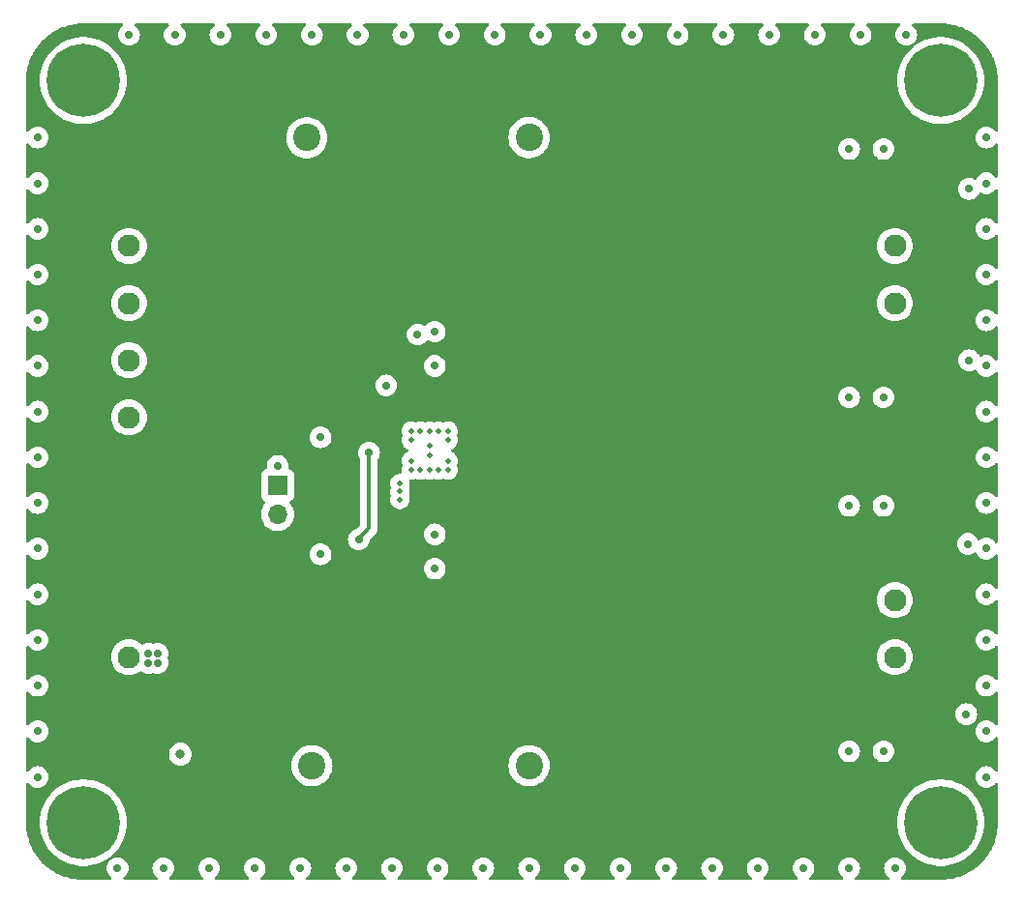
<source format=gbr>
%TF.GenerationSoftware,KiCad,Pcbnew,7.0.6*%
%TF.CreationDate,2023-10-07T14:34:09+02:00*%
%TF.ProjectId,TPA3116 amplifier,54504133-3131-4362-9061-6d706c696669,rev?*%
%TF.SameCoordinates,Original*%
%TF.FileFunction,Copper,L3,Inr*%
%TF.FilePolarity,Positive*%
%FSLAX46Y46*%
G04 Gerber Fmt 4.6, Leading zero omitted, Abs format (unit mm)*
G04 Created by KiCad (PCBNEW 7.0.6) date 2023-10-07 14:34:09*
%MOMM*%
%LPD*%
G01*
G04 APERTURE LIST*
%TA.AperFunction,ComponentPad*%
%ADD10C,1.950000*%
%TD*%
%TA.AperFunction,ComponentPad*%
%ADD11C,0.800000*%
%TD*%
%TA.AperFunction,ComponentPad*%
%ADD12C,6.400000*%
%TD*%
%TA.AperFunction,ComponentPad*%
%ADD13R,2.400000X2.400000*%
%TD*%
%TA.AperFunction,ComponentPad*%
%ADD14C,2.400000*%
%TD*%
%TA.AperFunction,ComponentPad*%
%ADD15R,1.700000X1.700000*%
%TD*%
%TA.AperFunction,ComponentPad*%
%ADD16O,1.700000X1.700000*%
%TD*%
%TA.AperFunction,ViaPad*%
%ADD17C,0.700000*%
%TD*%
%TA.AperFunction,ViaPad*%
%ADD18C,0.800000*%
%TD*%
%TA.AperFunction,ViaPad*%
%ADD19C,0.500000*%
%TD*%
%TA.AperFunction,Conductor*%
%ADD20C,0.300000*%
%TD*%
G04 APERTURE END LIST*
D10*
%TO.N,/LOUT+*%
%TO.C,J5*%
X176000000Y-100500000D03*
%TO.N,/LOUT-*%
X176000000Y-105500000D03*
%TD*%
D11*
%TO.N,unconnected-(H1-Pad1)*%
%TO.C,H1*%
X177600000Y-120000000D03*
X178302944Y-118302944D03*
X178302944Y-121697056D03*
X180000000Y-117600000D03*
D12*
X180000000Y-120000000D03*
D11*
X180000000Y-122400000D03*
X181697056Y-118302944D03*
X181697056Y-121697056D03*
X182400000Y-120000000D03*
%TD*%
D13*
%TO.N,+24V*%
%TO.C,C12*%
X144000000Y-107500000D03*
D14*
%TO.N,GND*%
X144000000Y-115000000D03*
%TD*%
D13*
%TO.N,+24V*%
%TO.C,C9*%
X144000000Y-67500000D03*
D14*
%TO.N,GND*%
X144000000Y-60000000D03*
%TD*%
D11*
%TO.N,unconnected-(H4-Pad1)*%
%TO.C,H4*%
X102600000Y-55000000D03*
X103302944Y-53302944D03*
X103302944Y-56697056D03*
X105000000Y-52600000D03*
D12*
X105000000Y-55000000D03*
D11*
X105000000Y-57400000D03*
X106697056Y-53302944D03*
X106697056Y-56697056D03*
X107400000Y-55000000D03*
%TD*%
D10*
%TO.N,GND*%
%TO.C,J3*%
X109000000Y-105500000D03*
%TO.N,+24V*%
X109000000Y-100500000D03*
%TD*%
D11*
%TO.N,unconnected-(H2-Pad1)*%
%TO.C,H2*%
X102600000Y-120000000D03*
X103302944Y-118302944D03*
X103302944Y-121697056D03*
X105000000Y-117600000D03*
D12*
X105000000Y-120000000D03*
D11*
X105000000Y-122400000D03*
X106697056Y-118302944D03*
X106697056Y-121697056D03*
X107400000Y-120000000D03*
%TD*%
D10*
%TO.N,/ROUT+*%
%TO.C,J4*%
X176000000Y-69500000D03*
%TO.N,/ROUT-*%
X176000000Y-74500000D03*
%TD*%
D15*
%TO.N,GND*%
%TO.C,J1*%
X122000000Y-90460000D03*
D16*
%TO.N,Net-(J1-Pin_2)*%
X122000000Y-93000000D03*
%TD*%
D10*
%TO.N,LIN-*%
%TO.C,J2*%
X109000000Y-84500000D03*
%TO.N,LIN+*%
X109000000Y-79500000D03*
%TO.N,RIN-*%
X109000000Y-74500000D03*
%TO.N,RIN+*%
X109000000Y-69500000D03*
%TD*%
D11*
%TO.N,unconnected-(H3-Pad1)*%
%TO.C,H3*%
X177600000Y-55000000D03*
X178302944Y-53302944D03*
X178302944Y-56697056D03*
X180000000Y-52600000D03*
D12*
X180000000Y-55000000D03*
D11*
X180000000Y-57400000D03*
X181697056Y-53302944D03*
X181697056Y-56697056D03*
X182400000Y-55000000D03*
%TD*%
D13*
%TO.N,+24V*%
%TO.C,C8*%
X124550000Y-67512755D03*
D14*
%TO.N,GND*%
X124550000Y-60012755D03*
%TD*%
D13*
%TO.N,+24V*%
%TO.C,C13*%
X125000000Y-107500000D03*
D14*
%TO.N,GND*%
X125000000Y-115000000D03*
%TD*%
D17*
%TO.N,GND*%
X184000000Y-60000000D03*
X184000000Y-104000000D03*
X184000000Y-76000000D03*
X184000000Y-88000000D03*
X184000000Y-84000000D03*
X184000000Y-96000000D03*
X184000000Y-64000000D03*
X184000000Y-112000000D03*
X184000000Y-108000000D03*
X184000000Y-72000000D03*
X184000000Y-68000000D03*
X184000000Y-116000000D03*
X184000000Y-80000000D03*
X184000000Y-100000000D03*
X184000000Y-92000000D03*
X101000000Y-104000000D03*
X101000000Y-100000000D03*
X101000000Y-92000000D03*
X101000000Y-84000000D03*
X101000000Y-76000000D03*
X101000000Y-80000000D03*
X101000000Y-72000000D03*
X101000000Y-68000000D03*
X101000000Y-96000000D03*
X101000000Y-116000000D03*
X101000000Y-112000000D03*
X101000000Y-108000000D03*
X101000000Y-88000000D03*
X101000000Y-64000000D03*
X101000000Y-60000000D03*
%TO.N,+24V*%
X112000000Y-120000000D03*
%TO.N,GND*%
X128000000Y-124000000D03*
X132000000Y-124000000D03*
X140000000Y-124000000D03*
X148000000Y-124000000D03*
X156000000Y-124000000D03*
X152000000Y-124000000D03*
X160000000Y-124000000D03*
X164000000Y-124000000D03*
X136000000Y-124000000D03*
X108000000Y-124000000D03*
X116000000Y-124000000D03*
X112000000Y-124000000D03*
X120000000Y-124000000D03*
X124000000Y-124000000D03*
X144000000Y-124000000D03*
X168000000Y-124000000D03*
X172000000Y-124000000D03*
X176000000Y-124000000D03*
X169000000Y-51000000D03*
X177000000Y-51000000D03*
X173000000Y-51000000D03*
X149000000Y-51000000D03*
X157000000Y-51000000D03*
X153000000Y-51000000D03*
X161000000Y-51000000D03*
X165000000Y-51000000D03*
X129000000Y-51000000D03*
X137000000Y-51000000D03*
X133000000Y-51000000D03*
X141000000Y-51000000D03*
X145000000Y-51000000D03*
X125000000Y-51000000D03*
X121000000Y-51000000D03*
X117000000Y-51000000D03*
X113000000Y-51000000D03*
X109000000Y-51000000D03*
D18*
X113500000Y-114000000D03*
D19*
X136100000Y-85700000D03*
X133700000Y-85700000D03*
D17*
X125750000Y-96500000D03*
X122000000Y-88750000D03*
D19*
X132700000Y-91000000D03*
X136900000Y-85700000D03*
D17*
X134250000Y-77250000D03*
D19*
X133700000Y-89100000D03*
X136900000Y-88300000D03*
D17*
X111500000Y-105200000D03*
D19*
X135300000Y-85700000D03*
D17*
X172000000Y-82750000D03*
D19*
X132700000Y-91700000D03*
D17*
X135750000Y-94750000D03*
X110700000Y-105200000D03*
D19*
X133700000Y-86500000D03*
D17*
X182500000Y-64500000D03*
X125750000Y-86250000D03*
X175000000Y-92250000D03*
D19*
X135300000Y-87000000D03*
D17*
X172000000Y-113750000D03*
X111500000Y-106000000D03*
X172000000Y-61000000D03*
X182500000Y-79500000D03*
X172000000Y-92250000D03*
X110700000Y-106000000D03*
X131500000Y-81700000D03*
X175000000Y-61000000D03*
D19*
X135300000Y-89100000D03*
X134500000Y-89100000D03*
D17*
X175000000Y-113750000D03*
D19*
X134500000Y-85700000D03*
D17*
X135750000Y-97750000D03*
X175000000Y-82750000D03*
X182380442Y-95581993D03*
X135750000Y-77000000D03*
X182250000Y-110500000D03*
D19*
X132700000Y-90300000D03*
X133700000Y-88300000D03*
X136900000Y-89100000D03*
X135300000Y-87800000D03*
D17*
X135750000Y-80000000D03*
D19*
X136100000Y-89100000D03*
X136900000Y-86500000D03*
D17*
%TO.N,+24V*%
X126600000Y-67500000D03*
X139100000Y-81500000D03*
X139100000Y-72500000D03*
X141400000Y-67500000D03*
X136900000Y-107500000D03*
X127000000Y-81600000D03*
X118000000Y-100600000D03*
X125700000Y-90500000D03*
X121300000Y-103700000D03*
X112900000Y-100500000D03*
X144000000Y-104000000D03*
X131200000Y-107500000D03*
X142300000Y-69200000D03*
X140200000Y-98800000D03*
X139100000Y-93300000D03*
%TO.N,Net-(IC1-GAIN{slash}SLV)*%
X130000000Y-87600000D03*
X129100000Y-95200000D03*
%TD*%
D20*
%TO.N,Net-(IC1-GAIN{slash}SLV)*%
X129100000Y-95100000D02*
X129100000Y-95200000D01*
X130000000Y-87600000D02*
X130000000Y-94200000D01*
X129000000Y-95200000D02*
X129100000Y-95100000D01*
X129100000Y-95200000D02*
X129000000Y-95200000D01*
X130000000Y-94200000D02*
X129100000Y-95100000D01*
%TD*%
%TA.AperFunction,Conductor*%
%TO.N,+24V*%
G36*
X108440094Y-50020185D02*
G01*
X108485849Y-50072989D01*
X108495793Y-50142147D01*
X108466768Y-50205703D01*
X108451720Y-50220353D01*
X108324642Y-50324642D01*
X108205864Y-50469373D01*
X108205862Y-50469376D01*
X108117604Y-50634497D01*
X108063253Y-50813666D01*
X108063252Y-50813668D01*
X108044901Y-51000000D01*
X108063252Y-51186331D01*
X108063253Y-51186333D01*
X108117604Y-51365502D01*
X108205862Y-51530623D01*
X108205864Y-51530626D01*
X108324642Y-51675357D01*
X108469373Y-51794135D01*
X108469376Y-51794137D01*
X108601693Y-51864861D01*
X108634499Y-51882396D01*
X108813666Y-51936746D01*
X108813668Y-51936747D01*
X108830374Y-51938392D01*
X109000000Y-51955099D01*
X109186331Y-51936747D01*
X109365501Y-51882396D01*
X109530625Y-51794136D01*
X109675357Y-51675357D01*
X109794136Y-51530625D01*
X109882396Y-51365501D01*
X109936747Y-51186331D01*
X109955099Y-51000000D01*
X109936747Y-50813669D01*
X109882396Y-50634499D01*
X109865598Y-50603071D01*
X109794137Y-50469376D01*
X109794135Y-50469373D01*
X109675357Y-50324642D01*
X109548280Y-50220353D01*
X109508946Y-50162608D01*
X109507075Y-50092763D01*
X109543263Y-50032995D01*
X109606018Y-50002279D01*
X109626945Y-50000500D01*
X112373055Y-50000500D01*
X112440094Y-50020185D01*
X112485849Y-50072989D01*
X112495793Y-50142147D01*
X112466768Y-50205703D01*
X112451720Y-50220353D01*
X112324642Y-50324642D01*
X112205864Y-50469373D01*
X112205862Y-50469376D01*
X112117604Y-50634497D01*
X112063253Y-50813666D01*
X112063252Y-50813668D01*
X112044901Y-51000000D01*
X112063252Y-51186331D01*
X112063253Y-51186333D01*
X112117604Y-51365502D01*
X112205862Y-51530623D01*
X112205864Y-51530626D01*
X112324642Y-51675357D01*
X112469373Y-51794135D01*
X112469376Y-51794137D01*
X112601693Y-51864861D01*
X112634499Y-51882396D01*
X112813666Y-51936746D01*
X112813668Y-51936747D01*
X112830374Y-51938392D01*
X113000000Y-51955099D01*
X113186331Y-51936747D01*
X113365501Y-51882396D01*
X113530625Y-51794136D01*
X113675357Y-51675357D01*
X113794136Y-51530625D01*
X113882396Y-51365501D01*
X113936747Y-51186331D01*
X113955099Y-51000000D01*
X113936747Y-50813669D01*
X113882396Y-50634499D01*
X113865598Y-50603071D01*
X113794137Y-50469376D01*
X113794135Y-50469373D01*
X113675357Y-50324642D01*
X113548280Y-50220353D01*
X113508946Y-50162608D01*
X113507075Y-50092763D01*
X113543263Y-50032995D01*
X113606018Y-50002279D01*
X113626945Y-50000500D01*
X116373055Y-50000500D01*
X116440094Y-50020185D01*
X116485849Y-50072989D01*
X116495793Y-50142147D01*
X116466768Y-50205703D01*
X116451720Y-50220353D01*
X116324642Y-50324642D01*
X116205864Y-50469373D01*
X116205862Y-50469376D01*
X116117604Y-50634497D01*
X116063253Y-50813666D01*
X116063252Y-50813668D01*
X116044901Y-50999999D01*
X116063252Y-51186331D01*
X116063253Y-51186333D01*
X116117604Y-51365502D01*
X116205862Y-51530623D01*
X116205864Y-51530626D01*
X116324642Y-51675357D01*
X116469373Y-51794135D01*
X116469376Y-51794137D01*
X116601693Y-51864861D01*
X116634499Y-51882396D01*
X116813666Y-51936746D01*
X116813668Y-51936747D01*
X116830374Y-51938392D01*
X117000000Y-51955099D01*
X117186331Y-51936747D01*
X117365501Y-51882396D01*
X117530625Y-51794136D01*
X117675357Y-51675357D01*
X117794136Y-51530625D01*
X117882396Y-51365501D01*
X117936747Y-51186331D01*
X117955099Y-51000000D01*
X117936747Y-50813669D01*
X117882396Y-50634499D01*
X117865598Y-50603071D01*
X117794137Y-50469376D01*
X117794135Y-50469373D01*
X117675357Y-50324642D01*
X117548280Y-50220353D01*
X117508946Y-50162608D01*
X117507075Y-50092763D01*
X117543263Y-50032995D01*
X117606018Y-50002279D01*
X117626945Y-50000500D01*
X120373055Y-50000500D01*
X120440094Y-50020185D01*
X120485849Y-50072989D01*
X120495793Y-50142147D01*
X120466768Y-50205703D01*
X120451720Y-50220353D01*
X120324642Y-50324642D01*
X120205864Y-50469373D01*
X120205862Y-50469376D01*
X120117604Y-50634497D01*
X120063253Y-50813666D01*
X120063252Y-50813668D01*
X120044901Y-50999999D01*
X120063252Y-51186331D01*
X120063253Y-51186333D01*
X120117604Y-51365502D01*
X120205862Y-51530623D01*
X120205864Y-51530626D01*
X120324642Y-51675357D01*
X120469373Y-51794135D01*
X120469376Y-51794137D01*
X120601693Y-51864861D01*
X120634499Y-51882396D01*
X120813666Y-51936746D01*
X120813668Y-51936747D01*
X120830374Y-51938392D01*
X121000000Y-51955099D01*
X121186331Y-51936747D01*
X121365501Y-51882396D01*
X121530625Y-51794136D01*
X121675357Y-51675357D01*
X121794136Y-51530625D01*
X121882396Y-51365501D01*
X121936747Y-51186331D01*
X121955099Y-51000000D01*
X121936747Y-50813669D01*
X121882396Y-50634499D01*
X121865598Y-50603071D01*
X121794137Y-50469376D01*
X121794135Y-50469373D01*
X121675357Y-50324642D01*
X121548280Y-50220353D01*
X121508946Y-50162608D01*
X121507075Y-50092763D01*
X121543263Y-50032995D01*
X121606018Y-50002279D01*
X121626945Y-50000500D01*
X124373055Y-50000500D01*
X124440094Y-50020185D01*
X124485849Y-50072989D01*
X124495793Y-50142147D01*
X124466768Y-50205703D01*
X124451720Y-50220353D01*
X124324642Y-50324642D01*
X124205864Y-50469373D01*
X124205862Y-50469376D01*
X124117604Y-50634497D01*
X124063253Y-50813666D01*
X124063252Y-50813668D01*
X124044901Y-51000000D01*
X124063252Y-51186331D01*
X124063253Y-51186333D01*
X124117604Y-51365502D01*
X124205862Y-51530623D01*
X124205864Y-51530626D01*
X124324642Y-51675357D01*
X124469373Y-51794135D01*
X124469376Y-51794137D01*
X124601693Y-51864861D01*
X124634499Y-51882396D01*
X124813666Y-51936746D01*
X124813668Y-51936747D01*
X124830374Y-51938392D01*
X125000000Y-51955099D01*
X125186331Y-51936747D01*
X125365501Y-51882396D01*
X125530625Y-51794136D01*
X125675357Y-51675357D01*
X125794136Y-51530625D01*
X125882396Y-51365501D01*
X125936747Y-51186331D01*
X125955099Y-51000000D01*
X125936747Y-50813669D01*
X125882396Y-50634499D01*
X125865598Y-50603071D01*
X125794137Y-50469376D01*
X125794135Y-50469373D01*
X125675357Y-50324642D01*
X125548280Y-50220353D01*
X125508946Y-50162608D01*
X125507075Y-50092763D01*
X125543263Y-50032995D01*
X125606018Y-50002279D01*
X125626945Y-50000500D01*
X128373055Y-50000500D01*
X128440094Y-50020185D01*
X128485849Y-50072989D01*
X128495793Y-50142147D01*
X128466768Y-50205703D01*
X128451720Y-50220353D01*
X128324642Y-50324642D01*
X128205864Y-50469373D01*
X128205862Y-50469376D01*
X128117604Y-50634497D01*
X128063253Y-50813666D01*
X128063252Y-50813668D01*
X128044901Y-51000000D01*
X128063252Y-51186331D01*
X128063253Y-51186333D01*
X128117604Y-51365502D01*
X128205862Y-51530623D01*
X128205864Y-51530626D01*
X128324642Y-51675357D01*
X128469373Y-51794135D01*
X128469376Y-51794137D01*
X128601693Y-51864861D01*
X128634499Y-51882396D01*
X128813666Y-51936746D01*
X128813668Y-51936747D01*
X128830374Y-51938392D01*
X129000000Y-51955099D01*
X129186331Y-51936747D01*
X129365501Y-51882396D01*
X129530625Y-51794136D01*
X129675357Y-51675357D01*
X129794136Y-51530625D01*
X129882396Y-51365501D01*
X129936747Y-51186331D01*
X129955099Y-51000000D01*
X129936747Y-50813669D01*
X129882396Y-50634499D01*
X129865598Y-50603071D01*
X129794137Y-50469376D01*
X129794135Y-50469373D01*
X129675357Y-50324642D01*
X129548280Y-50220353D01*
X129508946Y-50162608D01*
X129507075Y-50092763D01*
X129543263Y-50032995D01*
X129606018Y-50002279D01*
X129626945Y-50000500D01*
X132373055Y-50000500D01*
X132440094Y-50020185D01*
X132485849Y-50072989D01*
X132495793Y-50142147D01*
X132466768Y-50205703D01*
X132451720Y-50220353D01*
X132324642Y-50324642D01*
X132205864Y-50469373D01*
X132205862Y-50469376D01*
X132117604Y-50634497D01*
X132063253Y-50813666D01*
X132063252Y-50813668D01*
X132044901Y-51000000D01*
X132063252Y-51186331D01*
X132063253Y-51186333D01*
X132117604Y-51365502D01*
X132205862Y-51530623D01*
X132205864Y-51530626D01*
X132324642Y-51675357D01*
X132469373Y-51794135D01*
X132469376Y-51794137D01*
X132601693Y-51864861D01*
X132634499Y-51882396D01*
X132813666Y-51936746D01*
X132813668Y-51936747D01*
X132830374Y-51938392D01*
X133000000Y-51955099D01*
X133186331Y-51936747D01*
X133365501Y-51882396D01*
X133530625Y-51794136D01*
X133675357Y-51675357D01*
X133794136Y-51530625D01*
X133882396Y-51365501D01*
X133936747Y-51186331D01*
X133955099Y-51000000D01*
X133936747Y-50813669D01*
X133882396Y-50634499D01*
X133865598Y-50603071D01*
X133794137Y-50469376D01*
X133794135Y-50469373D01*
X133675357Y-50324642D01*
X133548280Y-50220353D01*
X133508946Y-50162608D01*
X133507075Y-50092763D01*
X133543263Y-50032995D01*
X133606018Y-50002279D01*
X133626945Y-50000500D01*
X136373055Y-50000500D01*
X136440094Y-50020185D01*
X136485849Y-50072989D01*
X136495793Y-50142147D01*
X136466768Y-50205703D01*
X136451720Y-50220353D01*
X136324642Y-50324642D01*
X136205864Y-50469373D01*
X136205862Y-50469376D01*
X136117604Y-50634497D01*
X136063253Y-50813666D01*
X136063252Y-50813668D01*
X136044901Y-51000000D01*
X136063252Y-51186331D01*
X136063253Y-51186333D01*
X136117604Y-51365502D01*
X136205862Y-51530623D01*
X136205864Y-51530626D01*
X136324642Y-51675357D01*
X136469373Y-51794135D01*
X136469376Y-51794137D01*
X136601693Y-51864861D01*
X136634499Y-51882396D01*
X136813666Y-51936746D01*
X136813668Y-51936747D01*
X136830374Y-51938392D01*
X137000000Y-51955099D01*
X137186331Y-51936747D01*
X137365501Y-51882396D01*
X137530625Y-51794136D01*
X137675357Y-51675357D01*
X137794136Y-51530625D01*
X137882396Y-51365501D01*
X137936747Y-51186331D01*
X137955099Y-51000000D01*
X137936747Y-50813669D01*
X137882396Y-50634499D01*
X137865598Y-50603071D01*
X137794137Y-50469376D01*
X137794135Y-50469373D01*
X137675357Y-50324642D01*
X137548280Y-50220353D01*
X137508946Y-50162608D01*
X137507075Y-50092763D01*
X137543263Y-50032995D01*
X137606018Y-50002279D01*
X137626945Y-50000500D01*
X140373055Y-50000500D01*
X140440094Y-50020185D01*
X140485849Y-50072989D01*
X140495793Y-50142147D01*
X140466768Y-50205703D01*
X140451720Y-50220353D01*
X140324642Y-50324642D01*
X140205864Y-50469373D01*
X140205862Y-50469376D01*
X140117604Y-50634497D01*
X140063253Y-50813666D01*
X140063252Y-50813668D01*
X140044901Y-51000000D01*
X140063252Y-51186331D01*
X140063253Y-51186333D01*
X140117604Y-51365502D01*
X140205862Y-51530623D01*
X140205864Y-51530626D01*
X140324642Y-51675357D01*
X140469373Y-51794135D01*
X140469376Y-51794137D01*
X140601693Y-51864861D01*
X140634499Y-51882396D01*
X140813666Y-51936746D01*
X140813668Y-51936747D01*
X140830374Y-51938392D01*
X141000000Y-51955099D01*
X141186331Y-51936747D01*
X141365501Y-51882396D01*
X141530625Y-51794136D01*
X141675357Y-51675357D01*
X141794136Y-51530625D01*
X141882396Y-51365501D01*
X141936747Y-51186331D01*
X141955099Y-51000000D01*
X141936747Y-50813669D01*
X141882396Y-50634499D01*
X141865598Y-50603071D01*
X141794137Y-50469376D01*
X141794135Y-50469373D01*
X141675357Y-50324642D01*
X141548280Y-50220353D01*
X141508946Y-50162608D01*
X141507075Y-50092763D01*
X141543263Y-50032995D01*
X141606018Y-50002279D01*
X141626945Y-50000500D01*
X144373055Y-50000500D01*
X144440094Y-50020185D01*
X144485849Y-50072989D01*
X144495793Y-50142147D01*
X144466768Y-50205703D01*
X144451720Y-50220353D01*
X144324642Y-50324642D01*
X144205864Y-50469373D01*
X144205862Y-50469376D01*
X144117604Y-50634497D01*
X144063253Y-50813666D01*
X144063252Y-50813668D01*
X144044901Y-51000000D01*
X144063252Y-51186331D01*
X144063253Y-51186333D01*
X144117604Y-51365502D01*
X144205862Y-51530623D01*
X144205864Y-51530626D01*
X144324642Y-51675357D01*
X144469373Y-51794135D01*
X144469376Y-51794137D01*
X144601693Y-51864861D01*
X144634499Y-51882396D01*
X144813666Y-51936746D01*
X144813668Y-51936747D01*
X144830374Y-51938392D01*
X145000000Y-51955099D01*
X145186331Y-51936747D01*
X145365501Y-51882396D01*
X145530625Y-51794136D01*
X145675357Y-51675357D01*
X145794136Y-51530625D01*
X145882396Y-51365501D01*
X145936747Y-51186331D01*
X145955099Y-51000000D01*
X145936747Y-50813669D01*
X145882396Y-50634499D01*
X145865598Y-50603071D01*
X145794137Y-50469376D01*
X145794135Y-50469373D01*
X145675357Y-50324642D01*
X145548280Y-50220353D01*
X145508946Y-50162608D01*
X145507075Y-50092763D01*
X145543263Y-50032995D01*
X145606018Y-50002279D01*
X145626945Y-50000500D01*
X148373055Y-50000500D01*
X148440094Y-50020185D01*
X148485849Y-50072989D01*
X148495793Y-50142147D01*
X148466768Y-50205703D01*
X148451720Y-50220353D01*
X148324642Y-50324642D01*
X148205864Y-50469373D01*
X148205862Y-50469376D01*
X148117604Y-50634497D01*
X148063253Y-50813666D01*
X148063252Y-50813668D01*
X148044901Y-51000000D01*
X148063252Y-51186331D01*
X148063253Y-51186333D01*
X148117604Y-51365502D01*
X148205862Y-51530623D01*
X148205864Y-51530626D01*
X148324642Y-51675357D01*
X148469373Y-51794135D01*
X148469376Y-51794137D01*
X148601693Y-51864861D01*
X148634499Y-51882396D01*
X148813666Y-51936746D01*
X148813668Y-51936747D01*
X148830374Y-51938392D01*
X149000000Y-51955099D01*
X149186331Y-51936747D01*
X149365501Y-51882396D01*
X149530625Y-51794136D01*
X149675357Y-51675357D01*
X149794136Y-51530625D01*
X149882396Y-51365501D01*
X149936747Y-51186331D01*
X149955099Y-51000000D01*
X149936747Y-50813669D01*
X149882396Y-50634499D01*
X149865598Y-50603071D01*
X149794137Y-50469376D01*
X149794135Y-50469373D01*
X149675357Y-50324642D01*
X149548280Y-50220353D01*
X149508946Y-50162608D01*
X149507075Y-50092763D01*
X149543263Y-50032995D01*
X149606018Y-50002279D01*
X149626945Y-50000500D01*
X152373055Y-50000500D01*
X152440094Y-50020185D01*
X152485849Y-50072989D01*
X152495793Y-50142147D01*
X152466768Y-50205703D01*
X152451720Y-50220353D01*
X152324642Y-50324642D01*
X152205864Y-50469373D01*
X152205862Y-50469376D01*
X152117604Y-50634497D01*
X152063253Y-50813666D01*
X152063252Y-50813668D01*
X152044901Y-51000000D01*
X152063252Y-51186331D01*
X152063253Y-51186333D01*
X152117604Y-51365502D01*
X152205862Y-51530623D01*
X152205864Y-51530626D01*
X152324642Y-51675357D01*
X152469373Y-51794135D01*
X152469376Y-51794137D01*
X152601693Y-51864861D01*
X152634499Y-51882396D01*
X152813666Y-51936746D01*
X152813668Y-51936747D01*
X152830374Y-51938392D01*
X153000000Y-51955099D01*
X153186331Y-51936747D01*
X153365501Y-51882396D01*
X153530625Y-51794136D01*
X153675357Y-51675357D01*
X153794136Y-51530625D01*
X153882396Y-51365501D01*
X153936747Y-51186331D01*
X153955099Y-51000000D01*
X153936747Y-50813669D01*
X153882396Y-50634499D01*
X153865598Y-50603071D01*
X153794137Y-50469376D01*
X153794135Y-50469373D01*
X153675357Y-50324642D01*
X153548280Y-50220353D01*
X153508946Y-50162608D01*
X153507075Y-50092763D01*
X153543263Y-50032995D01*
X153606018Y-50002279D01*
X153626945Y-50000500D01*
X156373055Y-50000500D01*
X156440094Y-50020185D01*
X156485849Y-50072989D01*
X156495793Y-50142147D01*
X156466768Y-50205703D01*
X156451720Y-50220353D01*
X156324642Y-50324642D01*
X156205864Y-50469373D01*
X156205862Y-50469376D01*
X156117604Y-50634497D01*
X156063253Y-50813666D01*
X156063252Y-50813668D01*
X156044901Y-51000000D01*
X156063252Y-51186331D01*
X156063253Y-51186333D01*
X156117604Y-51365502D01*
X156205862Y-51530623D01*
X156205864Y-51530626D01*
X156324642Y-51675357D01*
X156469373Y-51794135D01*
X156469376Y-51794137D01*
X156601693Y-51864861D01*
X156634499Y-51882396D01*
X156813666Y-51936746D01*
X156813668Y-51936747D01*
X156830374Y-51938392D01*
X157000000Y-51955099D01*
X157186331Y-51936747D01*
X157365501Y-51882396D01*
X157530625Y-51794136D01*
X157675357Y-51675357D01*
X157794136Y-51530625D01*
X157882396Y-51365501D01*
X157936747Y-51186331D01*
X157955099Y-51000000D01*
X157936747Y-50813669D01*
X157882396Y-50634499D01*
X157865598Y-50603071D01*
X157794137Y-50469376D01*
X157794135Y-50469373D01*
X157675357Y-50324642D01*
X157548280Y-50220353D01*
X157508946Y-50162608D01*
X157507075Y-50092763D01*
X157543263Y-50032995D01*
X157606018Y-50002279D01*
X157626945Y-50000500D01*
X160373055Y-50000500D01*
X160440094Y-50020185D01*
X160485849Y-50072989D01*
X160495793Y-50142147D01*
X160466768Y-50205703D01*
X160451720Y-50220353D01*
X160324642Y-50324642D01*
X160205864Y-50469373D01*
X160205862Y-50469376D01*
X160117604Y-50634497D01*
X160063253Y-50813666D01*
X160063252Y-50813668D01*
X160044901Y-51000000D01*
X160063252Y-51186331D01*
X160063253Y-51186333D01*
X160117604Y-51365502D01*
X160205862Y-51530623D01*
X160205864Y-51530626D01*
X160324642Y-51675357D01*
X160469373Y-51794135D01*
X160469376Y-51794137D01*
X160601693Y-51864861D01*
X160634499Y-51882396D01*
X160813666Y-51936746D01*
X160813668Y-51936747D01*
X160830374Y-51938392D01*
X161000000Y-51955099D01*
X161186331Y-51936747D01*
X161365501Y-51882396D01*
X161530625Y-51794136D01*
X161675357Y-51675357D01*
X161794136Y-51530625D01*
X161882396Y-51365501D01*
X161936747Y-51186331D01*
X161955099Y-51000000D01*
X161936747Y-50813669D01*
X161882396Y-50634499D01*
X161865598Y-50603071D01*
X161794137Y-50469376D01*
X161794135Y-50469373D01*
X161675357Y-50324642D01*
X161548280Y-50220353D01*
X161508946Y-50162608D01*
X161507075Y-50092763D01*
X161543263Y-50032995D01*
X161606018Y-50002279D01*
X161626945Y-50000500D01*
X164373055Y-50000500D01*
X164440094Y-50020185D01*
X164485849Y-50072989D01*
X164495793Y-50142147D01*
X164466768Y-50205703D01*
X164451720Y-50220353D01*
X164324642Y-50324642D01*
X164205864Y-50469373D01*
X164205862Y-50469376D01*
X164117604Y-50634497D01*
X164063253Y-50813666D01*
X164063252Y-50813668D01*
X164044901Y-51000000D01*
X164063252Y-51186331D01*
X164063253Y-51186333D01*
X164117604Y-51365502D01*
X164205862Y-51530623D01*
X164205864Y-51530626D01*
X164324642Y-51675357D01*
X164469373Y-51794135D01*
X164469376Y-51794137D01*
X164601693Y-51864861D01*
X164634499Y-51882396D01*
X164813666Y-51936746D01*
X164813668Y-51936747D01*
X164830374Y-51938392D01*
X165000000Y-51955099D01*
X165186331Y-51936747D01*
X165365501Y-51882396D01*
X165530625Y-51794136D01*
X165675357Y-51675357D01*
X165794136Y-51530625D01*
X165882396Y-51365501D01*
X165936747Y-51186331D01*
X165955099Y-51000000D01*
X165936747Y-50813669D01*
X165882396Y-50634499D01*
X165865598Y-50603071D01*
X165794137Y-50469376D01*
X165794135Y-50469373D01*
X165675357Y-50324642D01*
X165548280Y-50220353D01*
X165508946Y-50162608D01*
X165507075Y-50092763D01*
X165543263Y-50032995D01*
X165606018Y-50002279D01*
X165626945Y-50000500D01*
X168373055Y-50000500D01*
X168440094Y-50020185D01*
X168485849Y-50072989D01*
X168495793Y-50142147D01*
X168466768Y-50205703D01*
X168451720Y-50220353D01*
X168324642Y-50324642D01*
X168205864Y-50469373D01*
X168205862Y-50469376D01*
X168117604Y-50634497D01*
X168063253Y-50813666D01*
X168063252Y-50813668D01*
X168044901Y-51000000D01*
X168063252Y-51186331D01*
X168063253Y-51186333D01*
X168117604Y-51365502D01*
X168205862Y-51530623D01*
X168205864Y-51530626D01*
X168324642Y-51675357D01*
X168469373Y-51794135D01*
X168469376Y-51794137D01*
X168601693Y-51864861D01*
X168634499Y-51882396D01*
X168813666Y-51936746D01*
X168813668Y-51936747D01*
X168830374Y-51938392D01*
X169000000Y-51955099D01*
X169186331Y-51936747D01*
X169365501Y-51882396D01*
X169530625Y-51794136D01*
X169675357Y-51675357D01*
X169794136Y-51530625D01*
X169882396Y-51365501D01*
X169936747Y-51186331D01*
X169955099Y-51000000D01*
X169936747Y-50813669D01*
X169882396Y-50634499D01*
X169865598Y-50603071D01*
X169794137Y-50469376D01*
X169794135Y-50469373D01*
X169675357Y-50324642D01*
X169548280Y-50220353D01*
X169508946Y-50162608D01*
X169507075Y-50092763D01*
X169543263Y-50032995D01*
X169606018Y-50002279D01*
X169626945Y-50000500D01*
X172373055Y-50000500D01*
X172440094Y-50020185D01*
X172485849Y-50072989D01*
X172495793Y-50142147D01*
X172466768Y-50205703D01*
X172451720Y-50220353D01*
X172324642Y-50324642D01*
X172205864Y-50469373D01*
X172205862Y-50469376D01*
X172117604Y-50634497D01*
X172063253Y-50813666D01*
X172063252Y-50813668D01*
X172044901Y-51000000D01*
X172063252Y-51186331D01*
X172063253Y-51186333D01*
X172117604Y-51365502D01*
X172205862Y-51530623D01*
X172205864Y-51530626D01*
X172324642Y-51675357D01*
X172469373Y-51794135D01*
X172469376Y-51794137D01*
X172601693Y-51864861D01*
X172634499Y-51882396D01*
X172813666Y-51936746D01*
X172813668Y-51936747D01*
X172830374Y-51938392D01*
X173000000Y-51955099D01*
X173186331Y-51936747D01*
X173365501Y-51882396D01*
X173530625Y-51794136D01*
X173675357Y-51675357D01*
X173794136Y-51530625D01*
X173882396Y-51365501D01*
X173936747Y-51186331D01*
X173955099Y-51000000D01*
X173936747Y-50813669D01*
X173882396Y-50634499D01*
X173865598Y-50603071D01*
X173794137Y-50469376D01*
X173794135Y-50469373D01*
X173675357Y-50324642D01*
X173548280Y-50220353D01*
X173508946Y-50162608D01*
X173507075Y-50092763D01*
X173543263Y-50032995D01*
X173606018Y-50002279D01*
X173626945Y-50000500D01*
X176373055Y-50000500D01*
X176440094Y-50020185D01*
X176485849Y-50072989D01*
X176495793Y-50142147D01*
X176466768Y-50205703D01*
X176451720Y-50220353D01*
X176324642Y-50324642D01*
X176205864Y-50469373D01*
X176205862Y-50469376D01*
X176117604Y-50634497D01*
X176063253Y-50813666D01*
X176063252Y-50813668D01*
X176044901Y-51000000D01*
X176063252Y-51186331D01*
X176063253Y-51186333D01*
X176117604Y-51365502D01*
X176205862Y-51530623D01*
X176205864Y-51530626D01*
X176324642Y-51675357D01*
X176469373Y-51794135D01*
X176469376Y-51794137D01*
X176601693Y-51864861D01*
X176634499Y-51882396D01*
X176813666Y-51936746D01*
X176813668Y-51936747D01*
X176830374Y-51938392D01*
X177000000Y-51955099D01*
X177186331Y-51936747D01*
X177365501Y-51882396D01*
X177511943Y-51804121D01*
X177560096Y-51794095D01*
X177573048Y-51762725D01*
X177591020Y-51744570D01*
X177675357Y-51675357D01*
X177794136Y-51530625D01*
X177882396Y-51365501D01*
X177936747Y-51186331D01*
X177955099Y-51000000D01*
X177936747Y-50813669D01*
X177882396Y-50634499D01*
X177865598Y-50603071D01*
X177794137Y-50469376D01*
X177794135Y-50469373D01*
X177675357Y-50324642D01*
X177548280Y-50220353D01*
X177508946Y-50162608D01*
X177507075Y-50092763D01*
X177543263Y-50032995D01*
X177606018Y-50002279D01*
X177626945Y-50000500D01*
X179999500Y-50000500D01*
X180000000Y-50000500D01*
X180217318Y-50009488D01*
X180415934Y-50018160D01*
X180420865Y-50018574D01*
X180636792Y-50045489D01*
X180832940Y-50071313D01*
X180837265Y-50071883D01*
X180841894Y-50072671D01*
X181054183Y-50117183D01*
X181252534Y-50161157D01*
X181256778Y-50162257D01*
X181464544Y-50224112D01*
X181658658Y-50285317D01*
X181662530Y-50286680D01*
X181864457Y-50365472D01*
X182052817Y-50443494D01*
X182056252Y-50445045D01*
X182106016Y-50469373D01*
X182250992Y-50540249D01*
X182388629Y-50611897D01*
X182432009Y-50634479D01*
X182435107Y-50636207D01*
X182621382Y-50747202D01*
X182793662Y-50856957D01*
X182796377Y-50858789D01*
X182972918Y-50984837D01*
X183135098Y-51109282D01*
X183137426Y-51111159D01*
X183303055Y-51251439D01*
X183454895Y-51390574D01*
X183609424Y-51545103D01*
X183728779Y-51675356D01*
X183748555Y-51696938D01*
X183763008Y-51714003D01*
X183888839Y-51862572D01*
X183890716Y-51864900D01*
X184015162Y-52027081D01*
X184141209Y-52203621D01*
X184143040Y-52206335D01*
X184252797Y-52378617D01*
X184363791Y-52564891D01*
X184365525Y-52568000D01*
X184459750Y-52749007D01*
X184525992Y-52884503D01*
X184554953Y-52943744D01*
X184556524Y-52947229D01*
X184634536Y-53135566D01*
X184713309Y-53337445D01*
X184714681Y-53341340D01*
X184775899Y-53535496D01*
X184837735Y-53743200D01*
X184838843Y-53747472D01*
X184882818Y-53945826D01*
X184927326Y-54158101D01*
X184928115Y-54162733D01*
X184954524Y-54363319D01*
X184981422Y-54579114D01*
X184981839Y-54584080D01*
X184990513Y-54782728D01*
X184999500Y-55000000D01*
X184999500Y-59373054D01*
X184979815Y-59440093D01*
X184927011Y-59485848D01*
X184857853Y-59495792D01*
X184794297Y-59466767D01*
X184779647Y-59451719D01*
X184675357Y-59324642D01*
X184530626Y-59205864D01*
X184530623Y-59205862D01*
X184365502Y-59117604D01*
X184186333Y-59063253D01*
X184186331Y-59063252D01*
X184000000Y-59044901D01*
X183813668Y-59063252D01*
X183813666Y-59063253D01*
X183634497Y-59117604D01*
X183469376Y-59205862D01*
X183469373Y-59205864D01*
X183324642Y-59324642D01*
X183205864Y-59469373D01*
X183205862Y-59469376D01*
X183117604Y-59634497D01*
X183063253Y-59813666D01*
X183063252Y-59813668D01*
X183044901Y-60000000D01*
X183063252Y-60186331D01*
X183063253Y-60186333D01*
X183117604Y-60365502D01*
X183205862Y-60530623D01*
X183205864Y-60530626D01*
X183324642Y-60675357D01*
X183469373Y-60794135D01*
X183469376Y-60794137D01*
X183634497Y-60882395D01*
X183634499Y-60882396D01*
X183813666Y-60936746D01*
X183813668Y-60936747D01*
X183830374Y-60938392D01*
X184000000Y-60955099D01*
X184186331Y-60936747D01*
X184365501Y-60882396D01*
X184530625Y-60794136D01*
X184675357Y-60675357D01*
X184779646Y-60548280D01*
X184837392Y-60508946D01*
X184907237Y-60507075D01*
X184967005Y-60543263D01*
X184997721Y-60606018D01*
X184999500Y-60626945D01*
X184999500Y-63373054D01*
X184979815Y-63440093D01*
X184927011Y-63485848D01*
X184857853Y-63495792D01*
X184794297Y-63466767D01*
X184779647Y-63451719D01*
X184675357Y-63324642D01*
X184530626Y-63205864D01*
X184530623Y-63205862D01*
X184365502Y-63117604D01*
X184186333Y-63063253D01*
X184186331Y-63063252D01*
X184000000Y-63044901D01*
X183813668Y-63063252D01*
X183813666Y-63063253D01*
X183634497Y-63117604D01*
X183469376Y-63205862D01*
X183469373Y-63205864D01*
X183324642Y-63324642D01*
X183205865Y-63469373D01*
X183127059Y-63616808D01*
X183078097Y-63666652D01*
X183009959Y-63682112D01*
X182959248Y-63667712D01*
X182865502Y-63617604D01*
X182686333Y-63563253D01*
X182686331Y-63563252D01*
X182500000Y-63544901D01*
X182313668Y-63563252D01*
X182313666Y-63563253D01*
X182134497Y-63617604D01*
X181969376Y-63705862D01*
X181969373Y-63705864D01*
X181824642Y-63824642D01*
X181705864Y-63969373D01*
X181705862Y-63969376D01*
X181617604Y-64134497D01*
X181563253Y-64313666D01*
X181563252Y-64313668D01*
X181544901Y-64500000D01*
X181563252Y-64686331D01*
X181563253Y-64686333D01*
X181617604Y-64865502D01*
X181705862Y-65030623D01*
X181705864Y-65030626D01*
X181824642Y-65175357D01*
X181969373Y-65294135D01*
X181969376Y-65294137D01*
X182134497Y-65382395D01*
X182134499Y-65382396D01*
X182313666Y-65436746D01*
X182313668Y-65436747D01*
X182330374Y-65438392D01*
X182500000Y-65455099D01*
X182686331Y-65436747D01*
X182865501Y-65382396D01*
X183030625Y-65294136D01*
X183175357Y-65175357D01*
X183294136Y-65030625D01*
X183372941Y-64883189D01*
X183421900Y-64833348D01*
X183490038Y-64817887D01*
X183540750Y-64832287D01*
X183602890Y-64865501D01*
X183634499Y-64882396D01*
X183813666Y-64936746D01*
X183813668Y-64936747D01*
X183830374Y-64938392D01*
X184000000Y-64955099D01*
X184186331Y-64936747D01*
X184365501Y-64882396D01*
X184530625Y-64794136D01*
X184675357Y-64675357D01*
X184779646Y-64548280D01*
X184837392Y-64508946D01*
X184907237Y-64507075D01*
X184967005Y-64543263D01*
X184997721Y-64606018D01*
X184999500Y-64626945D01*
X184999500Y-67373054D01*
X184979815Y-67440093D01*
X184927011Y-67485848D01*
X184857853Y-67495792D01*
X184794297Y-67466767D01*
X184779647Y-67451719D01*
X184675357Y-67324642D01*
X184530626Y-67205864D01*
X184530623Y-67205862D01*
X184365502Y-67117604D01*
X184186333Y-67063253D01*
X184186331Y-67063252D01*
X184000000Y-67044901D01*
X183813668Y-67063252D01*
X183813666Y-67063253D01*
X183634497Y-67117604D01*
X183469376Y-67205862D01*
X183469373Y-67205864D01*
X183324642Y-67324642D01*
X183205864Y-67469373D01*
X183205862Y-67469376D01*
X183117604Y-67634497D01*
X183063253Y-67813666D01*
X183063252Y-67813668D01*
X183044901Y-68000000D01*
X183063252Y-68186331D01*
X183063253Y-68186333D01*
X183117604Y-68365502D01*
X183205862Y-68530623D01*
X183205864Y-68530626D01*
X183324642Y-68675357D01*
X183469373Y-68794135D01*
X183469376Y-68794137D01*
X183634497Y-68882395D01*
X183634499Y-68882396D01*
X183813666Y-68936746D01*
X183813668Y-68936747D01*
X183830374Y-68938392D01*
X184000000Y-68955099D01*
X184186331Y-68936747D01*
X184365501Y-68882396D01*
X184530625Y-68794136D01*
X184675357Y-68675357D01*
X184760933Y-68571083D01*
X184779647Y-68548280D01*
X184837392Y-68508946D01*
X184907237Y-68507075D01*
X184967005Y-68543263D01*
X184997721Y-68606018D01*
X184999500Y-68626945D01*
X184999500Y-71373054D01*
X184979815Y-71440093D01*
X184927011Y-71485848D01*
X184857853Y-71495792D01*
X184794297Y-71466767D01*
X184779647Y-71451719D01*
X184675357Y-71324642D01*
X184530626Y-71205864D01*
X184530623Y-71205862D01*
X184365502Y-71117604D01*
X184186333Y-71063253D01*
X184186331Y-71063252D01*
X184000000Y-71044901D01*
X183813668Y-71063252D01*
X183813666Y-71063253D01*
X183634497Y-71117604D01*
X183469376Y-71205862D01*
X183469373Y-71205864D01*
X183324642Y-71324642D01*
X183205864Y-71469373D01*
X183205862Y-71469376D01*
X183117604Y-71634497D01*
X183063253Y-71813666D01*
X183063252Y-71813668D01*
X183044901Y-72000000D01*
X183063252Y-72186331D01*
X183063253Y-72186333D01*
X183117604Y-72365502D01*
X183205862Y-72530623D01*
X183205864Y-72530626D01*
X183324642Y-72675357D01*
X183469373Y-72794135D01*
X183469376Y-72794137D01*
X183634497Y-72882395D01*
X183634499Y-72882396D01*
X183757236Y-72919628D01*
X183813666Y-72936746D01*
X183813668Y-72936747D01*
X183830374Y-72938392D01*
X184000000Y-72955099D01*
X184186331Y-72936747D01*
X184365501Y-72882396D01*
X184530625Y-72794136D01*
X184675357Y-72675357D01*
X184779646Y-72548280D01*
X184837392Y-72508946D01*
X184907237Y-72507075D01*
X184967005Y-72543263D01*
X184997721Y-72606018D01*
X184999500Y-72626945D01*
X184999500Y-75373054D01*
X184979815Y-75440093D01*
X184927011Y-75485848D01*
X184857853Y-75495792D01*
X184794297Y-75466767D01*
X184779647Y-75451719D01*
X184675357Y-75324642D01*
X184530626Y-75205864D01*
X184530623Y-75205862D01*
X184365502Y-75117604D01*
X184186333Y-75063253D01*
X184186331Y-75063252D01*
X184000000Y-75044901D01*
X183813668Y-75063252D01*
X183813666Y-75063253D01*
X183634497Y-75117604D01*
X183469376Y-75205862D01*
X183469373Y-75205864D01*
X183324642Y-75324642D01*
X183205864Y-75469373D01*
X183205862Y-75469376D01*
X183117604Y-75634497D01*
X183063253Y-75813666D01*
X183063252Y-75813668D01*
X183044901Y-76000000D01*
X183063252Y-76186331D01*
X183063253Y-76186333D01*
X183117604Y-76365502D01*
X183205862Y-76530623D01*
X183205864Y-76530626D01*
X183324642Y-76675357D01*
X183469373Y-76794135D01*
X183469376Y-76794137D01*
X183634497Y-76882395D01*
X183634499Y-76882396D01*
X183813666Y-76936746D01*
X183813668Y-76936747D01*
X183830374Y-76938392D01*
X184000000Y-76955099D01*
X184186331Y-76936747D01*
X184365501Y-76882396D01*
X184530625Y-76794136D01*
X184675357Y-76675357D01*
X184779646Y-76548280D01*
X184837392Y-76508946D01*
X184907237Y-76507075D01*
X184967005Y-76543263D01*
X184997721Y-76606018D01*
X184999500Y-76626945D01*
X184999500Y-79373054D01*
X184979815Y-79440093D01*
X184927011Y-79485848D01*
X184857853Y-79495792D01*
X184794297Y-79466767D01*
X184779647Y-79451719D01*
X184675357Y-79324642D01*
X184530626Y-79205864D01*
X184530623Y-79205862D01*
X184365502Y-79117604D01*
X184186333Y-79063253D01*
X184186331Y-79063252D01*
X184000000Y-79044901D01*
X183813668Y-79063252D01*
X183813666Y-79063253D01*
X183634499Y-79117603D01*
X183540749Y-79167713D01*
X183472346Y-79181954D01*
X183407103Y-79156953D01*
X183372940Y-79116809D01*
X183294136Y-78969375D01*
X183258013Y-78925359D01*
X183175357Y-78824642D01*
X183030626Y-78705864D01*
X183030623Y-78705862D01*
X182865502Y-78617604D01*
X182686333Y-78563253D01*
X182686331Y-78563252D01*
X182500000Y-78544901D01*
X182313668Y-78563252D01*
X182313666Y-78563253D01*
X182134497Y-78617604D01*
X181969376Y-78705862D01*
X181969373Y-78705864D01*
X181824642Y-78824642D01*
X181705864Y-78969373D01*
X181705862Y-78969376D01*
X181617604Y-79134497D01*
X181563253Y-79313666D01*
X181563252Y-79313668D01*
X181544901Y-79500000D01*
X181563252Y-79686331D01*
X181563253Y-79686333D01*
X181617604Y-79865502D01*
X181705862Y-80030623D01*
X181705864Y-80030626D01*
X181824642Y-80175357D01*
X181969373Y-80294135D01*
X181969376Y-80294137D01*
X182102890Y-80365501D01*
X182134499Y-80382396D01*
X182313666Y-80436746D01*
X182313668Y-80436747D01*
X182330374Y-80438392D01*
X182500000Y-80455099D01*
X182686331Y-80436747D01*
X182865501Y-80382396D01*
X182959250Y-80332286D01*
X183027650Y-80318045D01*
X183092894Y-80343045D01*
X183127059Y-80383192D01*
X183205862Y-80530623D01*
X183205864Y-80530626D01*
X183324642Y-80675357D01*
X183469373Y-80794135D01*
X183469376Y-80794137D01*
X183634497Y-80882395D01*
X183634499Y-80882396D01*
X183719306Y-80908122D01*
X183813666Y-80936746D01*
X183813668Y-80936747D01*
X183830374Y-80938392D01*
X184000000Y-80955099D01*
X184186331Y-80936747D01*
X184365501Y-80882396D01*
X184530625Y-80794136D01*
X184675357Y-80675357D01*
X184779646Y-80548280D01*
X184837392Y-80508946D01*
X184907237Y-80507075D01*
X184967005Y-80543263D01*
X184997721Y-80606018D01*
X184999500Y-80626945D01*
X184999500Y-83373054D01*
X184979815Y-83440093D01*
X184927011Y-83485848D01*
X184857853Y-83495792D01*
X184794297Y-83466767D01*
X184779647Y-83451719D01*
X184675357Y-83324642D01*
X184530626Y-83205864D01*
X184530623Y-83205862D01*
X184365502Y-83117604D01*
X184186333Y-83063253D01*
X184186331Y-83063252D01*
X184000000Y-83044901D01*
X183813668Y-83063252D01*
X183813666Y-83063253D01*
X183634497Y-83117604D01*
X183469376Y-83205862D01*
X183469373Y-83205864D01*
X183324642Y-83324642D01*
X183205864Y-83469373D01*
X183205862Y-83469376D01*
X183117604Y-83634497D01*
X183063253Y-83813666D01*
X183063252Y-83813668D01*
X183044901Y-84000000D01*
X183063252Y-84186331D01*
X183063253Y-84186333D01*
X183117604Y-84365502D01*
X183205862Y-84530623D01*
X183205864Y-84530626D01*
X183324642Y-84675357D01*
X183469373Y-84794135D01*
X183469376Y-84794137D01*
X183572954Y-84849500D01*
X183634499Y-84882396D01*
X183813666Y-84936746D01*
X183813668Y-84936747D01*
X183830374Y-84938392D01*
X184000000Y-84955099D01*
X184186331Y-84936747D01*
X184365501Y-84882396D01*
X184530625Y-84794136D01*
X184675357Y-84675357D01*
X184779646Y-84548280D01*
X184837392Y-84508946D01*
X184907237Y-84507075D01*
X184967005Y-84543263D01*
X184997721Y-84606018D01*
X184999500Y-84626945D01*
X184999500Y-87373054D01*
X184979815Y-87440093D01*
X184927011Y-87485848D01*
X184857853Y-87495792D01*
X184794297Y-87466767D01*
X184779647Y-87451719D01*
X184675357Y-87324642D01*
X184530626Y-87205864D01*
X184530623Y-87205862D01*
X184365502Y-87117604D01*
X184186333Y-87063253D01*
X184186331Y-87063252D01*
X184000000Y-87044901D01*
X183813668Y-87063252D01*
X183813666Y-87063253D01*
X183634497Y-87117604D01*
X183469376Y-87205862D01*
X183469373Y-87205864D01*
X183324642Y-87324642D01*
X183205864Y-87469373D01*
X183205862Y-87469376D01*
X183117604Y-87634497D01*
X183063253Y-87813666D01*
X183063252Y-87813668D01*
X183044901Y-88000000D01*
X183063252Y-88186331D01*
X183063253Y-88186333D01*
X183117604Y-88365502D01*
X183205862Y-88530623D01*
X183205864Y-88530626D01*
X183324642Y-88675357D01*
X183469373Y-88794135D01*
X183469376Y-88794137D01*
X183634497Y-88882395D01*
X183634499Y-88882396D01*
X183812298Y-88936331D01*
X183813666Y-88936746D01*
X183813668Y-88936747D01*
X183830374Y-88938392D01*
X184000000Y-88955099D01*
X184186331Y-88936747D01*
X184365501Y-88882396D01*
X184530625Y-88794136D01*
X184675357Y-88675357D01*
X184732262Y-88606018D01*
X184779647Y-88548280D01*
X184837392Y-88508946D01*
X184907237Y-88507075D01*
X184967005Y-88543263D01*
X184997721Y-88606018D01*
X184999500Y-88626945D01*
X184999500Y-91373054D01*
X184979815Y-91440093D01*
X184927011Y-91485848D01*
X184857853Y-91495792D01*
X184794297Y-91466767D01*
X184779647Y-91451719D01*
X184675357Y-91324642D01*
X184530626Y-91205864D01*
X184530623Y-91205862D01*
X184365502Y-91117604D01*
X184186333Y-91063253D01*
X184186331Y-91063252D01*
X184000000Y-91044901D01*
X183813668Y-91063252D01*
X183813666Y-91063253D01*
X183634497Y-91117604D01*
X183469376Y-91205862D01*
X183469373Y-91205864D01*
X183324642Y-91324642D01*
X183205864Y-91469373D01*
X183205862Y-91469376D01*
X183117604Y-91634497D01*
X183063253Y-91813666D01*
X183063252Y-91813668D01*
X183044901Y-92000000D01*
X183063252Y-92186331D01*
X183063253Y-92186333D01*
X183117604Y-92365502D01*
X183205862Y-92530623D01*
X183205864Y-92530626D01*
X183324642Y-92675357D01*
X183469373Y-92794135D01*
X183469376Y-92794137D01*
X183634497Y-92882395D01*
X183634499Y-92882396D01*
X183813666Y-92936746D01*
X183813668Y-92936747D01*
X183830374Y-92938392D01*
X184000000Y-92955099D01*
X184186331Y-92936747D01*
X184365501Y-92882396D01*
X184530625Y-92794136D01*
X184675357Y-92675357D01*
X184779646Y-92548280D01*
X184837392Y-92508946D01*
X184907237Y-92507075D01*
X184967005Y-92543263D01*
X184997721Y-92606018D01*
X184999500Y-92626945D01*
X184999500Y-95373054D01*
X184979815Y-95440093D01*
X184927011Y-95485848D01*
X184857853Y-95495792D01*
X184794297Y-95466767D01*
X184779647Y-95451719D01*
X184675357Y-95324642D01*
X184530626Y-95205864D01*
X184530623Y-95205862D01*
X184365502Y-95117604D01*
X184186333Y-95063253D01*
X184186331Y-95063252D01*
X184000000Y-95044901D01*
X183813668Y-95063252D01*
X183813666Y-95063253D01*
X183634497Y-95117604D01*
X183469376Y-95205862D01*
X183469374Y-95205863D01*
X183438660Y-95231070D01*
X183374350Y-95258382D01*
X183305482Y-95246589D01*
X183253923Y-95199436D01*
X183250639Y-95193668D01*
X183174579Y-95051369D01*
X183174577Y-95051366D01*
X183055799Y-94906635D01*
X182911068Y-94787857D01*
X182911065Y-94787855D01*
X182745944Y-94699597D01*
X182566775Y-94645246D01*
X182566773Y-94645245D01*
X182380442Y-94626894D01*
X182194110Y-94645245D01*
X182194108Y-94645246D01*
X182014939Y-94699597D01*
X181849818Y-94787855D01*
X181849815Y-94787857D01*
X181705084Y-94906635D01*
X181586306Y-95051366D01*
X181586304Y-95051369D01*
X181498046Y-95216490D01*
X181443695Y-95395659D01*
X181443694Y-95395661D01*
X181425343Y-95581992D01*
X181443694Y-95768324D01*
X181443695Y-95768326D01*
X181498046Y-95947495D01*
X181586304Y-96112616D01*
X181586306Y-96112619D01*
X181705084Y-96257350D01*
X181849815Y-96376128D01*
X181849818Y-96376130D01*
X181872632Y-96388324D01*
X182014941Y-96464389D01*
X182194108Y-96518739D01*
X182194110Y-96518740D01*
X182210816Y-96520385D01*
X182380442Y-96537092D01*
X182566773Y-96518740D01*
X182745943Y-96464389D01*
X182911067Y-96376129D01*
X182941778Y-96350924D01*
X183006088Y-96323611D01*
X183074955Y-96335401D01*
X183126516Y-96382553D01*
X183129802Y-96388324D01*
X183205862Y-96530623D01*
X183205864Y-96530626D01*
X183324642Y-96675357D01*
X183469373Y-96794135D01*
X183469376Y-96794137D01*
X183602890Y-96865501D01*
X183634499Y-96882396D01*
X183813666Y-96936746D01*
X183813668Y-96936747D01*
X183830374Y-96938392D01*
X184000000Y-96955099D01*
X184186331Y-96936747D01*
X184365501Y-96882396D01*
X184530625Y-96794136D01*
X184675357Y-96675357D01*
X184779646Y-96548280D01*
X184837392Y-96508946D01*
X184907237Y-96507075D01*
X184967005Y-96543263D01*
X184997721Y-96606018D01*
X184999500Y-96626945D01*
X184999500Y-99373054D01*
X184979815Y-99440093D01*
X184927011Y-99485848D01*
X184857853Y-99495792D01*
X184794297Y-99466767D01*
X184779647Y-99451719D01*
X184675357Y-99324642D01*
X184530626Y-99205864D01*
X184530623Y-99205862D01*
X184365502Y-99117604D01*
X184186333Y-99063253D01*
X184186331Y-99063252D01*
X184000000Y-99044901D01*
X183813668Y-99063252D01*
X183813666Y-99063253D01*
X183634497Y-99117604D01*
X183469376Y-99205862D01*
X183469373Y-99205864D01*
X183324642Y-99324642D01*
X183205864Y-99469373D01*
X183205862Y-99469376D01*
X183117604Y-99634497D01*
X183063253Y-99813666D01*
X183063252Y-99813668D01*
X183044901Y-100000000D01*
X183063252Y-100186331D01*
X183063253Y-100186333D01*
X183117604Y-100365502D01*
X183205862Y-100530623D01*
X183205864Y-100530626D01*
X183324642Y-100675357D01*
X183469373Y-100794135D01*
X183469376Y-100794137D01*
X183634497Y-100882395D01*
X183634499Y-100882396D01*
X183813666Y-100936746D01*
X183813668Y-100936747D01*
X183830374Y-100938392D01*
X184000000Y-100955099D01*
X184186331Y-100936747D01*
X184365501Y-100882396D01*
X184530625Y-100794136D01*
X184675357Y-100675357D01*
X184779646Y-100548280D01*
X184837392Y-100508946D01*
X184907237Y-100507075D01*
X184967005Y-100543263D01*
X184997721Y-100606018D01*
X184999500Y-100626945D01*
X184999500Y-103373054D01*
X184979815Y-103440093D01*
X184927011Y-103485848D01*
X184857853Y-103495792D01*
X184794297Y-103466767D01*
X184779647Y-103451719D01*
X184675357Y-103324642D01*
X184530626Y-103205864D01*
X184530623Y-103205862D01*
X184365502Y-103117604D01*
X184186333Y-103063253D01*
X184186331Y-103063252D01*
X184000000Y-103044901D01*
X183813668Y-103063252D01*
X183813666Y-103063253D01*
X183634497Y-103117604D01*
X183469376Y-103205862D01*
X183469373Y-103205864D01*
X183324642Y-103324642D01*
X183205864Y-103469373D01*
X183205862Y-103469376D01*
X183117604Y-103634497D01*
X183063253Y-103813666D01*
X183063252Y-103813668D01*
X183044901Y-104000000D01*
X183063252Y-104186331D01*
X183063253Y-104186333D01*
X183117604Y-104365502D01*
X183205862Y-104530623D01*
X183205864Y-104530626D01*
X183324642Y-104675357D01*
X183469373Y-104794135D01*
X183469376Y-104794137D01*
X183544889Y-104834499D01*
X183634499Y-104882396D01*
X183813666Y-104936746D01*
X183813668Y-104936747D01*
X183830374Y-104938392D01*
X184000000Y-104955099D01*
X184186331Y-104936747D01*
X184365501Y-104882396D01*
X184530625Y-104794136D01*
X184675357Y-104675357D01*
X184760933Y-104571083D01*
X184779647Y-104548280D01*
X184837392Y-104508946D01*
X184907237Y-104507075D01*
X184967005Y-104543263D01*
X184997721Y-104606018D01*
X184999500Y-104626945D01*
X184999500Y-107373054D01*
X184979815Y-107440093D01*
X184927011Y-107485848D01*
X184857853Y-107495792D01*
X184794297Y-107466767D01*
X184779647Y-107451719D01*
X184675357Y-107324642D01*
X184530626Y-107205864D01*
X184530623Y-107205862D01*
X184365502Y-107117604D01*
X184186333Y-107063253D01*
X184186331Y-107063252D01*
X184000000Y-107044901D01*
X183813668Y-107063252D01*
X183813666Y-107063253D01*
X183634497Y-107117604D01*
X183469376Y-107205862D01*
X183469373Y-107205864D01*
X183324642Y-107324642D01*
X183205864Y-107469373D01*
X183205862Y-107469376D01*
X183117604Y-107634497D01*
X183063253Y-107813666D01*
X183063252Y-107813668D01*
X183044901Y-108000000D01*
X183063252Y-108186331D01*
X183063253Y-108186333D01*
X183117604Y-108365502D01*
X183205862Y-108530623D01*
X183205864Y-108530626D01*
X183324642Y-108675357D01*
X183469373Y-108794135D01*
X183469376Y-108794137D01*
X183634497Y-108882395D01*
X183634499Y-108882396D01*
X183813666Y-108936746D01*
X183813668Y-108936747D01*
X183830374Y-108938392D01*
X184000000Y-108955099D01*
X184186331Y-108936747D01*
X184365501Y-108882396D01*
X184530625Y-108794136D01*
X184675357Y-108675357D01*
X184779646Y-108548280D01*
X184837392Y-108508946D01*
X184907237Y-108507075D01*
X184967005Y-108543263D01*
X184997721Y-108606018D01*
X184999500Y-108626945D01*
X184999500Y-111373054D01*
X184979815Y-111440093D01*
X184927011Y-111485848D01*
X184857853Y-111495792D01*
X184794297Y-111466767D01*
X184779647Y-111451719D01*
X184675357Y-111324642D01*
X184530626Y-111205864D01*
X184530623Y-111205862D01*
X184365502Y-111117604D01*
X184186333Y-111063253D01*
X184186331Y-111063252D01*
X184000000Y-111044901D01*
X183813668Y-111063252D01*
X183813666Y-111063253D01*
X183634497Y-111117604D01*
X183469376Y-111205862D01*
X183469373Y-111205864D01*
X183324642Y-111324642D01*
X183205864Y-111469373D01*
X183205862Y-111469376D01*
X183117604Y-111634497D01*
X183063253Y-111813666D01*
X183063252Y-111813668D01*
X183044901Y-112000000D01*
X183063252Y-112186331D01*
X183063253Y-112186333D01*
X183117604Y-112365502D01*
X183205862Y-112530623D01*
X183205864Y-112530626D01*
X183324642Y-112675357D01*
X183469373Y-112794135D01*
X183469376Y-112794137D01*
X183606825Y-112867604D01*
X183634499Y-112882396D01*
X183813666Y-112936746D01*
X183813668Y-112936747D01*
X183830374Y-112938392D01*
X184000000Y-112955099D01*
X184186331Y-112936747D01*
X184365501Y-112882396D01*
X184530625Y-112794136D01*
X184675357Y-112675357D01*
X184779646Y-112548280D01*
X184837392Y-112508946D01*
X184907237Y-112507075D01*
X184967005Y-112543263D01*
X184997721Y-112606018D01*
X184999500Y-112626945D01*
X184999500Y-115373054D01*
X184979815Y-115440093D01*
X184927011Y-115485848D01*
X184857853Y-115495792D01*
X184794297Y-115466767D01*
X184779647Y-115451719D01*
X184675357Y-115324642D01*
X184530626Y-115205864D01*
X184530623Y-115205862D01*
X184365502Y-115117604D01*
X184186333Y-115063253D01*
X184186331Y-115063252D01*
X184000000Y-115044901D01*
X183813668Y-115063252D01*
X183813666Y-115063253D01*
X183634497Y-115117604D01*
X183469376Y-115205862D01*
X183469373Y-115205864D01*
X183324642Y-115324642D01*
X183205864Y-115469373D01*
X183205862Y-115469376D01*
X183117604Y-115634497D01*
X183063253Y-115813666D01*
X183063252Y-115813668D01*
X183044901Y-116000000D01*
X183063252Y-116186331D01*
X183063253Y-116186333D01*
X183117604Y-116365502D01*
X183205862Y-116530623D01*
X183205864Y-116530626D01*
X183324642Y-116675357D01*
X183469373Y-116794135D01*
X183469376Y-116794137D01*
X183634497Y-116882395D01*
X183634499Y-116882396D01*
X183813666Y-116936746D01*
X183813668Y-116936747D01*
X183830374Y-116938392D01*
X184000000Y-116955099D01*
X184186331Y-116936747D01*
X184365501Y-116882396D01*
X184530625Y-116794136D01*
X184675357Y-116675357D01*
X184750735Y-116583509D01*
X184779647Y-116548280D01*
X184837392Y-116508946D01*
X184907237Y-116507075D01*
X184967005Y-116543263D01*
X184997721Y-116606018D01*
X184999500Y-116626945D01*
X184999500Y-120000000D01*
X184990513Y-120217271D01*
X184981839Y-120415918D01*
X184981422Y-120420884D01*
X184954524Y-120636680D01*
X184928115Y-120837265D01*
X184927326Y-120841897D01*
X184882818Y-121054173D01*
X184838843Y-121252526D01*
X184837735Y-121256798D01*
X184775899Y-121464503D01*
X184714681Y-121658658D01*
X184713309Y-121662552D01*
X184634536Y-121864433D01*
X184556524Y-122052769D01*
X184554944Y-122056274D01*
X184459750Y-122250992D01*
X184365525Y-122431998D01*
X184363791Y-122435107D01*
X184252797Y-122621382D01*
X184143040Y-122793663D01*
X184141209Y-122796377D01*
X184015162Y-122972918D01*
X183890716Y-123135099D01*
X183888839Y-123137426D01*
X183748557Y-123303059D01*
X183609426Y-123454895D01*
X183454895Y-123609426D01*
X183303059Y-123748557D01*
X183137426Y-123888839D01*
X183135099Y-123890716D01*
X182972918Y-124015162D01*
X182796377Y-124141209D01*
X182793663Y-124143040D01*
X182621382Y-124252797D01*
X182435107Y-124363791D01*
X182431998Y-124365525D01*
X182250992Y-124459750D01*
X182056274Y-124554944D01*
X182052769Y-124556524D01*
X181864433Y-124634536D01*
X181662552Y-124713309D01*
X181658658Y-124714681D01*
X181464503Y-124775899D01*
X181256798Y-124837735D01*
X181252526Y-124838843D01*
X181054173Y-124882818D01*
X180841897Y-124927326D01*
X180837265Y-124928115D01*
X180636680Y-124954524D01*
X180420884Y-124981422D01*
X180415918Y-124981839D01*
X180217271Y-124990513D01*
X180000000Y-124999500D01*
X176626945Y-124999500D01*
X176559906Y-124979815D01*
X176514151Y-124927011D01*
X176504207Y-124857853D01*
X176533232Y-124794297D01*
X176548280Y-124779647D01*
X176675357Y-124675357D01*
X176708858Y-124634536D01*
X176794136Y-124530625D01*
X176882396Y-124365501D01*
X176936747Y-124186331D01*
X176955099Y-124000000D01*
X176936747Y-123813669D01*
X176882396Y-123634499D01*
X176868988Y-123609414D01*
X176794137Y-123469376D01*
X176794135Y-123469373D01*
X176675357Y-123324642D01*
X176530626Y-123205864D01*
X176530623Y-123205862D01*
X176365502Y-123117604D01*
X176186333Y-123063253D01*
X176186331Y-123063252D01*
X176000000Y-123044901D01*
X175813668Y-123063252D01*
X175813666Y-123063253D01*
X175634497Y-123117604D01*
X175469376Y-123205862D01*
X175469373Y-123205864D01*
X175324642Y-123324642D01*
X175205864Y-123469373D01*
X175205862Y-123469376D01*
X175117604Y-123634497D01*
X175063253Y-123813666D01*
X175063252Y-123813668D01*
X175044901Y-124000000D01*
X175063252Y-124186331D01*
X175063253Y-124186333D01*
X175117604Y-124365502D01*
X175205862Y-124530623D01*
X175205864Y-124530626D01*
X175324642Y-124675357D01*
X175451720Y-124779647D01*
X175491054Y-124837392D01*
X175492925Y-124907237D01*
X175456737Y-124967005D01*
X175393982Y-124997721D01*
X175373055Y-124999500D01*
X172626945Y-124999500D01*
X172559906Y-124979815D01*
X172514151Y-124927011D01*
X172504207Y-124857853D01*
X172533232Y-124794297D01*
X172548280Y-124779647D01*
X172675357Y-124675357D01*
X172708858Y-124634536D01*
X172794136Y-124530625D01*
X172882396Y-124365501D01*
X172936747Y-124186331D01*
X172955099Y-124000000D01*
X172936747Y-123813669D01*
X172882396Y-123634499D01*
X172868988Y-123609414D01*
X172794137Y-123469376D01*
X172794135Y-123469373D01*
X172675357Y-123324642D01*
X172530626Y-123205864D01*
X172530623Y-123205862D01*
X172365502Y-123117604D01*
X172186333Y-123063253D01*
X172186331Y-123063252D01*
X172000000Y-123044901D01*
X171813668Y-123063252D01*
X171813666Y-123063253D01*
X171634497Y-123117604D01*
X171469376Y-123205862D01*
X171469373Y-123205864D01*
X171324642Y-123324642D01*
X171205864Y-123469373D01*
X171205862Y-123469376D01*
X171117604Y-123634497D01*
X171063253Y-123813666D01*
X171063252Y-123813668D01*
X171044901Y-124000000D01*
X171063252Y-124186331D01*
X171063253Y-124186333D01*
X171117604Y-124365502D01*
X171205862Y-124530623D01*
X171205864Y-124530626D01*
X171324642Y-124675357D01*
X171451720Y-124779647D01*
X171491054Y-124837392D01*
X171492925Y-124907237D01*
X171456737Y-124967005D01*
X171393982Y-124997721D01*
X171373055Y-124999500D01*
X168626945Y-124999500D01*
X168559906Y-124979815D01*
X168514151Y-124927011D01*
X168504207Y-124857853D01*
X168533232Y-124794297D01*
X168548280Y-124779647D01*
X168675357Y-124675357D01*
X168708858Y-124634536D01*
X168794136Y-124530625D01*
X168882396Y-124365501D01*
X168936747Y-124186331D01*
X168955099Y-124000000D01*
X168936747Y-123813669D01*
X168882396Y-123634499D01*
X168868988Y-123609414D01*
X168794137Y-123469376D01*
X168794135Y-123469373D01*
X168675357Y-123324642D01*
X168530626Y-123205864D01*
X168530623Y-123205862D01*
X168365502Y-123117604D01*
X168186333Y-123063253D01*
X168186331Y-123063252D01*
X168000000Y-123044901D01*
X167813668Y-123063252D01*
X167813666Y-123063253D01*
X167634497Y-123117604D01*
X167469376Y-123205862D01*
X167469373Y-123205864D01*
X167324642Y-123324642D01*
X167205864Y-123469373D01*
X167205862Y-123469376D01*
X167117604Y-123634497D01*
X167063253Y-123813666D01*
X167063252Y-123813668D01*
X167044901Y-124000000D01*
X167063252Y-124186331D01*
X167063253Y-124186333D01*
X167117604Y-124365502D01*
X167205862Y-124530623D01*
X167205864Y-124530626D01*
X167324642Y-124675357D01*
X167451720Y-124779647D01*
X167491054Y-124837392D01*
X167492925Y-124907237D01*
X167456737Y-124967005D01*
X167393982Y-124997721D01*
X167373055Y-124999500D01*
X164626945Y-124999500D01*
X164559906Y-124979815D01*
X164514151Y-124927011D01*
X164504207Y-124857853D01*
X164533232Y-124794297D01*
X164548280Y-124779647D01*
X164675357Y-124675357D01*
X164708858Y-124634536D01*
X164794136Y-124530625D01*
X164882396Y-124365501D01*
X164936747Y-124186331D01*
X164955099Y-124000000D01*
X164936747Y-123813669D01*
X164882396Y-123634499D01*
X164868988Y-123609414D01*
X164794137Y-123469376D01*
X164794135Y-123469373D01*
X164675357Y-123324642D01*
X164530626Y-123205864D01*
X164530623Y-123205862D01*
X164365502Y-123117604D01*
X164186333Y-123063253D01*
X164186331Y-123063252D01*
X164000000Y-123044901D01*
X163813668Y-123063252D01*
X163813666Y-123063253D01*
X163634497Y-123117604D01*
X163469376Y-123205862D01*
X163469373Y-123205864D01*
X163324642Y-123324642D01*
X163205864Y-123469373D01*
X163205862Y-123469376D01*
X163117604Y-123634497D01*
X163063253Y-123813666D01*
X163063252Y-123813668D01*
X163044901Y-124000000D01*
X163063252Y-124186331D01*
X163063253Y-124186333D01*
X163117604Y-124365502D01*
X163205862Y-124530623D01*
X163205864Y-124530626D01*
X163324642Y-124675357D01*
X163451720Y-124779647D01*
X163491054Y-124837392D01*
X163492925Y-124907237D01*
X163456737Y-124967005D01*
X163393982Y-124997721D01*
X163373055Y-124999500D01*
X160626945Y-124999500D01*
X160559906Y-124979815D01*
X160514151Y-124927011D01*
X160504207Y-124857853D01*
X160533232Y-124794297D01*
X160548280Y-124779647D01*
X160675357Y-124675357D01*
X160708858Y-124634536D01*
X160794136Y-124530625D01*
X160882396Y-124365501D01*
X160936747Y-124186331D01*
X160955099Y-124000000D01*
X160936747Y-123813669D01*
X160882396Y-123634499D01*
X160868988Y-123609414D01*
X160794137Y-123469376D01*
X160794135Y-123469373D01*
X160675357Y-123324642D01*
X160530626Y-123205864D01*
X160530623Y-123205862D01*
X160365502Y-123117604D01*
X160186333Y-123063253D01*
X160186331Y-123063252D01*
X160000000Y-123044901D01*
X159813668Y-123063252D01*
X159813666Y-123063253D01*
X159634497Y-123117604D01*
X159469376Y-123205862D01*
X159469373Y-123205864D01*
X159324642Y-123324642D01*
X159205864Y-123469373D01*
X159205862Y-123469376D01*
X159117604Y-123634497D01*
X159063253Y-123813666D01*
X159063252Y-123813668D01*
X159044901Y-124000000D01*
X159063252Y-124186331D01*
X159063253Y-124186333D01*
X159117604Y-124365502D01*
X159205862Y-124530623D01*
X159205864Y-124530626D01*
X159324642Y-124675357D01*
X159451720Y-124779647D01*
X159491054Y-124837392D01*
X159492925Y-124907237D01*
X159456737Y-124967005D01*
X159393982Y-124997721D01*
X159373055Y-124999500D01*
X156626945Y-124999500D01*
X156559906Y-124979815D01*
X156514151Y-124927011D01*
X156504207Y-124857853D01*
X156533232Y-124794297D01*
X156548280Y-124779647D01*
X156675357Y-124675357D01*
X156708858Y-124634536D01*
X156794136Y-124530625D01*
X156882396Y-124365501D01*
X156936747Y-124186331D01*
X156955099Y-124000000D01*
X156936747Y-123813669D01*
X156882396Y-123634499D01*
X156868988Y-123609414D01*
X156794137Y-123469376D01*
X156794135Y-123469373D01*
X156675357Y-123324642D01*
X156530626Y-123205864D01*
X156530623Y-123205862D01*
X156365502Y-123117604D01*
X156186333Y-123063253D01*
X156186331Y-123063252D01*
X156000000Y-123044901D01*
X155813668Y-123063252D01*
X155813666Y-123063253D01*
X155634497Y-123117604D01*
X155469376Y-123205862D01*
X155469373Y-123205864D01*
X155324642Y-123324642D01*
X155205864Y-123469373D01*
X155205862Y-123469376D01*
X155117604Y-123634497D01*
X155063253Y-123813666D01*
X155063252Y-123813668D01*
X155044901Y-124000000D01*
X155063252Y-124186331D01*
X155063253Y-124186333D01*
X155117604Y-124365502D01*
X155205862Y-124530623D01*
X155205864Y-124530626D01*
X155324642Y-124675357D01*
X155451720Y-124779647D01*
X155491054Y-124837392D01*
X155492925Y-124907237D01*
X155456737Y-124967005D01*
X155393982Y-124997721D01*
X155373055Y-124999500D01*
X152626945Y-124999500D01*
X152559906Y-124979815D01*
X152514151Y-124927011D01*
X152504207Y-124857853D01*
X152533232Y-124794297D01*
X152548280Y-124779647D01*
X152675357Y-124675357D01*
X152708858Y-124634536D01*
X152794136Y-124530625D01*
X152882396Y-124365501D01*
X152936747Y-124186331D01*
X152955099Y-124000000D01*
X152936747Y-123813669D01*
X152882396Y-123634499D01*
X152868988Y-123609414D01*
X152794137Y-123469376D01*
X152794135Y-123469373D01*
X152675357Y-123324642D01*
X152530626Y-123205864D01*
X152530623Y-123205862D01*
X152365502Y-123117604D01*
X152186333Y-123063253D01*
X152186331Y-123063252D01*
X152000000Y-123044901D01*
X151813668Y-123063252D01*
X151813666Y-123063253D01*
X151634497Y-123117604D01*
X151469376Y-123205862D01*
X151469373Y-123205864D01*
X151324642Y-123324642D01*
X151205864Y-123469373D01*
X151205862Y-123469376D01*
X151117604Y-123634497D01*
X151063253Y-123813666D01*
X151063252Y-123813668D01*
X151044901Y-124000000D01*
X151063252Y-124186331D01*
X151063253Y-124186333D01*
X151117604Y-124365502D01*
X151205862Y-124530623D01*
X151205864Y-124530626D01*
X151324642Y-124675357D01*
X151451720Y-124779647D01*
X151491054Y-124837392D01*
X151492925Y-124907237D01*
X151456737Y-124967005D01*
X151393982Y-124997721D01*
X151373055Y-124999500D01*
X148626945Y-124999500D01*
X148559906Y-124979815D01*
X148514151Y-124927011D01*
X148504207Y-124857853D01*
X148533232Y-124794297D01*
X148548280Y-124779647D01*
X148675357Y-124675357D01*
X148708858Y-124634536D01*
X148794136Y-124530625D01*
X148882396Y-124365501D01*
X148936747Y-124186331D01*
X148955099Y-124000000D01*
X148936747Y-123813669D01*
X148882396Y-123634499D01*
X148868988Y-123609414D01*
X148794137Y-123469376D01*
X148794135Y-123469373D01*
X148675357Y-123324642D01*
X148530626Y-123205864D01*
X148530623Y-123205862D01*
X148365502Y-123117604D01*
X148186333Y-123063253D01*
X148186331Y-123063252D01*
X148000000Y-123044901D01*
X147813668Y-123063252D01*
X147813666Y-123063253D01*
X147634497Y-123117604D01*
X147469376Y-123205862D01*
X147469373Y-123205864D01*
X147324642Y-123324642D01*
X147205864Y-123469373D01*
X147205862Y-123469376D01*
X147117604Y-123634497D01*
X147063253Y-123813666D01*
X147063252Y-123813668D01*
X147044901Y-124000000D01*
X147063252Y-124186331D01*
X147063253Y-124186333D01*
X147117604Y-124365502D01*
X147205862Y-124530623D01*
X147205864Y-124530626D01*
X147324642Y-124675357D01*
X147451720Y-124779647D01*
X147491054Y-124837392D01*
X147492925Y-124907237D01*
X147456737Y-124967005D01*
X147393982Y-124997721D01*
X147373055Y-124999500D01*
X144626945Y-124999500D01*
X144559906Y-124979815D01*
X144514151Y-124927011D01*
X144504207Y-124857853D01*
X144533232Y-124794297D01*
X144548280Y-124779647D01*
X144675357Y-124675357D01*
X144708858Y-124634536D01*
X144794136Y-124530625D01*
X144882396Y-124365501D01*
X144936747Y-124186331D01*
X144955099Y-124000000D01*
X144936747Y-123813669D01*
X144882396Y-123634499D01*
X144868988Y-123609414D01*
X144794137Y-123469376D01*
X144794135Y-123469373D01*
X144675357Y-123324642D01*
X144530626Y-123205864D01*
X144530623Y-123205862D01*
X144365502Y-123117604D01*
X144186333Y-123063253D01*
X144186331Y-123063252D01*
X144000000Y-123044901D01*
X143813668Y-123063252D01*
X143813666Y-123063253D01*
X143634497Y-123117604D01*
X143469376Y-123205862D01*
X143469373Y-123205864D01*
X143324642Y-123324642D01*
X143205864Y-123469373D01*
X143205862Y-123469376D01*
X143117604Y-123634497D01*
X143063253Y-123813666D01*
X143063252Y-123813668D01*
X143044901Y-124000000D01*
X143063252Y-124186331D01*
X143063253Y-124186333D01*
X143117604Y-124365502D01*
X143205862Y-124530623D01*
X143205864Y-124530626D01*
X143324642Y-124675357D01*
X143451720Y-124779647D01*
X143491054Y-124837392D01*
X143492925Y-124907237D01*
X143456737Y-124967005D01*
X143393982Y-124997721D01*
X143373055Y-124999500D01*
X140626945Y-124999500D01*
X140559906Y-124979815D01*
X140514151Y-124927011D01*
X140504207Y-124857853D01*
X140533232Y-124794297D01*
X140548280Y-124779647D01*
X140675357Y-124675357D01*
X140708858Y-124634536D01*
X140794136Y-124530625D01*
X140882396Y-124365501D01*
X140936747Y-124186331D01*
X140955099Y-124000000D01*
X140936747Y-123813669D01*
X140882396Y-123634499D01*
X140868988Y-123609414D01*
X140794137Y-123469376D01*
X140794135Y-123469373D01*
X140675357Y-123324642D01*
X140530626Y-123205864D01*
X140530623Y-123205862D01*
X140365502Y-123117604D01*
X140186333Y-123063253D01*
X140186331Y-123063252D01*
X140000000Y-123044901D01*
X139813668Y-123063252D01*
X139813666Y-123063253D01*
X139634497Y-123117604D01*
X139469376Y-123205862D01*
X139469373Y-123205864D01*
X139324642Y-123324642D01*
X139205864Y-123469373D01*
X139205862Y-123469376D01*
X139117604Y-123634497D01*
X139063253Y-123813666D01*
X139063252Y-123813668D01*
X139044901Y-124000000D01*
X139063252Y-124186331D01*
X139063253Y-124186333D01*
X139117604Y-124365502D01*
X139205862Y-124530623D01*
X139205864Y-124530626D01*
X139324642Y-124675357D01*
X139451720Y-124779647D01*
X139491054Y-124837392D01*
X139492925Y-124907237D01*
X139456737Y-124967005D01*
X139393982Y-124997721D01*
X139373055Y-124999500D01*
X136626945Y-124999500D01*
X136559906Y-124979815D01*
X136514151Y-124927011D01*
X136504207Y-124857853D01*
X136533232Y-124794297D01*
X136548280Y-124779647D01*
X136675357Y-124675357D01*
X136708858Y-124634536D01*
X136794136Y-124530625D01*
X136882396Y-124365501D01*
X136936747Y-124186331D01*
X136955099Y-124000000D01*
X136936747Y-123813669D01*
X136882396Y-123634499D01*
X136868988Y-123609414D01*
X136794137Y-123469376D01*
X136794135Y-123469373D01*
X136675357Y-123324642D01*
X136530626Y-123205864D01*
X136530623Y-123205862D01*
X136365502Y-123117604D01*
X136186333Y-123063253D01*
X136186331Y-123063252D01*
X136000000Y-123044901D01*
X135813668Y-123063252D01*
X135813666Y-123063253D01*
X135634497Y-123117604D01*
X135469376Y-123205862D01*
X135469373Y-123205864D01*
X135324642Y-123324642D01*
X135205864Y-123469373D01*
X135205862Y-123469376D01*
X135117604Y-123634497D01*
X135063253Y-123813666D01*
X135063252Y-123813668D01*
X135044901Y-124000000D01*
X135063252Y-124186331D01*
X135063253Y-124186333D01*
X135117604Y-124365502D01*
X135205862Y-124530623D01*
X135205864Y-124530626D01*
X135324642Y-124675357D01*
X135451720Y-124779647D01*
X135491054Y-124837392D01*
X135492925Y-124907237D01*
X135456737Y-124967005D01*
X135393982Y-124997721D01*
X135373055Y-124999500D01*
X132626945Y-124999500D01*
X132559906Y-124979815D01*
X132514151Y-124927011D01*
X132504207Y-124857853D01*
X132533232Y-124794297D01*
X132548280Y-124779647D01*
X132675357Y-124675357D01*
X132708858Y-124634536D01*
X132794136Y-124530625D01*
X132882396Y-124365501D01*
X132936747Y-124186331D01*
X132955099Y-124000000D01*
X132936747Y-123813669D01*
X132882396Y-123634499D01*
X132868988Y-123609414D01*
X132794137Y-123469376D01*
X132794135Y-123469373D01*
X132675357Y-123324642D01*
X132530626Y-123205864D01*
X132530623Y-123205862D01*
X132365502Y-123117604D01*
X132186333Y-123063253D01*
X132186331Y-123063252D01*
X132000000Y-123044901D01*
X131813668Y-123063252D01*
X131813666Y-123063253D01*
X131634497Y-123117604D01*
X131469376Y-123205862D01*
X131469373Y-123205864D01*
X131324642Y-123324642D01*
X131205864Y-123469373D01*
X131205862Y-123469376D01*
X131117604Y-123634497D01*
X131063253Y-123813666D01*
X131063252Y-123813668D01*
X131044901Y-124000000D01*
X131063252Y-124186331D01*
X131063253Y-124186333D01*
X131117604Y-124365502D01*
X131205862Y-124530623D01*
X131205864Y-124530626D01*
X131324642Y-124675357D01*
X131451720Y-124779647D01*
X131491054Y-124837392D01*
X131492925Y-124907237D01*
X131456737Y-124967005D01*
X131393982Y-124997721D01*
X131373055Y-124999500D01*
X128626945Y-124999500D01*
X128559906Y-124979815D01*
X128514151Y-124927011D01*
X128504207Y-124857853D01*
X128533232Y-124794297D01*
X128548280Y-124779647D01*
X128675357Y-124675357D01*
X128708858Y-124634536D01*
X128794136Y-124530625D01*
X128882396Y-124365501D01*
X128936747Y-124186331D01*
X128955099Y-124000000D01*
X128936747Y-123813669D01*
X128882396Y-123634499D01*
X128868988Y-123609414D01*
X128794137Y-123469376D01*
X128794135Y-123469373D01*
X128675357Y-123324642D01*
X128530626Y-123205864D01*
X128530623Y-123205862D01*
X128365502Y-123117604D01*
X128186333Y-123063253D01*
X128186331Y-123063252D01*
X128000000Y-123044901D01*
X127813668Y-123063252D01*
X127813666Y-123063253D01*
X127634497Y-123117604D01*
X127469376Y-123205862D01*
X127469373Y-123205864D01*
X127324642Y-123324642D01*
X127205864Y-123469373D01*
X127205862Y-123469376D01*
X127117604Y-123634497D01*
X127063253Y-123813666D01*
X127063252Y-123813668D01*
X127044901Y-123999999D01*
X127063252Y-124186331D01*
X127063253Y-124186333D01*
X127117604Y-124365502D01*
X127205862Y-124530623D01*
X127205864Y-124530626D01*
X127324642Y-124675357D01*
X127451720Y-124779647D01*
X127491054Y-124837392D01*
X127492925Y-124907237D01*
X127456737Y-124967005D01*
X127393982Y-124997721D01*
X127373055Y-124999500D01*
X124626945Y-124999500D01*
X124559906Y-124979815D01*
X124514151Y-124927011D01*
X124504207Y-124857853D01*
X124533232Y-124794297D01*
X124548280Y-124779647D01*
X124675357Y-124675357D01*
X124708858Y-124634536D01*
X124794136Y-124530625D01*
X124882396Y-124365501D01*
X124936747Y-124186331D01*
X124955099Y-124000000D01*
X124936747Y-123813669D01*
X124882396Y-123634499D01*
X124868988Y-123609414D01*
X124794137Y-123469376D01*
X124794135Y-123469373D01*
X124675357Y-123324642D01*
X124530626Y-123205864D01*
X124530623Y-123205862D01*
X124365502Y-123117604D01*
X124186333Y-123063253D01*
X124186331Y-123063252D01*
X124000000Y-123044901D01*
X123813668Y-123063252D01*
X123813666Y-123063253D01*
X123634497Y-123117604D01*
X123469376Y-123205862D01*
X123469373Y-123205864D01*
X123324642Y-123324642D01*
X123205864Y-123469373D01*
X123205862Y-123469376D01*
X123117604Y-123634497D01*
X123063253Y-123813666D01*
X123063252Y-123813668D01*
X123044901Y-123999999D01*
X123063252Y-124186331D01*
X123063253Y-124186333D01*
X123117604Y-124365502D01*
X123205862Y-124530623D01*
X123205864Y-124530626D01*
X123324642Y-124675357D01*
X123451720Y-124779647D01*
X123491054Y-124837392D01*
X123492925Y-124907237D01*
X123456737Y-124967005D01*
X123393982Y-124997721D01*
X123373055Y-124999500D01*
X120626945Y-124999500D01*
X120559906Y-124979815D01*
X120514151Y-124927011D01*
X120504207Y-124857853D01*
X120533232Y-124794297D01*
X120548280Y-124779647D01*
X120675357Y-124675357D01*
X120708858Y-124634536D01*
X120794136Y-124530625D01*
X120882396Y-124365501D01*
X120936747Y-124186331D01*
X120955099Y-124000000D01*
X120936747Y-123813669D01*
X120882396Y-123634499D01*
X120868988Y-123609414D01*
X120794137Y-123469376D01*
X120794135Y-123469373D01*
X120675357Y-123324642D01*
X120530626Y-123205864D01*
X120530623Y-123205862D01*
X120365502Y-123117604D01*
X120186333Y-123063253D01*
X120186331Y-123063252D01*
X120000000Y-123044901D01*
X119813668Y-123063252D01*
X119813666Y-123063253D01*
X119634497Y-123117604D01*
X119469376Y-123205862D01*
X119469373Y-123205864D01*
X119324642Y-123324642D01*
X119205864Y-123469373D01*
X119205862Y-123469376D01*
X119117604Y-123634497D01*
X119063253Y-123813666D01*
X119063252Y-123813668D01*
X119044901Y-123999999D01*
X119063252Y-124186331D01*
X119063253Y-124186333D01*
X119117604Y-124365502D01*
X119205862Y-124530623D01*
X119205864Y-124530626D01*
X119324642Y-124675357D01*
X119451720Y-124779647D01*
X119491054Y-124837392D01*
X119492925Y-124907237D01*
X119456737Y-124967005D01*
X119393982Y-124997721D01*
X119373055Y-124999500D01*
X116626945Y-124999500D01*
X116559906Y-124979815D01*
X116514151Y-124927011D01*
X116504207Y-124857853D01*
X116533232Y-124794297D01*
X116548280Y-124779647D01*
X116675357Y-124675357D01*
X116708858Y-124634536D01*
X116794136Y-124530625D01*
X116882396Y-124365501D01*
X116936747Y-124186331D01*
X116955099Y-124000000D01*
X116936747Y-123813669D01*
X116882396Y-123634499D01*
X116868988Y-123609414D01*
X116794137Y-123469376D01*
X116794135Y-123469373D01*
X116675357Y-123324642D01*
X116530626Y-123205864D01*
X116530623Y-123205862D01*
X116365502Y-123117604D01*
X116186333Y-123063253D01*
X116186331Y-123063252D01*
X116000000Y-123044901D01*
X115813668Y-123063252D01*
X115813666Y-123063253D01*
X115634497Y-123117604D01*
X115469376Y-123205862D01*
X115469373Y-123205864D01*
X115324642Y-123324642D01*
X115205864Y-123469373D01*
X115205862Y-123469376D01*
X115117604Y-123634497D01*
X115063253Y-123813666D01*
X115063252Y-123813668D01*
X115044901Y-123999999D01*
X115063252Y-124186331D01*
X115063253Y-124186333D01*
X115117604Y-124365502D01*
X115205862Y-124530623D01*
X115205864Y-124530626D01*
X115324642Y-124675357D01*
X115451720Y-124779647D01*
X115491054Y-124837392D01*
X115492925Y-124907237D01*
X115456737Y-124967005D01*
X115393982Y-124997721D01*
X115373055Y-124999500D01*
X112626945Y-124999500D01*
X112559906Y-124979815D01*
X112514151Y-124927011D01*
X112504207Y-124857853D01*
X112533232Y-124794297D01*
X112548280Y-124779647D01*
X112675357Y-124675357D01*
X112708858Y-124634536D01*
X112794136Y-124530625D01*
X112882396Y-124365501D01*
X112936747Y-124186331D01*
X112955099Y-124000000D01*
X112936747Y-123813669D01*
X112882396Y-123634499D01*
X112868988Y-123609414D01*
X112794137Y-123469376D01*
X112794135Y-123469373D01*
X112675357Y-123324642D01*
X112530626Y-123205864D01*
X112530623Y-123205862D01*
X112365502Y-123117604D01*
X112186333Y-123063253D01*
X112186331Y-123063252D01*
X112000000Y-123044901D01*
X111813668Y-123063252D01*
X111813666Y-123063253D01*
X111634497Y-123117604D01*
X111469376Y-123205862D01*
X111469373Y-123205864D01*
X111324642Y-123324642D01*
X111205864Y-123469373D01*
X111205862Y-123469376D01*
X111117604Y-123634497D01*
X111063253Y-123813666D01*
X111063252Y-123813668D01*
X111044901Y-123999999D01*
X111063252Y-124186331D01*
X111063253Y-124186333D01*
X111117604Y-124365502D01*
X111205862Y-124530623D01*
X111205864Y-124530626D01*
X111324642Y-124675357D01*
X111451720Y-124779647D01*
X111491054Y-124837392D01*
X111492925Y-124907237D01*
X111456737Y-124967005D01*
X111393982Y-124997721D01*
X111373055Y-124999500D01*
X108626945Y-124999500D01*
X108559906Y-124979815D01*
X108514151Y-124927011D01*
X108504207Y-124857853D01*
X108533232Y-124794297D01*
X108548280Y-124779647D01*
X108675357Y-124675357D01*
X108708858Y-124634536D01*
X108794136Y-124530625D01*
X108882396Y-124365501D01*
X108936747Y-124186331D01*
X108955099Y-124000000D01*
X108936747Y-123813669D01*
X108882396Y-123634499D01*
X108868988Y-123609414D01*
X108794137Y-123469376D01*
X108794135Y-123469373D01*
X108675357Y-123324642D01*
X108530626Y-123205864D01*
X108530623Y-123205862D01*
X108365502Y-123117604D01*
X108186333Y-123063253D01*
X108186331Y-123063252D01*
X108000000Y-123044901D01*
X107813668Y-123063252D01*
X107813666Y-123063253D01*
X107634497Y-123117604D01*
X107488058Y-123195877D01*
X107439903Y-123205903D01*
X107426951Y-123237274D01*
X107408975Y-123255432D01*
X107324642Y-123324642D01*
X107205864Y-123469373D01*
X107205862Y-123469376D01*
X107117604Y-123634497D01*
X107063253Y-123813666D01*
X107063252Y-123813668D01*
X107044901Y-123999999D01*
X107063252Y-124186331D01*
X107063253Y-124186333D01*
X107117604Y-124365502D01*
X107205862Y-124530623D01*
X107205864Y-124530626D01*
X107324642Y-124675357D01*
X107451720Y-124779647D01*
X107491054Y-124837392D01*
X107492925Y-124907237D01*
X107456737Y-124967005D01*
X107393982Y-124997721D01*
X107373055Y-124999500D01*
X105000000Y-124999500D01*
X104782728Y-124990513D01*
X104584080Y-124981839D01*
X104579114Y-124981422D01*
X104363319Y-124954524D01*
X104162733Y-124928115D01*
X104158101Y-124927326D01*
X103945826Y-124882818D01*
X103747472Y-124838843D01*
X103743200Y-124837735D01*
X103535496Y-124775899D01*
X103341340Y-124714681D01*
X103337445Y-124713309D01*
X103135566Y-124634536D01*
X102947229Y-124556524D01*
X102943744Y-124554953D01*
X102884503Y-124525992D01*
X102749007Y-124459750D01*
X102568000Y-124365525D01*
X102564891Y-124363791D01*
X102378617Y-124252797D01*
X102206335Y-124143040D01*
X102203621Y-124141209D01*
X102027081Y-124015162D01*
X101864900Y-123890716D01*
X101862572Y-123888839D01*
X101696940Y-123748557D01*
X101545103Y-123609424D01*
X101390574Y-123454895D01*
X101251439Y-123303055D01*
X101111159Y-123137426D01*
X101109282Y-123135098D01*
X100984837Y-122972918D01*
X100858789Y-122796377D01*
X100856957Y-122793662D01*
X100747202Y-122621382D01*
X100636207Y-122435107D01*
X100634473Y-122431998D01*
X100540249Y-122250992D01*
X100481755Y-122131343D01*
X100445045Y-122056252D01*
X100443494Y-122052817D01*
X100365463Y-121864433D01*
X100286680Y-121662530D01*
X100285317Y-121658658D01*
X100224100Y-121464503D01*
X100162257Y-121256778D01*
X100161155Y-121252526D01*
X100117181Y-121054173D01*
X100111495Y-121027057D01*
X100072671Y-120841894D01*
X100071883Y-120837265D01*
X100071313Y-120832940D01*
X100045489Y-120636792D01*
X100018574Y-120420865D01*
X100018160Y-120415934D01*
X100009486Y-120217271D01*
X100000500Y-120000000D01*
X101194616Y-120000000D01*
X101214139Y-120384983D01*
X101252698Y-120636680D01*
X101272512Y-120766018D01*
X101292159Y-120841897D01*
X101369136Y-121139199D01*
X101369136Y-121139200D01*
X101503009Y-121500666D01*
X101503015Y-121500679D01*
X101672774Y-121846759D01*
X101759716Y-121986244D01*
X101876680Y-122173895D01*
X101876682Y-122173898D01*
X101876683Y-122173899D01*
X102035829Y-122379499D01*
X102112634Y-122478722D01*
X102191671Y-122561869D01*
X102378216Y-122758115D01*
X102670699Y-123009203D01*
X102670702Y-123009205D01*
X102987089Y-123229417D01*
X103324131Y-123416491D01*
X103324135Y-123416493D01*
X103465826Y-123477297D01*
X103678370Y-123568507D01*
X103678380Y-123568510D01*
X103678385Y-123568512D01*
X104046160Y-123683902D01*
X104046163Y-123683902D01*
X104046171Y-123683905D01*
X104423759Y-123761502D01*
X104730559Y-123792700D01*
X104807259Y-123800500D01*
X104807260Y-123800500D01*
X105192741Y-123800500D01*
X105256656Y-123794000D01*
X105576241Y-123761502D01*
X105953829Y-123683905D01*
X105971847Y-123678252D01*
X106321614Y-123568512D01*
X106321613Y-123568512D01*
X106321630Y-123568507D01*
X106675869Y-123416491D01*
X107012911Y-123229417D01*
X107259474Y-123057803D01*
X107320821Y-123037306D01*
X107342710Y-122998058D01*
X107348835Y-122992433D01*
X107447003Y-122908159D01*
X107621784Y-122758115D01*
X107887366Y-122478722D01*
X108123320Y-122173895D01*
X108327225Y-121846760D01*
X108496987Y-121500675D01*
X108630866Y-121139192D01*
X108727488Y-120766018D01*
X108785860Y-120384984D01*
X108805384Y-120000000D01*
X176194616Y-120000000D01*
X176214139Y-120384983D01*
X176252698Y-120636680D01*
X176272512Y-120766018D01*
X176292159Y-120841897D01*
X176369136Y-121139199D01*
X176369136Y-121139200D01*
X176503009Y-121500666D01*
X176503015Y-121500679D01*
X176672774Y-121846759D01*
X176759716Y-121986244D01*
X176876680Y-122173895D01*
X176876682Y-122173898D01*
X176876683Y-122173899D01*
X177035829Y-122379499D01*
X177112634Y-122478722D01*
X177191671Y-122561869D01*
X177378216Y-122758115D01*
X177670699Y-123009203D01*
X177670702Y-123009205D01*
X177987089Y-123229417D01*
X178324131Y-123416491D01*
X178324135Y-123416493D01*
X178465826Y-123477297D01*
X178678370Y-123568507D01*
X178678380Y-123568510D01*
X178678385Y-123568512D01*
X179046160Y-123683902D01*
X179046163Y-123683902D01*
X179046171Y-123683905D01*
X179423759Y-123761502D01*
X179730559Y-123792700D01*
X179807259Y-123800500D01*
X179807260Y-123800500D01*
X180192741Y-123800500D01*
X180256656Y-123794000D01*
X180576241Y-123761502D01*
X180953829Y-123683905D01*
X180971847Y-123678252D01*
X181321614Y-123568512D01*
X181321613Y-123568512D01*
X181321630Y-123568507D01*
X181675869Y-123416491D01*
X182012911Y-123229417D01*
X182329298Y-123009205D01*
X182621784Y-122758115D01*
X182887366Y-122478722D01*
X183123320Y-122173895D01*
X183327225Y-121846760D01*
X183496987Y-121500675D01*
X183630866Y-121139192D01*
X183727488Y-120766018D01*
X183785860Y-120384984D01*
X183805384Y-120000000D01*
X183785860Y-119615016D01*
X183727488Y-119233982D01*
X183630866Y-118860808D01*
X183496987Y-118499325D01*
X183327225Y-118153240D01*
X183123320Y-117826105D01*
X182887366Y-117521278D01*
X182621784Y-117241885D01*
X182621783Y-117241884D01*
X182329300Y-116990796D01*
X182012912Y-116770584D01*
X182012911Y-116770583D01*
X181788981Y-116646291D01*
X181675864Y-116583506D01*
X181321635Y-116431495D01*
X181321614Y-116431487D01*
X180953839Y-116316097D01*
X180953833Y-116316096D01*
X180953830Y-116316095D01*
X180953829Y-116316095D01*
X180576241Y-116238498D01*
X180576240Y-116238497D01*
X180576236Y-116238497D01*
X180192741Y-116199500D01*
X180192740Y-116199500D01*
X179807260Y-116199500D01*
X179807259Y-116199500D01*
X179423763Y-116238497D01*
X179046166Y-116316096D01*
X179046160Y-116316097D01*
X178678385Y-116431487D01*
X178678364Y-116431495D01*
X178324135Y-116583506D01*
X177987087Y-116770584D01*
X177670699Y-116990796D01*
X177378216Y-117241884D01*
X177112629Y-117521283D01*
X176876683Y-117826100D01*
X176672774Y-118153240D01*
X176503015Y-118499320D01*
X176503009Y-118499333D01*
X176369136Y-118860799D01*
X176369136Y-118860800D01*
X176272511Y-119233986D01*
X176214139Y-119615016D01*
X176194616Y-120000000D01*
X108805384Y-120000000D01*
X108785860Y-119615016D01*
X108727488Y-119233982D01*
X108630866Y-118860808D01*
X108496987Y-118499325D01*
X108327225Y-118153240D01*
X108123320Y-117826105D01*
X107887366Y-117521278D01*
X107621784Y-117241885D01*
X107621783Y-117241884D01*
X107329300Y-116990796D01*
X107012912Y-116770584D01*
X107012911Y-116770583D01*
X106788981Y-116646291D01*
X106675864Y-116583506D01*
X106321635Y-116431495D01*
X106321614Y-116431487D01*
X105953839Y-116316097D01*
X105953833Y-116316096D01*
X105953830Y-116316095D01*
X105953829Y-116316095D01*
X105576241Y-116238498D01*
X105576240Y-116238497D01*
X105576236Y-116238497D01*
X105192741Y-116199500D01*
X105192740Y-116199500D01*
X104807260Y-116199500D01*
X104807259Y-116199500D01*
X104423763Y-116238497D01*
X104046166Y-116316096D01*
X104046160Y-116316097D01*
X103678385Y-116431487D01*
X103678364Y-116431495D01*
X103324135Y-116583506D01*
X102987087Y-116770584D01*
X102670699Y-116990796D01*
X102378216Y-117241884D01*
X102112629Y-117521283D01*
X101876683Y-117826100D01*
X101672774Y-118153240D01*
X101503015Y-118499320D01*
X101503009Y-118499333D01*
X101369136Y-118860799D01*
X101369136Y-118860800D01*
X101272511Y-119233986D01*
X101214139Y-119615016D01*
X101194616Y-120000000D01*
X100000500Y-120000000D01*
X100000500Y-119999500D01*
X100000500Y-116626944D01*
X100020185Y-116559906D01*
X100072989Y-116514151D01*
X100142147Y-116504207D01*
X100205703Y-116533232D01*
X100220353Y-116548280D01*
X100324642Y-116675357D01*
X100469373Y-116794135D01*
X100469376Y-116794137D01*
X100634497Y-116882395D01*
X100634499Y-116882396D01*
X100813666Y-116936746D01*
X100813668Y-116936747D01*
X100830374Y-116938392D01*
X101000000Y-116955099D01*
X101186331Y-116936747D01*
X101365501Y-116882396D01*
X101530625Y-116794136D01*
X101675357Y-116675357D01*
X101794136Y-116530625D01*
X101882396Y-116365501D01*
X101936747Y-116186331D01*
X101955099Y-116000000D01*
X101936747Y-115813669D01*
X101882396Y-115634499D01*
X101808256Y-115495792D01*
X101794137Y-115469376D01*
X101794135Y-115469373D01*
X101675357Y-115324642D01*
X101530626Y-115205864D01*
X101530623Y-115205862D01*
X101365502Y-115117604D01*
X101186333Y-115063253D01*
X101186331Y-115063252D01*
X101000000Y-115044901D01*
X100813668Y-115063252D01*
X100813666Y-115063253D01*
X100634497Y-115117604D01*
X100469376Y-115205862D01*
X100469373Y-115205864D01*
X100324642Y-115324642D01*
X100220353Y-115451719D01*
X100162607Y-115491053D01*
X100092762Y-115492924D01*
X100032994Y-115456736D01*
X100002278Y-115393980D01*
X100000500Y-115373054D01*
X100000500Y-114000000D01*
X112494659Y-114000000D01*
X112513975Y-114196129D01*
X112571188Y-114384733D01*
X112664086Y-114558532D01*
X112664090Y-114558539D01*
X112789116Y-114710883D01*
X112941460Y-114835909D01*
X112941467Y-114835913D01*
X113115266Y-114928811D01*
X113115269Y-114928811D01*
X113115273Y-114928814D01*
X113303868Y-114986024D01*
X113500000Y-115005341D01*
X113554188Y-115000004D01*
X123194451Y-115000004D01*
X123214616Y-115269101D01*
X123266357Y-115495792D01*
X123274666Y-115532195D01*
X123373257Y-115783398D01*
X123508185Y-116017102D01*
X123643141Y-116186331D01*
X123676442Y-116228089D01*
X123771291Y-116316095D01*
X123874259Y-116411635D01*
X124097226Y-116563651D01*
X124340359Y-116680738D01*
X124598228Y-116760280D01*
X124598229Y-116760280D01*
X124598232Y-116760281D01*
X124865063Y-116800499D01*
X124865068Y-116800499D01*
X124865071Y-116800500D01*
X124865072Y-116800500D01*
X125134928Y-116800500D01*
X125134929Y-116800500D01*
X125177145Y-116794137D01*
X125401767Y-116760281D01*
X125401768Y-116760280D01*
X125401772Y-116760280D01*
X125659641Y-116680738D01*
X125902775Y-116563651D01*
X126125741Y-116411635D01*
X126279259Y-116269190D01*
X126323557Y-116228089D01*
X126323557Y-116228087D01*
X126323561Y-116228085D01*
X126491815Y-116017102D01*
X126626743Y-115783398D01*
X126725334Y-115532195D01*
X126785383Y-115269103D01*
X126805549Y-115000004D01*
X142194451Y-115000004D01*
X142214616Y-115269101D01*
X142266357Y-115495792D01*
X142274666Y-115532195D01*
X142373257Y-115783398D01*
X142508185Y-116017102D01*
X142643141Y-116186331D01*
X142676442Y-116228089D01*
X142771291Y-116316095D01*
X142874259Y-116411635D01*
X143097226Y-116563651D01*
X143340359Y-116680738D01*
X143598228Y-116760280D01*
X143598229Y-116760280D01*
X143598232Y-116760281D01*
X143865063Y-116800499D01*
X143865068Y-116800499D01*
X143865071Y-116800500D01*
X143865072Y-116800500D01*
X144134928Y-116800500D01*
X144134929Y-116800500D01*
X144177145Y-116794137D01*
X144401767Y-116760281D01*
X144401768Y-116760280D01*
X144401772Y-116760280D01*
X144659641Y-116680738D01*
X144902775Y-116563651D01*
X145125741Y-116411635D01*
X145279259Y-116269190D01*
X145323557Y-116228089D01*
X145323557Y-116228087D01*
X145323561Y-116228085D01*
X145491815Y-116017102D01*
X145626743Y-115783398D01*
X145725334Y-115532195D01*
X145785383Y-115269103D01*
X145805549Y-115000000D01*
X145800214Y-114928814D01*
X145785383Y-114730898D01*
X145779495Y-114705099D01*
X145725334Y-114467805D01*
X145626743Y-114216602D01*
X145491815Y-113982898D01*
X145323561Y-113771915D01*
X145323560Y-113771914D01*
X145323557Y-113771910D01*
X145299943Y-113750000D01*
X171044901Y-113750000D01*
X171063252Y-113936331D01*
X171063253Y-113936333D01*
X171117604Y-114115502D01*
X171205862Y-114280623D01*
X171205864Y-114280626D01*
X171324642Y-114425357D01*
X171469373Y-114544135D01*
X171469376Y-114544137D01*
X171496319Y-114558538D01*
X171634499Y-114632396D01*
X171813666Y-114686746D01*
X171813668Y-114686747D01*
X171830374Y-114688392D01*
X172000000Y-114705099D01*
X172186331Y-114686747D01*
X172365501Y-114632396D01*
X172530625Y-114544136D01*
X172675357Y-114425357D01*
X172794136Y-114280625D01*
X172882396Y-114115501D01*
X172936747Y-113936331D01*
X172955099Y-113750000D01*
X174044901Y-113750000D01*
X174063252Y-113936331D01*
X174063253Y-113936333D01*
X174117604Y-114115502D01*
X174205862Y-114280623D01*
X174205864Y-114280626D01*
X174324642Y-114425357D01*
X174469373Y-114544135D01*
X174469376Y-114544137D01*
X174496319Y-114558538D01*
X174634499Y-114632396D01*
X174813666Y-114686746D01*
X174813668Y-114686747D01*
X174830374Y-114688392D01*
X175000000Y-114705099D01*
X175186331Y-114686747D01*
X175365501Y-114632396D01*
X175530625Y-114544136D01*
X175675357Y-114425357D01*
X175794136Y-114280625D01*
X175882396Y-114115501D01*
X175936747Y-113936331D01*
X175955099Y-113750000D01*
X175936747Y-113563669D01*
X175882396Y-113384499D01*
X175847527Y-113319263D01*
X175794137Y-113219376D01*
X175794135Y-113219373D01*
X175675357Y-113074642D01*
X175530626Y-112955864D01*
X175530623Y-112955862D01*
X175365502Y-112867604D01*
X175186333Y-112813253D01*
X175186331Y-112813252D01*
X175000000Y-112794901D01*
X174813668Y-112813252D01*
X174813666Y-112813253D01*
X174634497Y-112867604D01*
X174469376Y-112955862D01*
X174469373Y-112955864D01*
X174324642Y-113074642D01*
X174205864Y-113219373D01*
X174205862Y-113219376D01*
X174117604Y-113384497D01*
X174063253Y-113563666D01*
X174063252Y-113563668D01*
X174044901Y-113750000D01*
X172955099Y-113750000D01*
X172936747Y-113563669D01*
X172882396Y-113384499D01*
X172847527Y-113319263D01*
X172794137Y-113219376D01*
X172794135Y-113219373D01*
X172675357Y-113074642D01*
X172530626Y-112955864D01*
X172530623Y-112955862D01*
X172365502Y-112867604D01*
X172186333Y-112813253D01*
X172186331Y-112813252D01*
X172000000Y-112794901D01*
X171813668Y-112813252D01*
X171813666Y-112813253D01*
X171634497Y-112867604D01*
X171469376Y-112955862D01*
X171469373Y-112955864D01*
X171324642Y-113074642D01*
X171205864Y-113219373D01*
X171205862Y-113219376D01*
X171117604Y-113384497D01*
X171063253Y-113563666D01*
X171063252Y-113563668D01*
X171044901Y-113750000D01*
X145299943Y-113750000D01*
X145125741Y-113588365D01*
X145089514Y-113563666D01*
X144902775Y-113436349D01*
X144902769Y-113436346D01*
X144902768Y-113436345D01*
X144902767Y-113436344D01*
X144659643Y-113319263D01*
X144659645Y-113319263D01*
X144401773Y-113239720D01*
X144401767Y-113239718D01*
X144134936Y-113199500D01*
X144134929Y-113199500D01*
X143865071Y-113199500D01*
X143865063Y-113199500D01*
X143598232Y-113239718D01*
X143598226Y-113239720D01*
X143340358Y-113319262D01*
X143097230Y-113436346D01*
X142874258Y-113588365D01*
X142676442Y-113771910D01*
X142508185Y-113982898D01*
X142373258Y-114216599D01*
X142373256Y-114216603D01*
X142274666Y-114467804D01*
X142274664Y-114467811D01*
X142214616Y-114730898D01*
X142194451Y-114999995D01*
X142194451Y-115000004D01*
X126805549Y-115000004D01*
X126805549Y-115000000D01*
X126800214Y-114928814D01*
X126785383Y-114730898D01*
X126779495Y-114705099D01*
X126725334Y-114467805D01*
X126626743Y-114216602D01*
X126491815Y-113982898D01*
X126323561Y-113771915D01*
X126323560Y-113771914D01*
X126323557Y-113771910D01*
X126125741Y-113588365D01*
X126089514Y-113563666D01*
X125902775Y-113436349D01*
X125902769Y-113436346D01*
X125902768Y-113436345D01*
X125902767Y-113436344D01*
X125659643Y-113319263D01*
X125659645Y-113319263D01*
X125401773Y-113239720D01*
X125401767Y-113239718D01*
X125134936Y-113199500D01*
X125134929Y-113199500D01*
X124865071Y-113199500D01*
X124865063Y-113199500D01*
X124598232Y-113239718D01*
X124598226Y-113239720D01*
X124340358Y-113319262D01*
X124097230Y-113436346D01*
X123874258Y-113588365D01*
X123676442Y-113771910D01*
X123508185Y-113982898D01*
X123373258Y-114216599D01*
X123373256Y-114216603D01*
X123274666Y-114467804D01*
X123274664Y-114467811D01*
X123214616Y-114730898D01*
X123194451Y-114999995D01*
X123194451Y-115000004D01*
X113554188Y-115000004D01*
X113696132Y-114986024D01*
X113884727Y-114928814D01*
X114058538Y-114835910D01*
X114210883Y-114710883D01*
X114335910Y-114558538D01*
X114428814Y-114384727D01*
X114486024Y-114196132D01*
X114505341Y-114000000D01*
X114486024Y-113803868D01*
X114428814Y-113615273D01*
X114428811Y-113615269D01*
X114428811Y-113615266D01*
X114335913Y-113441467D01*
X114335909Y-113441460D01*
X114210883Y-113289116D01*
X114058539Y-113164090D01*
X114058532Y-113164086D01*
X113884733Y-113071188D01*
X113884727Y-113071186D01*
X113696132Y-113013976D01*
X113696129Y-113013975D01*
X113500000Y-112994659D01*
X113303870Y-113013975D01*
X113115266Y-113071188D01*
X112941467Y-113164086D01*
X112941460Y-113164090D01*
X112789116Y-113289116D01*
X112664090Y-113441460D01*
X112664086Y-113441467D01*
X112571188Y-113615266D01*
X112513975Y-113803870D01*
X112494659Y-114000000D01*
X100000500Y-114000000D01*
X100000500Y-112626945D01*
X100020185Y-112559906D01*
X100072989Y-112514151D01*
X100142147Y-112504207D01*
X100205703Y-112533232D01*
X100220353Y-112548280D01*
X100324642Y-112675357D01*
X100469373Y-112794135D01*
X100469376Y-112794137D01*
X100606825Y-112867604D01*
X100634499Y-112882396D01*
X100813666Y-112936746D01*
X100813668Y-112936747D01*
X100830374Y-112938392D01*
X101000000Y-112955099D01*
X101186331Y-112936747D01*
X101365501Y-112882396D01*
X101530625Y-112794136D01*
X101675357Y-112675357D01*
X101794136Y-112530625D01*
X101882396Y-112365501D01*
X101936747Y-112186331D01*
X101955099Y-112000000D01*
X101936747Y-111813669D01*
X101882396Y-111634499D01*
X101808256Y-111495792D01*
X101794137Y-111469376D01*
X101794135Y-111469373D01*
X101675357Y-111324642D01*
X101530626Y-111205864D01*
X101530623Y-111205862D01*
X101365502Y-111117604D01*
X101186333Y-111063253D01*
X101186331Y-111063252D01*
X101000000Y-111044901D01*
X100813668Y-111063252D01*
X100813666Y-111063253D01*
X100634497Y-111117604D01*
X100469376Y-111205862D01*
X100469373Y-111205864D01*
X100324642Y-111324642D01*
X100220353Y-111451719D01*
X100162607Y-111491053D01*
X100092762Y-111492924D01*
X100032994Y-111456736D01*
X100002278Y-111393980D01*
X100000500Y-111373054D01*
X100000500Y-110500000D01*
X181294901Y-110500000D01*
X181313252Y-110686331D01*
X181313253Y-110686333D01*
X181367604Y-110865502D01*
X181455862Y-111030623D01*
X181455864Y-111030626D01*
X181574642Y-111175357D01*
X181719373Y-111294135D01*
X181719376Y-111294137D01*
X181867021Y-111373054D01*
X181884499Y-111382396D01*
X182063666Y-111436746D01*
X182063668Y-111436747D01*
X182082019Y-111438554D01*
X182250000Y-111455099D01*
X182436331Y-111436747D01*
X182615501Y-111382396D01*
X182780625Y-111294136D01*
X182925357Y-111175357D01*
X183044136Y-111030625D01*
X183132396Y-110865501D01*
X183186747Y-110686331D01*
X183205099Y-110500000D01*
X183186747Y-110313669D01*
X183132396Y-110134499D01*
X183044136Y-109969375D01*
X183044135Y-109969373D01*
X182925357Y-109824642D01*
X182780626Y-109705864D01*
X182780623Y-109705862D01*
X182615502Y-109617604D01*
X182436333Y-109563253D01*
X182436331Y-109563252D01*
X182250000Y-109544901D01*
X182063668Y-109563252D01*
X182063666Y-109563253D01*
X181884497Y-109617604D01*
X181719376Y-109705862D01*
X181719373Y-109705864D01*
X181574642Y-109824642D01*
X181455864Y-109969373D01*
X181455862Y-109969376D01*
X181367604Y-110134497D01*
X181313253Y-110313666D01*
X181313252Y-110313668D01*
X181294901Y-110500000D01*
X100000500Y-110500000D01*
X100000500Y-108626945D01*
X100020185Y-108559906D01*
X100072989Y-108514151D01*
X100142147Y-108504207D01*
X100205703Y-108533232D01*
X100220353Y-108548280D01*
X100324642Y-108675357D01*
X100469373Y-108794135D01*
X100469376Y-108794137D01*
X100634497Y-108882395D01*
X100634499Y-108882396D01*
X100813666Y-108936746D01*
X100813668Y-108936747D01*
X100830374Y-108938392D01*
X101000000Y-108955099D01*
X101186331Y-108936747D01*
X101365501Y-108882396D01*
X101530625Y-108794136D01*
X101675357Y-108675357D01*
X101794136Y-108530625D01*
X101882396Y-108365501D01*
X101936747Y-108186331D01*
X101955099Y-108000000D01*
X101936747Y-107813669D01*
X101882396Y-107634499D01*
X101808256Y-107495792D01*
X101794137Y-107469376D01*
X101794135Y-107469373D01*
X101675357Y-107324642D01*
X101530626Y-107205864D01*
X101530623Y-107205862D01*
X101365502Y-107117604D01*
X101186333Y-107063253D01*
X101186331Y-107063252D01*
X101000000Y-107044901D01*
X100813668Y-107063252D01*
X100813666Y-107063253D01*
X100634497Y-107117604D01*
X100469376Y-107205862D01*
X100469373Y-107205864D01*
X100324642Y-107324642D01*
X100220353Y-107451719D01*
X100162607Y-107491053D01*
X100092762Y-107492924D01*
X100032994Y-107456736D01*
X100002278Y-107393980D01*
X100000500Y-107373054D01*
X100000500Y-105500000D01*
X107419628Y-105500000D01*
X107439085Y-105747228D01*
X107496976Y-105988362D01*
X107591877Y-106217474D01*
X107721450Y-106428916D01*
X107721453Y-106428921D01*
X107794458Y-106514399D01*
X107882508Y-106617492D01*
X107962557Y-106685860D01*
X108071078Y-106778546D01*
X108071083Y-106778549D01*
X108282525Y-106908122D01*
X108511637Y-107003023D01*
X108686072Y-107044901D01*
X108752775Y-107060915D01*
X109000000Y-107080372D01*
X109247225Y-107060915D01*
X109488362Y-107003023D01*
X109717474Y-106908122D01*
X109928919Y-106778548D01*
X109958497Y-106753285D01*
X110022257Y-106724714D01*
X110091343Y-106735151D01*
X110117690Y-106751719D01*
X110169375Y-106794136D01*
X110169379Y-106794138D01*
X110169380Y-106794139D01*
X110300000Y-106863956D01*
X110334499Y-106882396D01*
X110419306Y-106908122D01*
X110513666Y-106936746D01*
X110513668Y-106936747D01*
X110530374Y-106938392D01*
X110700000Y-106955099D01*
X110886331Y-106936747D01*
X111064004Y-106882849D01*
X111133871Y-106882226D01*
X111135996Y-106882850D01*
X111313666Y-106936746D01*
X111313668Y-106936747D01*
X111330374Y-106938392D01*
X111500000Y-106955099D01*
X111686331Y-106936747D01*
X111865501Y-106882396D01*
X112030625Y-106794136D01*
X112175357Y-106675357D01*
X112294136Y-106530625D01*
X112382396Y-106365501D01*
X112436747Y-106186331D01*
X112455099Y-106000000D01*
X112436747Y-105813669D01*
X112382849Y-105635995D01*
X112382226Y-105566129D01*
X112382850Y-105564004D01*
X112402266Y-105500000D01*
X174419628Y-105500000D01*
X174439085Y-105747228D01*
X174496976Y-105988362D01*
X174591877Y-106217474D01*
X174721450Y-106428916D01*
X174721453Y-106428921D01*
X174794458Y-106514399D01*
X174882508Y-106617492D01*
X174962557Y-106685860D01*
X175071078Y-106778546D01*
X175071083Y-106778549D01*
X175282525Y-106908122D01*
X175511637Y-107003023D01*
X175686072Y-107044901D01*
X175752775Y-107060915D01*
X176000000Y-107080372D01*
X176247225Y-107060915D01*
X176488362Y-107003023D01*
X176717474Y-106908122D01*
X176928919Y-106778548D01*
X177117492Y-106617492D01*
X177278548Y-106428919D01*
X177408122Y-106217474D01*
X177503023Y-105988362D01*
X177560915Y-105747225D01*
X177580372Y-105500000D01*
X177560915Y-105252775D01*
X177503511Y-105013669D01*
X177503023Y-105011637D01*
X177408122Y-104782525D01*
X177278549Y-104571083D01*
X177278546Y-104571078D01*
X177150599Y-104421272D01*
X177117492Y-104382508D01*
X176977861Y-104263252D01*
X176928921Y-104221453D01*
X176928916Y-104221450D01*
X176717474Y-104091877D01*
X176488362Y-103996976D01*
X176247228Y-103939085D01*
X176000000Y-103919628D01*
X175752771Y-103939085D01*
X175511637Y-103996976D01*
X175282525Y-104091877D01*
X175071083Y-104221450D01*
X175071078Y-104221453D01*
X174882508Y-104382508D01*
X174721453Y-104571078D01*
X174721450Y-104571083D01*
X174591877Y-104782525D01*
X174496976Y-105011637D01*
X174439085Y-105252771D01*
X174419628Y-105500000D01*
X112402266Y-105500000D01*
X112436747Y-105386331D01*
X112455099Y-105200000D01*
X112436747Y-105013669D01*
X112382396Y-104834499D01*
X112354616Y-104782525D01*
X112294137Y-104669376D01*
X112294135Y-104669373D01*
X112175357Y-104524642D01*
X112030626Y-104405864D01*
X112030623Y-104405862D01*
X111865502Y-104317604D01*
X111686333Y-104263253D01*
X111686331Y-104263252D01*
X111500000Y-104244901D01*
X111313670Y-104263252D01*
X111135995Y-104317150D01*
X111066128Y-104317773D01*
X111064005Y-104317150D01*
X110980264Y-104291747D01*
X110886331Y-104263253D01*
X110886329Y-104263252D01*
X110886331Y-104263252D01*
X110700000Y-104244901D01*
X110513668Y-104263252D01*
X110513666Y-104263253D01*
X110334497Y-104317604D01*
X110228917Y-104374038D01*
X110160514Y-104388280D01*
X110095270Y-104363280D01*
X110089932Y-104358970D01*
X109928921Y-104221453D01*
X109928916Y-104221450D01*
X109717474Y-104091877D01*
X109488362Y-103996976D01*
X109247228Y-103939085D01*
X109061806Y-103924492D01*
X109000000Y-103919628D01*
X108999999Y-103919628D01*
X108752771Y-103939085D01*
X108511637Y-103996976D01*
X108282525Y-104091877D01*
X108071083Y-104221450D01*
X108071078Y-104221453D01*
X107882508Y-104382508D01*
X107721453Y-104571078D01*
X107721450Y-104571083D01*
X107591877Y-104782525D01*
X107496976Y-105011637D01*
X107439085Y-105252771D01*
X107419628Y-105500000D01*
X100000500Y-105500000D01*
X100000500Y-104626945D01*
X100020185Y-104559906D01*
X100072989Y-104514151D01*
X100142147Y-104504207D01*
X100205703Y-104533232D01*
X100220353Y-104548280D01*
X100324642Y-104675357D01*
X100469373Y-104794135D01*
X100469376Y-104794137D01*
X100544889Y-104834499D01*
X100634499Y-104882396D01*
X100813666Y-104936746D01*
X100813668Y-104936747D01*
X100830374Y-104938392D01*
X101000000Y-104955099D01*
X101186331Y-104936747D01*
X101365501Y-104882396D01*
X101530625Y-104794136D01*
X101675357Y-104675357D01*
X101794136Y-104530625D01*
X101882396Y-104365501D01*
X101936747Y-104186331D01*
X101955099Y-104000000D01*
X101936747Y-103813669D01*
X101882396Y-103634499D01*
X101808256Y-103495792D01*
X101794137Y-103469376D01*
X101794135Y-103469373D01*
X101675357Y-103324642D01*
X101530626Y-103205864D01*
X101530623Y-103205862D01*
X101365502Y-103117604D01*
X101186333Y-103063253D01*
X101186331Y-103063252D01*
X101000000Y-103044901D01*
X100813668Y-103063252D01*
X100813666Y-103063253D01*
X100634497Y-103117604D01*
X100469376Y-103205862D01*
X100469373Y-103205864D01*
X100324642Y-103324642D01*
X100220353Y-103451719D01*
X100162607Y-103491053D01*
X100092762Y-103492924D01*
X100032994Y-103456736D01*
X100002278Y-103393980D01*
X100000500Y-103373054D01*
X100000500Y-100626945D01*
X100020185Y-100559906D01*
X100072989Y-100514151D01*
X100142147Y-100504207D01*
X100205703Y-100533232D01*
X100220353Y-100548280D01*
X100324642Y-100675357D01*
X100469373Y-100794135D01*
X100469376Y-100794137D01*
X100634497Y-100882395D01*
X100634499Y-100882396D01*
X100813666Y-100936746D01*
X100813668Y-100936747D01*
X100830374Y-100938392D01*
X101000000Y-100955099D01*
X101186331Y-100936747D01*
X101365501Y-100882396D01*
X101530625Y-100794136D01*
X101675357Y-100675357D01*
X101794136Y-100530625D01*
X101810506Y-100499999D01*
X174419628Y-100499999D01*
X174439085Y-100747228D01*
X174496976Y-100988362D01*
X174591877Y-101217474D01*
X174721450Y-101428916D01*
X174721453Y-101428921D01*
X174794458Y-101514399D01*
X174882508Y-101617492D01*
X175003213Y-101720583D01*
X175071078Y-101778546D01*
X175071083Y-101778549D01*
X175282525Y-101908122D01*
X175511637Y-102003023D01*
X175718567Y-102052702D01*
X175752775Y-102060915D01*
X176000000Y-102080372D01*
X176247225Y-102060915D01*
X176488362Y-102003023D01*
X176717474Y-101908122D01*
X176928919Y-101778548D01*
X177117492Y-101617492D01*
X177278548Y-101428919D01*
X177408122Y-101217474D01*
X177503023Y-100988362D01*
X177560915Y-100747225D01*
X177580372Y-100500000D01*
X177560915Y-100252775D01*
X177503023Y-100011638D01*
X177498203Y-100000000D01*
X177408122Y-99782525D01*
X177278549Y-99571083D01*
X177278546Y-99571078D01*
X177191681Y-99469373D01*
X177117492Y-99382508D01*
X177014399Y-99294458D01*
X176928921Y-99221453D01*
X176928916Y-99221450D01*
X176717474Y-99091877D01*
X176488362Y-98996976D01*
X176247228Y-98939085D01*
X176000000Y-98919628D01*
X175752771Y-98939085D01*
X175511637Y-98996976D01*
X175282525Y-99091877D01*
X175071083Y-99221450D01*
X175071078Y-99221453D01*
X174882508Y-99382508D01*
X174721453Y-99571078D01*
X174721450Y-99571083D01*
X174591877Y-99782525D01*
X174496976Y-100011637D01*
X174439085Y-100252771D01*
X174419628Y-100499999D01*
X101810506Y-100499999D01*
X101882396Y-100365501D01*
X101936747Y-100186331D01*
X101955099Y-100000000D01*
X101936747Y-99813669D01*
X101882396Y-99634499D01*
X101808256Y-99495792D01*
X101794137Y-99469376D01*
X101794135Y-99469373D01*
X101675357Y-99324642D01*
X101530626Y-99205864D01*
X101530623Y-99205862D01*
X101365502Y-99117604D01*
X101186333Y-99063253D01*
X101186331Y-99063252D01*
X101000000Y-99044901D01*
X100813668Y-99063252D01*
X100813666Y-99063253D01*
X100634497Y-99117604D01*
X100469376Y-99205862D01*
X100469373Y-99205864D01*
X100324642Y-99324642D01*
X100220353Y-99451719D01*
X100162607Y-99491053D01*
X100092762Y-99492924D01*
X100032994Y-99456736D01*
X100002278Y-99393980D01*
X100000500Y-99373054D01*
X100000500Y-97750000D01*
X134794901Y-97750000D01*
X134813252Y-97936331D01*
X134813253Y-97936333D01*
X134867604Y-98115502D01*
X134955862Y-98280623D01*
X134955864Y-98280626D01*
X135074642Y-98425357D01*
X135219373Y-98544135D01*
X135219376Y-98544137D01*
X135384497Y-98632395D01*
X135384499Y-98632396D01*
X135563666Y-98686746D01*
X135563668Y-98686747D01*
X135580374Y-98688392D01*
X135750000Y-98705099D01*
X135936331Y-98686747D01*
X136115501Y-98632396D01*
X136280625Y-98544136D01*
X136425357Y-98425357D01*
X136544136Y-98280625D01*
X136632396Y-98115501D01*
X136686747Y-97936331D01*
X136705099Y-97750000D01*
X136686747Y-97563669D01*
X136632396Y-97384499D01*
X136584097Y-97294137D01*
X136544137Y-97219376D01*
X136544135Y-97219373D01*
X136425357Y-97074642D01*
X136280626Y-96955864D01*
X136280623Y-96955862D01*
X136115502Y-96867604D01*
X135936333Y-96813253D01*
X135936331Y-96813252D01*
X135750000Y-96794901D01*
X135563668Y-96813252D01*
X135563666Y-96813253D01*
X135384497Y-96867604D01*
X135219376Y-96955862D01*
X135219373Y-96955864D01*
X135074642Y-97074642D01*
X134955864Y-97219373D01*
X134955862Y-97219376D01*
X134867604Y-97384497D01*
X134813253Y-97563666D01*
X134813252Y-97563668D01*
X134794901Y-97750000D01*
X100000500Y-97750000D01*
X100000500Y-96626945D01*
X100020185Y-96559906D01*
X100072989Y-96514151D01*
X100142147Y-96504207D01*
X100205703Y-96533232D01*
X100220353Y-96548280D01*
X100324642Y-96675357D01*
X100469373Y-96794135D01*
X100469376Y-96794137D01*
X100602890Y-96865501D01*
X100634499Y-96882396D01*
X100813666Y-96936746D01*
X100813668Y-96936747D01*
X100830374Y-96938392D01*
X101000000Y-96955099D01*
X101186331Y-96936747D01*
X101365501Y-96882396D01*
X101530625Y-96794136D01*
X101675357Y-96675357D01*
X101794136Y-96530625D01*
X101810505Y-96500000D01*
X124794901Y-96500000D01*
X124813252Y-96686331D01*
X124813253Y-96686333D01*
X124867604Y-96865502D01*
X124955862Y-97030623D01*
X124955864Y-97030626D01*
X125074642Y-97175357D01*
X125219373Y-97294135D01*
X125219376Y-97294137D01*
X125384497Y-97382395D01*
X125384499Y-97382396D01*
X125563666Y-97436746D01*
X125563668Y-97436747D01*
X125580374Y-97438392D01*
X125750000Y-97455099D01*
X125936331Y-97436747D01*
X126115501Y-97382396D01*
X126280625Y-97294136D01*
X126425357Y-97175357D01*
X126544136Y-97030625D01*
X126632396Y-96865501D01*
X126686747Y-96686331D01*
X126705099Y-96500000D01*
X126686747Y-96313669D01*
X126632396Y-96134499D01*
X126620701Y-96112619D01*
X126544137Y-95969376D01*
X126544135Y-95969373D01*
X126425357Y-95824642D01*
X126280626Y-95705864D01*
X126280623Y-95705862D01*
X126115502Y-95617604D01*
X125936333Y-95563253D01*
X125936331Y-95563252D01*
X125750000Y-95544901D01*
X125563668Y-95563252D01*
X125563666Y-95563253D01*
X125384497Y-95617604D01*
X125219376Y-95705862D01*
X125219373Y-95705864D01*
X125074642Y-95824642D01*
X124955864Y-95969373D01*
X124955862Y-95969376D01*
X124867604Y-96134497D01*
X124813253Y-96313666D01*
X124813252Y-96313668D01*
X124794901Y-96500000D01*
X101810505Y-96500000D01*
X101882396Y-96365501D01*
X101936747Y-96186331D01*
X101955099Y-96000000D01*
X101936747Y-95813669D01*
X101882396Y-95634499D01*
X101881271Y-95632395D01*
X101794137Y-95469376D01*
X101794135Y-95469373D01*
X101675357Y-95324642D01*
X101530626Y-95205864D01*
X101530623Y-95205862D01*
X101519656Y-95200000D01*
X128144901Y-95200000D01*
X128163252Y-95386331D01*
X128163253Y-95386333D01*
X128217604Y-95565502D01*
X128305862Y-95730623D01*
X128305864Y-95730626D01*
X128424642Y-95875357D01*
X128569373Y-95994135D01*
X128569376Y-95994137D01*
X128734497Y-96082395D01*
X128734499Y-96082396D01*
X128913666Y-96136746D01*
X128913668Y-96136747D01*
X128930374Y-96138392D01*
X129100000Y-96155099D01*
X129286331Y-96136747D01*
X129465501Y-96082396D01*
X129630625Y-95994136D01*
X129775357Y-95875357D01*
X129894136Y-95730625D01*
X129982396Y-95565501D01*
X130036747Y-95386331D01*
X130050065Y-95251104D01*
X130076226Y-95186319D01*
X130085778Y-95175588D01*
X130485642Y-94775724D01*
X130499257Y-94763958D01*
X130518006Y-94750000D01*
X134794901Y-94750000D01*
X134813252Y-94936331D01*
X134813253Y-94936333D01*
X134867604Y-95115502D01*
X134955862Y-95280623D01*
X134955864Y-95280626D01*
X135074642Y-95425357D01*
X135219373Y-95544135D01*
X135219376Y-95544137D01*
X135356825Y-95617604D01*
X135384499Y-95632396D01*
X135563666Y-95686746D01*
X135563668Y-95686747D01*
X135580374Y-95688392D01*
X135750000Y-95705099D01*
X135936331Y-95686747D01*
X136115501Y-95632396D01*
X136280625Y-95544136D01*
X136425357Y-95425357D01*
X136544136Y-95280625D01*
X136632396Y-95115501D01*
X136686747Y-94936331D01*
X136705099Y-94750000D01*
X136686747Y-94563669D01*
X136632396Y-94384499D01*
X136604807Y-94332883D01*
X136544137Y-94219376D01*
X136544135Y-94219373D01*
X136425357Y-94074642D01*
X136280626Y-93955864D01*
X136280623Y-93955862D01*
X136115502Y-93867604D01*
X135936333Y-93813253D01*
X135936331Y-93813252D01*
X135750000Y-93794901D01*
X135563668Y-93813252D01*
X135563666Y-93813253D01*
X135384497Y-93867604D01*
X135219376Y-93955862D01*
X135219373Y-93955864D01*
X135074642Y-94074642D01*
X134955864Y-94219373D01*
X134955862Y-94219376D01*
X134867604Y-94384497D01*
X134813253Y-94563666D01*
X134813252Y-94563668D01*
X134794901Y-94750000D01*
X130518006Y-94750000D01*
X130518530Y-94749610D01*
X130552123Y-94709574D01*
X130555757Y-94705608D01*
X130561590Y-94699777D01*
X130581927Y-94674055D01*
X130631302Y-94615214D01*
X130631304Y-94615209D01*
X130635272Y-94609179D01*
X130635323Y-94609212D01*
X130639369Y-94602860D01*
X130639317Y-94602828D01*
X130643109Y-94596679D01*
X130643111Y-94596677D01*
X130675569Y-94527069D01*
X130710040Y-94458433D01*
X130710043Y-94458417D01*
X130712510Y-94451644D01*
X130712568Y-94451665D01*
X130715043Y-94444546D01*
X130714985Y-94444527D01*
X130717256Y-94437672D01*
X130732784Y-94362467D01*
X130750500Y-94287720D01*
X130751339Y-94280548D01*
X130751397Y-94280554D01*
X130752164Y-94273056D01*
X130752104Y-94273051D01*
X130752733Y-94265860D01*
X130750500Y-94189103D01*
X130750500Y-91700000D01*
X131844815Y-91700000D01*
X131863503Y-91877805D01*
X131863504Y-91877807D01*
X131918747Y-92047829D01*
X131918750Y-92047835D01*
X132008141Y-92202665D01*
X132049812Y-92248946D01*
X132127764Y-92335521D01*
X132127767Y-92335523D01*
X132127770Y-92335526D01*
X132272407Y-92440612D01*
X132435733Y-92513329D01*
X132610609Y-92550500D01*
X132610610Y-92550500D01*
X132789389Y-92550500D01*
X132789391Y-92550500D01*
X132964267Y-92513329D01*
X133127593Y-92440612D01*
X133272230Y-92335526D01*
X133349239Y-92249999D01*
X171044901Y-92249999D01*
X171063252Y-92436331D01*
X171063253Y-92436333D01*
X171117604Y-92615502D01*
X171205862Y-92780623D01*
X171205864Y-92780626D01*
X171324642Y-92925357D01*
X171469373Y-93044135D01*
X171469376Y-93044137D01*
X171634497Y-93132395D01*
X171634499Y-93132396D01*
X171813666Y-93186746D01*
X171813668Y-93186747D01*
X171830374Y-93188392D01*
X172000000Y-93205099D01*
X172186331Y-93186747D01*
X172365501Y-93132396D01*
X172530625Y-93044136D01*
X172675357Y-92925357D01*
X172794136Y-92780625D01*
X172882396Y-92615501D01*
X172936747Y-92436331D01*
X172955099Y-92250000D01*
X172955099Y-92249999D01*
X174044901Y-92249999D01*
X174063252Y-92436331D01*
X174063253Y-92436333D01*
X174117604Y-92615502D01*
X174205862Y-92780623D01*
X174205864Y-92780626D01*
X174324642Y-92925357D01*
X174469373Y-93044135D01*
X174469376Y-93044137D01*
X174634497Y-93132395D01*
X174634499Y-93132396D01*
X174813666Y-93186746D01*
X174813668Y-93186747D01*
X174830374Y-93188392D01*
X175000000Y-93205099D01*
X175186331Y-93186747D01*
X175365501Y-93132396D01*
X175530625Y-93044136D01*
X175675357Y-92925357D01*
X175794136Y-92780625D01*
X175882396Y-92615501D01*
X175936747Y-92436331D01*
X175955099Y-92250000D01*
X175936747Y-92063669D01*
X175882396Y-91884499D01*
X175855691Y-91834537D01*
X175794137Y-91719376D01*
X175794135Y-91719373D01*
X175675357Y-91574642D01*
X175530626Y-91455864D01*
X175530623Y-91455862D01*
X175365502Y-91367604D01*
X175186333Y-91313253D01*
X175186331Y-91313252D01*
X175000000Y-91294901D01*
X174813668Y-91313252D01*
X174813666Y-91313253D01*
X174634497Y-91367604D01*
X174469376Y-91455862D01*
X174469373Y-91455864D01*
X174324642Y-91574642D01*
X174205864Y-91719373D01*
X174205862Y-91719376D01*
X174117604Y-91884497D01*
X174063253Y-92063666D01*
X174063252Y-92063668D01*
X174044901Y-92249999D01*
X172955099Y-92249999D01*
X172936747Y-92063669D01*
X172882396Y-91884499D01*
X172855691Y-91834537D01*
X172794137Y-91719376D01*
X172794135Y-91719373D01*
X172675357Y-91574642D01*
X172530626Y-91455864D01*
X172530623Y-91455862D01*
X172365502Y-91367604D01*
X172186333Y-91313253D01*
X172186331Y-91313252D01*
X172000000Y-91294901D01*
X171813668Y-91313252D01*
X171813666Y-91313253D01*
X171634497Y-91367604D01*
X171469376Y-91455862D01*
X171469373Y-91455864D01*
X171324642Y-91574642D01*
X171205864Y-91719373D01*
X171205862Y-91719376D01*
X171117604Y-91884497D01*
X171063253Y-92063666D01*
X171063252Y-92063668D01*
X171044901Y-92249999D01*
X133349239Y-92249999D01*
X133391859Y-92202665D01*
X133481250Y-92047835D01*
X133536497Y-91877803D01*
X133555185Y-91700000D01*
X133536497Y-91522197D01*
X133492997Y-91388317D01*
X133491002Y-91318476D01*
X133492997Y-91311681D01*
X133527379Y-91205864D01*
X133536497Y-91177803D01*
X133555185Y-91000000D01*
X133536497Y-90822197D01*
X133492997Y-90688317D01*
X133491002Y-90618476D01*
X133492997Y-90611681D01*
X133536497Y-90477803D01*
X133555185Y-90300000D01*
X133536497Y-90122197D01*
X133533449Y-90112815D01*
X133531456Y-90042974D01*
X133567538Y-89983142D01*
X133630239Y-89952316D01*
X133651381Y-89950500D01*
X133789389Y-89950500D01*
X133789391Y-89950500D01*
X133964267Y-89913329D01*
X134049565Y-89875351D01*
X134118814Y-89866067D01*
X134150432Y-89875351D01*
X134235733Y-89913329D01*
X134410609Y-89950500D01*
X134410610Y-89950500D01*
X134589389Y-89950500D01*
X134589391Y-89950500D01*
X134764267Y-89913329D01*
X134849565Y-89875351D01*
X134918814Y-89866067D01*
X134950432Y-89875351D01*
X135035733Y-89913329D01*
X135210609Y-89950500D01*
X135210610Y-89950500D01*
X135389389Y-89950500D01*
X135389391Y-89950500D01*
X135564267Y-89913329D01*
X135649565Y-89875351D01*
X135718814Y-89866067D01*
X135750432Y-89875351D01*
X135835733Y-89913329D01*
X136010609Y-89950500D01*
X136010610Y-89950500D01*
X136189389Y-89950500D01*
X136189391Y-89950500D01*
X136364267Y-89913329D01*
X136449565Y-89875351D01*
X136518814Y-89866067D01*
X136550432Y-89875351D01*
X136635733Y-89913329D01*
X136810609Y-89950500D01*
X136810610Y-89950500D01*
X136989389Y-89950500D01*
X136989391Y-89950500D01*
X137164267Y-89913329D01*
X137327593Y-89840612D01*
X137472230Y-89735526D01*
X137591859Y-89602665D01*
X137681250Y-89447835D01*
X137736497Y-89277803D01*
X137755185Y-89100000D01*
X137736497Y-88922197D01*
X137681250Y-88752165D01*
X137681247Y-88752159D01*
X137680484Y-88750446D01*
X137680337Y-88749356D01*
X137679242Y-88745984D01*
X137679858Y-88745783D01*
X137671193Y-88681197D01*
X137680484Y-88649554D01*
X137681246Y-88647842D01*
X137681250Y-88647835D01*
X137736497Y-88477803D01*
X137755185Y-88300000D01*
X137736497Y-88122197D01*
X137696793Y-88000000D01*
X137681252Y-87952170D01*
X137681249Y-87952164D01*
X137656258Y-87908878D01*
X137591859Y-87797335D01*
X137545003Y-87745296D01*
X137472235Y-87664478D01*
X137472232Y-87664476D01*
X137472231Y-87664475D01*
X137472230Y-87664474D01*
X137327593Y-87559388D01*
X137224029Y-87513278D01*
X137170794Y-87468030D01*
X137150472Y-87401181D01*
X137169517Y-87333957D01*
X137221883Y-87287701D01*
X137223986Y-87286740D01*
X137327593Y-87240612D01*
X137472230Y-87135526D01*
X137474895Y-87132567D01*
X137498148Y-87106741D01*
X137591859Y-87002665D01*
X137681250Y-86847835D01*
X137736497Y-86677803D01*
X137755185Y-86500000D01*
X137736497Y-86322197D01*
X137681250Y-86152165D01*
X137681247Y-86152159D01*
X137680484Y-86150446D01*
X137680337Y-86149356D01*
X137679242Y-86145984D01*
X137679858Y-86145783D01*
X137671193Y-86081197D01*
X137680484Y-86049554D01*
X137681246Y-86047842D01*
X137681250Y-86047835D01*
X137736497Y-85877803D01*
X137755185Y-85700000D01*
X137736497Y-85522197D01*
X137706188Y-85428916D01*
X137681252Y-85352170D01*
X137681249Y-85352164D01*
X137658784Y-85313253D01*
X137591859Y-85197335D01*
X137545003Y-85145296D01*
X137472235Y-85064478D01*
X137472232Y-85064476D01*
X137472231Y-85064475D01*
X137472230Y-85064474D01*
X137327593Y-84959388D01*
X137164267Y-84886671D01*
X137164265Y-84886670D01*
X137036594Y-84859533D01*
X136989391Y-84849500D01*
X136810609Y-84849500D01*
X136763405Y-84859533D01*
X136635735Y-84886670D01*
X136550435Y-84924648D01*
X136481185Y-84933932D01*
X136449565Y-84924648D01*
X136364267Y-84886671D01*
X136364265Y-84886670D01*
X136236594Y-84859533D01*
X136189391Y-84849500D01*
X136010609Y-84849500D01*
X135963405Y-84859533D01*
X135835735Y-84886670D01*
X135750435Y-84924648D01*
X135681185Y-84933932D01*
X135649565Y-84924648D01*
X135564267Y-84886671D01*
X135564265Y-84886670D01*
X135436594Y-84859533D01*
X135389391Y-84849500D01*
X135210609Y-84849500D01*
X135163405Y-84859533D01*
X135035735Y-84886670D01*
X134950435Y-84924648D01*
X134881185Y-84933932D01*
X134849565Y-84924648D01*
X134764267Y-84886671D01*
X134764265Y-84886670D01*
X134636594Y-84859533D01*
X134589391Y-84849500D01*
X134410609Y-84849500D01*
X134363405Y-84859533D01*
X134235735Y-84886670D01*
X134150435Y-84924648D01*
X134081185Y-84933932D01*
X134049565Y-84924648D01*
X133964267Y-84886671D01*
X133964265Y-84886670D01*
X133836594Y-84859533D01*
X133789391Y-84849500D01*
X133610609Y-84849500D01*
X133579954Y-84856015D01*
X133435733Y-84886670D01*
X133435728Y-84886672D01*
X133272408Y-84959387D01*
X133127768Y-85064475D01*
X133008140Y-85197336D01*
X132918750Y-85352164D01*
X132918747Y-85352170D01*
X132863504Y-85522192D01*
X132863503Y-85522194D01*
X132844815Y-85700000D01*
X132863503Y-85877805D01*
X132863504Y-85877807D01*
X132918752Y-86047842D01*
X132919525Y-86049579D01*
X132919671Y-86050671D01*
X132920758Y-86054016D01*
X132920145Y-86054214D01*
X132928801Y-86118830D01*
X132919525Y-86150421D01*
X132918752Y-86152157D01*
X132863504Y-86322192D01*
X132863503Y-86322194D01*
X132844815Y-86500000D01*
X132863503Y-86677805D01*
X132863504Y-86677807D01*
X132918747Y-86847829D01*
X132918750Y-86847835D01*
X133008141Y-87002665D01*
X133045481Y-87044135D01*
X133127764Y-87135521D01*
X133127767Y-87135523D01*
X133127770Y-87135526D01*
X133272407Y-87240612D01*
X133375970Y-87286721D01*
X133429205Y-87331969D01*
X133449527Y-87398818D01*
X133430482Y-87466042D01*
X133378116Y-87512298D01*
X133375970Y-87513278D01*
X133272406Y-87559388D01*
X133127768Y-87664475D01*
X133008140Y-87797336D01*
X132918750Y-87952164D01*
X132918747Y-87952170D01*
X132863504Y-88122192D01*
X132863503Y-88122194D01*
X132844815Y-88299999D01*
X132863503Y-88477805D01*
X132863504Y-88477807D01*
X132918752Y-88647842D01*
X132919525Y-88649579D01*
X132919671Y-88650671D01*
X132920758Y-88654016D01*
X132920145Y-88654214D01*
X132928801Y-88718830D01*
X132919525Y-88750421D01*
X132918752Y-88752157D01*
X132863504Y-88922192D01*
X132863503Y-88922194D01*
X132844815Y-89099999D01*
X132863503Y-89277805D01*
X132863504Y-89277808D01*
X132866551Y-89287185D01*
X132868544Y-89357026D01*
X132832462Y-89416858D01*
X132769761Y-89447684D01*
X132748619Y-89449500D01*
X132610609Y-89449500D01*
X132579954Y-89456015D01*
X132435733Y-89486670D01*
X132435728Y-89486672D01*
X132272408Y-89559387D01*
X132127768Y-89664475D01*
X132008140Y-89797336D01*
X131918750Y-89952164D01*
X131918747Y-89952170D01*
X131863504Y-90122192D01*
X131863503Y-90122194D01*
X131844815Y-90300000D01*
X131863503Y-90477805D01*
X131863504Y-90477806D01*
X131907003Y-90611681D01*
X131908998Y-90681522D01*
X131907003Y-90688317D01*
X131863504Y-90822192D01*
X131863503Y-90822194D01*
X131844815Y-91000000D01*
X131863503Y-91177805D01*
X131863504Y-91177806D01*
X131907003Y-91311681D01*
X131908998Y-91381522D01*
X131907003Y-91388317D01*
X131863504Y-91522192D01*
X131863503Y-91522194D01*
X131844815Y-91700000D01*
X130750500Y-91700000D01*
X130750500Y-88228163D01*
X130770185Y-88161124D01*
X130778646Y-88149499D01*
X130794136Y-88130625D01*
X130882396Y-87965501D01*
X130936747Y-87786331D01*
X130955099Y-87600000D01*
X130936747Y-87413669D01*
X130882396Y-87234499D01*
X130882395Y-87234497D01*
X130794137Y-87069376D01*
X130794135Y-87069373D01*
X130675357Y-86924642D01*
X130530626Y-86805864D01*
X130530623Y-86805862D01*
X130365502Y-86717604D01*
X130186333Y-86663253D01*
X130186331Y-86663252D01*
X130000000Y-86644901D01*
X129813668Y-86663252D01*
X129813666Y-86663253D01*
X129634497Y-86717604D01*
X129469376Y-86805862D01*
X129469373Y-86805864D01*
X129324642Y-86924642D01*
X129205864Y-87069373D01*
X129205862Y-87069376D01*
X129117604Y-87234497D01*
X129063253Y-87413666D01*
X129063252Y-87413668D01*
X129044901Y-87600000D01*
X129063252Y-87786331D01*
X129063253Y-87786333D01*
X129117604Y-87965502D01*
X129205860Y-88130619D01*
X129205864Y-88130625D01*
X129221353Y-88149499D01*
X129248665Y-88213809D01*
X129249499Y-88228163D01*
X129249500Y-93837769D01*
X129229815Y-93904808D01*
X129213181Y-93925450D01*
X128880668Y-94257962D01*
X128828984Y-94288941D01*
X128734496Y-94317604D01*
X128569376Y-94405862D01*
X128569373Y-94405864D01*
X128424642Y-94524642D01*
X128305864Y-94669373D01*
X128305862Y-94669376D01*
X128217604Y-94834497D01*
X128163253Y-95013666D01*
X128163252Y-95013668D01*
X128144901Y-95200000D01*
X101519656Y-95200000D01*
X101365502Y-95117604D01*
X101186333Y-95063253D01*
X101186331Y-95063252D01*
X101000000Y-95044901D01*
X100813668Y-95063252D01*
X100813666Y-95063253D01*
X100634497Y-95117604D01*
X100469376Y-95205862D01*
X100469373Y-95205864D01*
X100324642Y-95324642D01*
X100220353Y-95451719D01*
X100162607Y-95491053D01*
X100092762Y-95492924D01*
X100032994Y-95456736D01*
X100002278Y-95393980D01*
X100000500Y-95373054D01*
X100000500Y-93000005D01*
X120544529Y-93000005D01*
X120564379Y-93239559D01*
X120623389Y-93472589D01*
X120719951Y-93692729D01*
X120834204Y-93867604D01*
X120851429Y-93893969D01*
X121014236Y-94070825D01*
X121014239Y-94070827D01*
X121014242Y-94070830D01*
X121203924Y-94218466D01*
X121203930Y-94218470D01*
X121203933Y-94218472D01*
X121415344Y-94332882D01*
X121415347Y-94332883D01*
X121642699Y-94410933D01*
X121642701Y-94410933D01*
X121642703Y-94410934D01*
X121879808Y-94450500D01*
X121879809Y-94450500D01*
X122120191Y-94450500D01*
X122120192Y-94450500D01*
X122357297Y-94410934D01*
X122372066Y-94405864D01*
X122434300Y-94384499D01*
X122584656Y-94332882D01*
X122796067Y-94218472D01*
X122985764Y-94070825D01*
X123148571Y-93893969D01*
X123280049Y-93692728D01*
X123376610Y-93472591D01*
X123435620Y-93239563D01*
X123455471Y-93000000D01*
X123451750Y-92955099D01*
X123437293Y-92780625D01*
X123435620Y-92760437D01*
X123376610Y-92527409D01*
X123280049Y-92307272D01*
X123242630Y-92249999D01*
X123148572Y-92106033D01*
X123148571Y-92106031D01*
X123089046Y-92041369D01*
X123058125Y-91978716D01*
X123065985Y-91909290D01*
X123110132Y-91855135D01*
X123132825Y-91842827D01*
X123138153Y-91840619D01*
X123152841Y-91834536D01*
X123278282Y-91738282D01*
X123374536Y-91612841D01*
X123435044Y-91466762D01*
X123450500Y-91349361D01*
X123450499Y-89570640D01*
X123450499Y-89570639D01*
X123450499Y-89570636D01*
X123435046Y-89453246D01*
X123435044Y-89453239D01*
X123435044Y-89453238D01*
X123374536Y-89307159D01*
X123278282Y-89181718D01*
X123152841Y-89085464D01*
X123016067Y-89028810D01*
X122961665Y-88984970D01*
X122939600Y-88918676D01*
X122940117Y-88902109D01*
X122955099Y-88750000D01*
X122936747Y-88563669D01*
X122882396Y-88384499D01*
X122872242Y-88365502D01*
X122794137Y-88219376D01*
X122794135Y-88219373D01*
X122675357Y-88074642D01*
X122530626Y-87955864D01*
X122530623Y-87955862D01*
X122365502Y-87867604D01*
X122186333Y-87813253D01*
X122186331Y-87813252D01*
X122000000Y-87794901D01*
X121813668Y-87813252D01*
X121813666Y-87813253D01*
X121634497Y-87867604D01*
X121469376Y-87955862D01*
X121469373Y-87955864D01*
X121324642Y-88074642D01*
X121205864Y-88219373D01*
X121205862Y-88219376D01*
X121117604Y-88384497D01*
X121063253Y-88563666D01*
X121063252Y-88563668D01*
X121044901Y-88750000D01*
X121059881Y-88902096D01*
X121046862Y-88970742D01*
X120998797Y-89021452D01*
X120983931Y-89028811D01*
X120847160Y-89085463D01*
X120721718Y-89181718D01*
X120625463Y-89307160D01*
X120564956Y-89453237D01*
X120564955Y-89453239D01*
X120560554Y-89486672D01*
X120549501Y-89570636D01*
X120549500Y-89570645D01*
X120549500Y-91349363D01*
X120564953Y-91466753D01*
X120564956Y-91466762D01*
X120625464Y-91612841D01*
X120721718Y-91738282D01*
X120847159Y-91834536D01*
X120863666Y-91841373D01*
X120867175Y-91842827D01*
X120921579Y-91886669D01*
X120943643Y-91952963D01*
X120926363Y-92020662D01*
X120910952Y-92041370D01*
X120851435Y-92106022D01*
X120851427Y-92106033D01*
X120719951Y-92307270D01*
X120623389Y-92527410D01*
X120564379Y-92760440D01*
X120544529Y-92999994D01*
X120544529Y-93000005D01*
X100000500Y-93000005D01*
X100000500Y-92626945D01*
X100020185Y-92559906D01*
X100072989Y-92514151D01*
X100142147Y-92504207D01*
X100205703Y-92533232D01*
X100220353Y-92548280D01*
X100324642Y-92675357D01*
X100469373Y-92794135D01*
X100469376Y-92794137D01*
X100634497Y-92882395D01*
X100634499Y-92882396D01*
X100813666Y-92936746D01*
X100813668Y-92936747D01*
X100830374Y-92938392D01*
X101000000Y-92955099D01*
X101186331Y-92936747D01*
X101365501Y-92882396D01*
X101530625Y-92794136D01*
X101675357Y-92675357D01*
X101794136Y-92530625D01*
X101882396Y-92365501D01*
X101936747Y-92186331D01*
X101955099Y-92000000D01*
X101936747Y-91813669D01*
X101882396Y-91634499D01*
X101808256Y-91495792D01*
X101794137Y-91469376D01*
X101794135Y-91469373D01*
X101675357Y-91324642D01*
X101530626Y-91205864D01*
X101530623Y-91205862D01*
X101365502Y-91117604D01*
X101186333Y-91063253D01*
X101186331Y-91063252D01*
X101000000Y-91044901D01*
X100813668Y-91063252D01*
X100813666Y-91063253D01*
X100634497Y-91117604D01*
X100469376Y-91205862D01*
X100469373Y-91205864D01*
X100324642Y-91324642D01*
X100220353Y-91451719D01*
X100162607Y-91491053D01*
X100092762Y-91492924D01*
X100032994Y-91456736D01*
X100002278Y-91393980D01*
X100000500Y-91373054D01*
X100000500Y-88626945D01*
X100020185Y-88559906D01*
X100072989Y-88514151D01*
X100142147Y-88504207D01*
X100205703Y-88533232D01*
X100220353Y-88548280D01*
X100324642Y-88675357D01*
X100469373Y-88794135D01*
X100469376Y-88794137D01*
X100634497Y-88882395D01*
X100634499Y-88882396D01*
X100812298Y-88936331D01*
X100813666Y-88936746D01*
X100813668Y-88936747D01*
X100830374Y-88938392D01*
X101000000Y-88955099D01*
X101186331Y-88936747D01*
X101365501Y-88882396D01*
X101530625Y-88794136D01*
X101675357Y-88675357D01*
X101794136Y-88530625D01*
X101882396Y-88365501D01*
X101936747Y-88186331D01*
X101955099Y-88000000D01*
X101936747Y-87813669D01*
X101882396Y-87634499D01*
X101882395Y-87634497D01*
X101794137Y-87469376D01*
X101794135Y-87469373D01*
X101675357Y-87324642D01*
X101530626Y-87205864D01*
X101530623Y-87205862D01*
X101365502Y-87117604D01*
X101186333Y-87063253D01*
X101186331Y-87063252D01*
X101000000Y-87044901D01*
X100813668Y-87063252D01*
X100813666Y-87063253D01*
X100634497Y-87117604D01*
X100469376Y-87205862D01*
X100469373Y-87205864D01*
X100324642Y-87324642D01*
X100220353Y-87451719D01*
X100162607Y-87491053D01*
X100092762Y-87492924D01*
X100032994Y-87456736D01*
X100002278Y-87393980D01*
X100000500Y-87373054D01*
X100000500Y-86250000D01*
X124794901Y-86250000D01*
X124813252Y-86436331D01*
X124813253Y-86436333D01*
X124867604Y-86615502D01*
X124955862Y-86780623D01*
X124955864Y-86780626D01*
X125074642Y-86925357D01*
X125219373Y-87044135D01*
X125219376Y-87044137D01*
X125362224Y-87120490D01*
X125384499Y-87132396D01*
X125534185Y-87177803D01*
X125563666Y-87186746D01*
X125563668Y-87186747D01*
X125580374Y-87188392D01*
X125750000Y-87205099D01*
X125936331Y-87186747D01*
X126115501Y-87132396D01*
X126280625Y-87044136D01*
X126425357Y-86925357D01*
X126544136Y-86780625D01*
X126632396Y-86615501D01*
X126686747Y-86436331D01*
X126705099Y-86250000D01*
X126686747Y-86063669D01*
X126632396Y-85884499D01*
X126575765Y-85778549D01*
X126544137Y-85719376D01*
X126544135Y-85719373D01*
X126425357Y-85574642D01*
X126280626Y-85455864D01*
X126280623Y-85455862D01*
X126115502Y-85367604D01*
X125936333Y-85313253D01*
X125936331Y-85313252D01*
X125750000Y-85294901D01*
X125563668Y-85313252D01*
X125563666Y-85313253D01*
X125384497Y-85367604D01*
X125219376Y-85455862D01*
X125219373Y-85455864D01*
X125074642Y-85574642D01*
X124955864Y-85719373D01*
X124955862Y-85719376D01*
X124867604Y-85884497D01*
X124813253Y-86063666D01*
X124813252Y-86063668D01*
X124794901Y-86250000D01*
X100000500Y-86250000D01*
X100000500Y-84626945D01*
X100020185Y-84559906D01*
X100072989Y-84514151D01*
X100142147Y-84504207D01*
X100205703Y-84533232D01*
X100220353Y-84548280D01*
X100324642Y-84675357D01*
X100469373Y-84794135D01*
X100469376Y-84794137D01*
X100572954Y-84849500D01*
X100634499Y-84882396D01*
X100813666Y-84936746D01*
X100813668Y-84936747D01*
X100830374Y-84938392D01*
X101000000Y-84955099D01*
X101186331Y-84936747D01*
X101365501Y-84882396D01*
X101530625Y-84794136D01*
X101675357Y-84675357D01*
X101794136Y-84530625D01*
X101810505Y-84500000D01*
X107419628Y-84500000D01*
X107439085Y-84747228D01*
X107496976Y-84988362D01*
X107591877Y-85217474D01*
X107721450Y-85428916D01*
X107721453Y-85428921D01*
X107744463Y-85455862D01*
X107882508Y-85617492D01*
X107979113Y-85700000D01*
X108071078Y-85778546D01*
X108071083Y-85778549D01*
X108282525Y-85908122D01*
X108511637Y-86003023D01*
X108698264Y-86047828D01*
X108752775Y-86060915D01*
X109000000Y-86080372D01*
X109247225Y-86060915D01*
X109488362Y-86003023D01*
X109717474Y-85908122D01*
X109928919Y-85778548D01*
X110117492Y-85617492D01*
X110278548Y-85428919D01*
X110408122Y-85217474D01*
X110503023Y-84988362D01*
X110560915Y-84747225D01*
X110580372Y-84500000D01*
X110560915Y-84252775D01*
X110503023Y-84011638D01*
X110498203Y-84000000D01*
X110408122Y-83782525D01*
X110278549Y-83571083D01*
X110278546Y-83571078D01*
X110191681Y-83469373D01*
X110117492Y-83382508D01*
X109998200Y-83280623D01*
X109928921Y-83221453D01*
X109928916Y-83221450D01*
X109717474Y-83091877D01*
X109488362Y-82996976D01*
X109247228Y-82939085D01*
X109061806Y-82924492D01*
X109000000Y-82919628D01*
X108999999Y-82919628D01*
X108752771Y-82939085D01*
X108511637Y-82996976D01*
X108282525Y-83091877D01*
X108071083Y-83221450D01*
X108071078Y-83221453D01*
X107882508Y-83382508D01*
X107721453Y-83571078D01*
X107721450Y-83571083D01*
X107591877Y-83782525D01*
X107496976Y-84011637D01*
X107439085Y-84252771D01*
X107419628Y-84500000D01*
X101810505Y-84500000D01*
X101882396Y-84365501D01*
X101936747Y-84186331D01*
X101955099Y-84000000D01*
X101936747Y-83813669D01*
X101882396Y-83634499D01*
X101834097Y-83544137D01*
X101794137Y-83469376D01*
X101794135Y-83469373D01*
X101675357Y-83324642D01*
X101530626Y-83205864D01*
X101530623Y-83205862D01*
X101365502Y-83117604D01*
X101186333Y-83063253D01*
X101186331Y-83063252D01*
X101000000Y-83044901D01*
X100813668Y-83063252D01*
X100813666Y-83063253D01*
X100634497Y-83117604D01*
X100469376Y-83205862D01*
X100469373Y-83205864D01*
X100324642Y-83324642D01*
X100220353Y-83451719D01*
X100162607Y-83491053D01*
X100092762Y-83492924D01*
X100032994Y-83456736D01*
X100002278Y-83393980D01*
X100000500Y-83373054D01*
X100000500Y-82750000D01*
X171044901Y-82750000D01*
X171063252Y-82936331D01*
X171063253Y-82936333D01*
X171117604Y-83115502D01*
X171205862Y-83280623D01*
X171205864Y-83280626D01*
X171324642Y-83425357D01*
X171469373Y-83544135D01*
X171469376Y-83544137D01*
X171634497Y-83632395D01*
X171634499Y-83632396D01*
X171813666Y-83686746D01*
X171813668Y-83686747D01*
X171830374Y-83688392D01*
X172000000Y-83705099D01*
X172186331Y-83686747D01*
X172365501Y-83632396D01*
X172530625Y-83544136D01*
X172675357Y-83425357D01*
X172794136Y-83280625D01*
X172882396Y-83115501D01*
X172936747Y-82936331D01*
X172955099Y-82750000D01*
X174044901Y-82750000D01*
X174063252Y-82936331D01*
X174063253Y-82936333D01*
X174117604Y-83115502D01*
X174205862Y-83280623D01*
X174205864Y-83280626D01*
X174324642Y-83425357D01*
X174469373Y-83544135D01*
X174469376Y-83544137D01*
X174634497Y-83632395D01*
X174634499Y-83632396D01*
X174813666Y-83686746D01*
X174813668Y-83686747D01*
X174830374Y-83688392D01*
X175000000Y-83705099D01*
X175186331Y-83686747D01*
X175365501Y-83632396D01*
X175530625Y-83544136D01*
X175675357Y-83425357D01*
X175794136Y-83280625D01*
X175882396Y-83115501D01*
X175936747Y-82936331D01*
X175955099Y-82750000D01*
X175936747Y-82563669D01*
X175882396Y-82384499D01*
X175800150Y-82230626D01*
X175794137Y-82219376D01*
X175794135Y-82219373D01*
X175675357Y-82074642D01*
X175530626Y-81955864D01*
X175530623Y-81955862D01*
X175365502Y-81867604D01*
X175186333Y-81813253D01*
X175186331Y-81813252D01*
X175000000Y-81794901D01*
X174813668Y-81813252D01*
X174813666Y-81813253D01*
X174634497Y-81867604D01*
X174469376Y-81955862D01*
X174469373Y-81955864D01*
X174324642Y-82074642D01*
X174205864Y-82219373D01*
X174205862Y-82219376D01*
X174117604Y-82384497D01*
X174063253Y-82563666D01*
X174063252Y-82563668D01*
X174044901Y-82750000D01*
X172955099Y-82750000D01*
X172936747Y-82563669D01*
X172882396Y-82384499D01*
X172800150Y-82230626D01*
X172794137Y-82219376D01*
X172794135Y-82219373D01*
X172675357Y-82074642D01*
X172530626Y-81955864D01*
X172530623Y-81955862D01*
X172365502Y-81867604D01*
X172186333Y-81813253D01*
X172186331Y-81813252D01*
X172000000Y-81794901D01*
X171813668Y-81813252D01*
X171813666Y-81813253D01*
X171634497Y-81867604D01*
X171469376Y-81955862D01*
X171469373Y-81955864D01*
X171324642Y-82074642D01*
X171205864Y-82219373D01*
X171205862Y-82219376D01*
X171117604Y-82384497D01*
X171063253Y-82563666D01*
X171063252Y-82563668D01*
X171044901Y-82750000D01*
X100000500Y-82750000D01*
X100000500Y-81700000D01*
X130544901Y-81700000D01*
X130563252Y-81886331D01*
X130563253Y-81886333D01*
X130617604Y-82065502D01*
X130705862Y-82230623D01*
X130705864Y-82230626D01*
X130824642Y-82375357D01*
X130969373Y-82494135D01*
X130969376Y-82494137D01*
X131099457Y-82563666D01*
X131134499Y-82582396D01*
X131313666Y-82636746D01*
X131313668Y-82636747D01*
X131330374Y-82638392D01*
X131500000Y-82655099D01*
X131686331Y-82636747D01*
X131865501Y-82582396D01*
X132030625Y-82494136D01*
X132175357Y-82375357D01*
X132294136Y-82230625D01*
X132382396Y-82065501D01*
X132436747Y-81886331D01*
X132455099Y-81700000D01*
X132436747Y-81513669D01*
X132382396Y-81334499D01*
X132294136Y-81169375D01*
X132294135Y-81169373D01*
X132175357Y-81024642D01*
X132030626Y-80905864D01*
X132030623Y-80905862D01*
X131865502Y-80817604D01*
X131686333Y-80763253D01*
X131686331Y-80763252D01*
X131500000Y-80744901D01*
X131313668Y-80763252D01*
X131313666Y-80763253D01*
X131134497Y-80817604D01*
X130969376Y-80905862D01*
X130969373Y-80905864D01*
X130824642Y-81024642D01*
X130705864Y-81169373D01*
X130705862Y-81169376D01*
X130617604Y-81334497D01*
X130563253Y-81513666D01*
X130563252Y-81513668D01*
X130544901Y-81700000D01*
X100000500Y-81700000D01*
X100000500Y-80626945D01*
X100020185Y-80559906D01*
X100072989Y-80514151D01*
X100142147Y-80504207D01*
X100205703Y-80533232D01*
X100220353Y-80548280D01*
X100324642Y-80675357D01*
X100469373Y-80794135D01*
X100469376Y-80794137D01*
X100634497Y-80882395D01*
X100634499Y-80882396D01*
X100719306Y-80908122D01*
X100813666Y-80936746D01*
X100813668Y-80936747D01*
X100830374Y-80938392D01*
X101000000Y-80955099D01*
X101186331Y-80936747D01*
X101365501Y-80882396D01*
X101530625Y-80794136D01*
X101675357Y-80675357D01*
X101794136Y-80530625D01*
X101882396Y-80365501D01*
X101936747Y-80186331D01*
X101955099Y-80000000D01*
X101936747Y-79813669D01*
X101882396Y-79634499D01*
X101882395Y-79634497D01*
X101810505Y-79499999D01*
X107419628Y-79499999D01*
X107439085Y-79747228D01*
X107496976Y-79988362D01*
X107591877Y-80217474D01*
X107721450Y-80428916D01*
X107721453Y-80428921D01*
X107785754Y-80504207D01*
X107882508Y-80617492D01*
X108003213Y-80720583D01*
X108071078Y-80778546D01*
X108071083Y-80778549D01*
X108282525Y-80908122D01*
X108511637Y-81003023D01*
X108718567Y-81052702D01*
X108752775Y-81060915D01*
X109000000Y-81080372D01*
X109247225Y-81060915D01*
X109488362Y-81003023D01*
X109717474Y-80908122D01*
X109928919Y-80778548D01*
X110117492Y-80617492D01*
X110278548Y-80428919D01*
X110408122Y-80217474D01*
X110498202Y-80000000D01*
X134794901Y-80000000D01*
X134813252Y-80186331D01*
X134813253Y-80186333D01*
X134867604Y-80365502D01*
X134955862Y-80530623D01*
X134955864Y-80530626D01*
X135074642Y-80675357D01*
X135219373Y-80794135D01*
X135219376Y-80794137D01*
X135384497Y-80882395D01*
X135384499Y-80882396D01*
X135469306Y-80908122D01*
X135563666Y-80936746D01*
X135563668Y-80936747D01*
X135580374Y-80938392D01*
X135750000Y-80955099D01*
X135936331Y-80936747D01*
X136115501Y-80882396D01*
X136280625Y-80794136D01*
X136425357Y-80675357D01*
X136544136Y-80530625D01*
X136632396Y-80365501D01*
X136686747Y-80186331D01*
X136705099Y-80000000D01*
X136686747Y-79813669D01*
X136632396Y-79634499D01*
X136632395Y-79634497D01*
X136544137Y-79469376D01*
X136544135Y-79469373D01*
X136425357Y-79324642D01*
X136280626Y-79205864D01*
X136280623Y-79205862D01*
X136115502Y-79117604D01*
X135936333Y-79063253D01*
X135936331Y-79063252D01*
X135750000Y-79044901D01*
X135563668Y-79063252D01*
X135563666Y-79063253D01*
X135384497Y-79117604D01*
X135219376Y-79205862D01*
X135219373Y-79205864D01*
X135074642Y-79324642D01*
X134955864Y-79469373D01*
X134955862Y-79469376D01*
X134867604Y-79634497D01*
X134813253Y-79813666D01*
X134813252Y-79813668D01*
X134794901Y-80000000D01*
X110498202Y-80000000D01*
X110503023Y-79988362D01*
X110560915Y-79747225D01*
X110580372Y-79500000D01*
X110560915Y-79252775D01*
X110515415Y-79063253D01*
X110503023Y-79011637D01*
X110408122Y-78782525D01*
X110278549Y-78571083D01*
X110278546Y-78571078D01*
X110220583Y-78503213D01*
X110117492Y-78382508D01*
X110014399Y-78294458D01*
X109928921Y-78221453D01*
X109928916Y-78221450D01*
X109717474Y-78091877D01*
X109488362Y-77996976D01*
X109247228Y-77939085D01*
X109061806Y-77924492D01*
X109000000Y-77919628D01*
X108999999Y-77919628D01*
X108752771Y-77939085D01*
X108511637Y-77996976D01*
X108282525Y-78091877D01*
X108071083Y-78221450D01*
X108071078Y-78221453D01*
X107882508Y-78382508D01*
X107721453Y-78571078D01*
X107721450Y-78571083D01*
X107591877Y-78782525D01*
X107496976Y-79011637D01*
X107439085Y-79252771D01*
X107419628Y-79499999D01*
X101810505Y-79499999D01*
X101794137Y-79469376D01*
X101794135Y-79469373D01*
X101675357Y-79324642D01*
X101530626Y-79205864D01*
X101530623Y-79205862D01*
X101365502Y-79117604D01*
X101186333Y-79063253D01*
X101186331Y-79063252D01*
X101000000Y-79044901D01*
X100813668Y-79063252D01*
X100813666Y-79063253D01*
X100634497Y-79117604D01*
X100469376Y-79205862D01*
X100469373Y-79205864D01*
X100324642Y-79324642D01*
X100220353Y-79451719D01*
X100162607Y-79491053D01*
X100092762Y-79492924D01*
X100032994Y-79456736D01*
X100002278Y-79393980D01*
X100000500Y-79373054D01*
X100000500Y-77249999D01*
X133294901Y-77249999D01*
X133313252Y-77436331D01*
X133313253Y-77436333D01*
X133367604Y-77615502D01*
X133455862Y-77780623D01*
X133455864Y-77780626D01*
X133574642Y-77925357D01*
X133719373Y-78044135D01*
X133719376Y-78044137D01*
X133884497Y-78132395D01*
X133884499Y-78132396D01*
X134063666Y-78186746D01*
X134063668Y-78186747D01*
X134080374Y-78188392D01*
X134250000Y-78205099D01*
X134436331Y-78186747D01*
X134615501Y-78132396D01*
X134780625Y-78044136D01*
X134925357Y-77925357D01*
X135029372Y-77798614D01*
X135087116Y-77759281D01*
X135156961Y-77757410D01*
X135203890Y-77781428D01*
X135219372Y-77794134D01*
X135219376Y-77794137D01*
X135384497Y-77882395D01*
X135384499Y-77882396D01*
X135563666Y-77936746D01*
X135563668Y-77936747D01*
X135580374Y-77938392D01*
X135750000Y-77955099D01*
X135936331Y-77936747D01*
X136115501Y-77882396D01*
X136280625Y-77794136D01*
X136425357Y-77675357D01*
X136544136Y-77530625D01*
X136632396Y-77365501D01*
X136686747Y-77186331D01*
X136705099Y-77000000D01*
X136686747Y-76813669D01*
X136632396Y-76634499D01*
X136592548Y-76559948D01*
X136544137Y-76469376D01*
X136544135Y-76469373D01*
X136425357Y-76324642D01*
X136280626Y-76205864D01*
X136280623Y-76205862D01*
X136115502Y-76117604D01*
X135936333Y-76063253D01*
X135936331Y-76063252D01*
X135750000Y-76044901D01*
X135563668Y-76063252D01*
X135563666Y-76063253D01*
X135384497Y-76117604D01*
X135219376Y-76205862D01*
X135219373Y-76205864D01*
X135074642Y-76324642D01*
X134970628Y-76451384D01*
X134912882Y-76490718D01*
X134843037Y-76492589D01*
X134796110Y-76468572D01*
X134780626Y-76455864D01*
X134780623Y-76455862D01*
X134615502Y-76367604D01*
X134436333Y-76313253D01*
X134436331Y-76313252D01*
X134250000Y-76294901D01*
X134063668Y-76313252D01*
X134063666Y-76313253D01*
X133884497Y-76367604D01*
X133719376Y-76455862D01*
X133719373Y-76455864D01*
X133574642Y-76574642D01*
X133455864Y-76719373D01*
X133455862Y-76719376D01*
X133367604Y-76884497D01*
X133313253Y-77063666D01*
X133313252Y-77063668D01*
X133294901Y-77249999D01*
X100000500Y-77249999D01*
X100000500Y-76626945D01*
X100020185Y-76559906D01*
X100072989Y-76514151D01*
X100142147Y-76504207D01*
X100205703Y-76533232D01*
X100220353Y-76548280D01*
X100324642Y-76675357D01*
X100469373Y-76794135D01*
X100469376Y-76794137D01*
X100634497Y-76882395D01*
X100634499Y-76882396D01*
X100813666Y-76936746D01*
X100813668Y-76936747D01*
X100830374Y-76938392D01*
X101000000Y-76955099D01*
X101186331Y-76936747D01*
X101365501Y-76882396D01*
X101530625Y-76794136D01*
X101675357Y-76675357D01*
X101794136Y-76530625D01*
X101882396Y-76365501D01*
X101936747Y-76186331D01*
X101955099Y-76000000D01*
X101936747Y-75813669D01*
X101882396Y-75634499D01*
X101808256Y-75495792D01*
X101794137Y-75469376D01*
X101794135Y-75469373D01*
X101675357Y-75324642D01*
X101530626Y-75205864D01*
X101530623Y-75205862D01*
X101365502Y-75117604D01*
X101186333Y-75063253D01*
X101186331Y-75063252D01*
X101000000Y-75044901D01*
X100813668Y-75063252D01*
X100813666Y-75063253D01*
X100634497Y-75117604D01*
X100469376Y-75205862D01*
X100469373Y-75205864D01*
X100324642Y-75324642D01*
X100220353Y-75451719D01*
X100162607Y-75491053D01*
X100092762Y-75492924D01*
X100032994Y-75456736D01*
X100002278Y-75393980D01*
X100000500Y-75373054D01*
X100000500Y-74499999D01*
X107419628Y-74499999D01*
X107439085Y-74747228D01*
X107496976Y-74988362D01*
X107591877Y-75217474D01*
X107721450Y-75428916D01*
X107721453Y-75428921D01*
X107756005Y-75469376D01*
X107882508Y-75617492D01*
X108003213Y-75720583D01*
X108071078Y-75778546D01*
X108071083Y-75778549D01*
X108282525Y-75908122D01*
X108511637Y-76003023D01*
X108686072Y-76044901D01*
X108752775Y-76060915D01*
X109000000Y-76080372D01*
X109247225Y-76060915D01*
X109488362Y-76003023D01*
X109717474Y-75908122D01*
X109928919Y-75778548D01*
X110117492Y-75617492D01*
X110278548Y-75428919D01*
X110408122Y-75217474D01*
X110503023Y-74988362D01*
X110560915Y-74747225D01*
X110580372Y-74500000D01*
X110580372Y-74499999D01*
X174419628Y-74499999D01*
X174439085Y-74747228D01*
X174496976Y-74988362D01*
X174591877Y-75217474D01*
X174721450Y-75428916D01*
X174721453Y-75428921D01*
X174756005Y-75469376D01*
X174882508Y-75617492D01*
X175003213Y-75720583D01*
X175071078Y-75778546D01*
X175071083Y-75778549D01*
X175282525Y-75908122D01*
X175511637Y-76003023D01*
X175686072Y-76044901D01*
X175752775Y-76060915D01*
X176000000Y-76080372D01*
X176247225Y-76060915D01*
X176488362Y-76003023D01*
X176717474Y-75908122D01*
X176928919Y-75778548D01*
X177117492Y-75617492D01*
X177278548Y-75428919D01*
X177408122Y-75217474D01*
X177503023Y-74988362D01*
X177560915Y-74747225D01*
X177580372Y-74500000D01*
X177560915Y-74252775D01*
X177503023Y-74011638D01*
X177408122Y-73782526D01*
X177408122Y-73782525D01*
X177278549Y-73571083D01*
X177278546Y-73571078D01*
X177220583Y-73503213D01*
X177117492Y-73382508D01*
X177014399Y-73294458D01*
X176928921Y-73221453D01*
X176928916Y-73221450D01*
X176717474Y-73091877D01*
X176488362Y-72996976D01*
X176247228Y-72939085D01*
X176000000Y-72919628D01*
X175752771Y-72939085D01*
X175511637Y-72996976D01*
X175282525Y-73091877D01*
X175071083Y-73221450D01*
X175071078Y-73221453D01*
X174882508Y-73382508D01*
X174721453Y-73571078D01*
X174721450Y-73571083D01*
X174591877Y-73782525D01*
X174496976Y-74011637D01*
X174439085Y-74252771D01*
X174419628Y-74499999D01*
X110580372Y-74499999D01*
X110560915Y-74252775D01*
X110503023Y-74011638D01*
X110408122Y-73782526D01*
X110408122Y-73782525D01*
X110278549Y-73571083D01*
X110278546Y-73571078D01*
X110220583Y-73503213D01*
X110117492Y-73382508D01*
X110014399Y-73294458D01*
X109928921Y-73221453D01*
X109928916Y-73221450D01*
X109717474Y-73091877D01*
X109488362Y-72996976D01*
X109247228Y-72939085D01*
X109061806Y-72924492D01*
X109000000Y-72919628D01*
X108999999Y-72919628D01*
X108752771Y-72939085D01*
X108511637Y-72996976D01*
X108282525Y-73091877D01*
X108071083Y-73221450D01*
X108071078Y-73221453D01*
X107882508Y-73382508D01*
X107721453Y-73571078D01*
X107721450Y-73571083D01*
X107591877Y-73782525D01*
X107496976Y-74011637D01*
X107439085Y-74252771D01*
X107419628Y-74499999D01*
X100000500Y-74499999D01*
X100000500Y-72626945D01*
X100020185Y-72559906D01*
X100072989Y-72514151D01*
X100142147Y-72504207D01*
X100205703Y-72533232D01*
X100220353Y-72548280D01*
X100324642Y-72675357D01*
X100469373Y-72794135D01*
X100469376Y-72794137D01*
X100634497Y-72882395D01*
X100634499Y-72882396D01*
X100757236Y-72919628D01*
X100813666Y-72936746D01*
X100813668Y-72936747D01*
X100830374Y-72938392D01*
X101000000Y-72955099D01*
X101186331Y-72936747D01*
X101365501Y-72882396D01*
X101530625Y-72794136D01*
X101675357Y-72675357D01*
X101794136Y-72530625D01*
X101882396Y-72365501D01*
X101936747Y-72186331D01*
X101955099Y-72000000D01*
X101936747Y-71813669D01*
X101882396Y-71634499D01*
X101808256Y-71495792D01*
X101794137Y-71469376D01*
X101794135Y-71469373D01*
X101675357Y-71324642D01*
X101530626Y-71205864D01*
X101530623Y-71205862D01*
X101365502Y-71117604D01*
X101186333Y-71063253D01*
X101186331Y-71063252D01*
X101000000Y-71044901D01*
X100813668Y-71063252D01*
X100813666Y-71063253D01*
X100634497Y-71117604D01*
X100469376Y-71205862D01*
X100469373Y-71205864D01*
X100324642Y-71324642D01*
X100220353Y-71451719D01*
X100162607Y-71491053D01*
X100092762Y-71492924D01*
X100032994Y-71456736D01*
X100002278Y-71393980D01*
X100000500Y-71373054D01*
X100000500Y-69500000D01*
X107419628Y-69500000D01*
X107439085Y-69747228D01*
X107496976Y-69988362D01*
X107591877Y-70217474D01*
X107721450Y-70428916D01*
X107721453Y-70428921D01*
X107794458Y-70514399D01*
X107882508Y-70617492D01*
X108003213Y-70720583D01*
X108071078Y-70778546D01*
X108071083Y-70778549D01*
X108282525Y-70908122D01*
X108511637Y-71003023D01*
X108686072Y-71044901D01*
X108752775Y-71060915D01*
X109000000Y-71080372D01*
X109247225Y-71060915D01*
X109488362Y-71003023D01*
X109717474Y-70908122D01*
X109928919Y-70778548D01*
X110117492Y-70617492D01*
X110278548Y-70428919D01*
X110408122Y-70217474D01*
X110503023Y-69988362D01*
X110560915Y-69747225D01*
X110580372Y-69500000D01*
X174419628Y-69500000D01*
X174439085Y-69747228D01*
X174496976Y-69988362D01*
X174591877Y-70217474D01*
X174721450Y-70428916D01*
X174721453Y-70428921D01*
X174794458Y-70514399D01*
X174882508Y-70617492D01*
X175003213Y-70720583D01*
X175071078Y-70778546D01*
X175071083Y-70778549D01*
X175282525Y-70908122D01*
X175511637Y-71003023D01*
X175686072Y-71044901D01*
X175752775Y-71060915D01*
X176000000Y-71080372D01*
X176247225Y-71060915D01*
X176488362Y-71003023D01*
X176717474Y-70908122D01*
X176928919Y-70778548D01*
X177117492Y-70617492D01*
X177278548Y-70428919D01*
X177408122Y-70217474D01*
X177503023Y-69988362D01*
X177560915Y-69747225D01*
X177580372Y-69500000D01*
X177560915Y-69252775D01*
X177503023Y-69011638D01*
X177479604Y-68955098D01*
X177408122Y-68782525D01*
X177278549Y-68571083D01*
X177278546Y-68571078D01*
X177220583Y-68503213D01*
X177117492Y-68382508D01*
X177014399Y-68294458D01*
X176928921Y-68221453D01*
X176928916Y-68221450D01*
X176717474Y-68091877D01*
X176488362Y-67996976D01*
X176247228Y-67939085D01*
X176000000Y-67919628D01*
X175752771Y-67939085D01*
X175511637Y-67996976D01*
X175282525Y-68091877D01*
X175071083Y-68221450D01*
X175071078Y-68221453D01*
X174882508Y-68382508D01*
X174721453Y-68571078D01*
X174721450Y-68571083D01*
X174591877Y-68782525D01*
X174496976Y-69011637D01*
X174439085Y-69252771D01*
X174419628Y-69500000D01*
X110580372Y-69500000D01*
X110560915Y-69252775D01*
X110503023Y-69011638D01*
X110479604Y-68955098D01*
X110408122Y-68782525D01*
X110278549Y-68571083D01*
X110278546Y-68571078D01*
X110220583Y-68503213D01*
X110117492Y-68382508D01*
X110014399Y-68294458D01*
X109928921Y-68221453D01*
X109928916Y-68221450D01*
X109717474Y-68091877D01*
X109488362Y-67996976D01*
X109247228Y-67939085D01*
X109000000Y-67919628D01*
X108752771Y-67939085D01*
X108511637Y-67996976D01*
X108282525Y-68091877D01*
X108071083Y-68221450D01*
X108071078Y-68221453D01*
X107882508Y-68382508D01*
X107721453Y-68571078D01*
X107721450Y-68571083D01*
X107591877Y-68782525D01*
X107496976Y-69011637D01*
X107439085Y-69252771D01*
X107419628Y-69500000D01*
X100000500Y-69500000D01*
X100000500Y-68626945D01*
X100020185Y-68559906D01*
X100072989Y-68514151D01*
X100142147Y-68504207D01*
X100205703Y-68533232D01*
X100220353Y-68548280D01*
X100324642Y-68675357D01*
X100469373Y-68794135D01*
X100469376Y-68794137D01*
X100634497Y-68882395D01*
X100634499Y-68882396D01*
X100813666Y-68936746D01*
X100813668Y-68936747D01*
X100830374Y-68938392D01*
X101000000Y-68955099D01*
X101186331Y-68936747D01*
X101365501Y-68882396D01*
X101530625Y-68794136D01*
X101675357Y-68675357D01*
X101794136Y-68530625D01*
X101882396Y-68365501D01*
X101936747Y-68186331D01*
X101955099Y-68000000D01*
X101936747Y-67813669D01*
X101882396Y-67634499D01*
X101808256Y-67495792D01*
X101794137Y-67469376D01*
X101794135Y-67469373D01*
X101675357Y-67324642D01*
X101530626Y-67205864D01*
X101530623Y-67205862D01*
X101365502Y-67117604D01*
X101186333Y-67063253D01*
X101186331Y-67063252D01*
X101000000Y-67044901D01*
X100813668Y-67063252D01*
X100813666Y-67063253D01*
X100634497Y-67117604D01*
X100469376Y-67205862D01*
X100469373Y-67205864D01*
X100324642Y-67324642D01*
X100220353Y-67451719D01*
X100162607Y-67491053D01*
X100092762Y-67492924D01*
X100032994Y-67456736D01*
X100002278Y-67393980D01*
X100000500Y-67373054D01*
X100000500Y-64626945D01*
X100020185Y-64559906D01*
X100072989Y-64514151D01*
X100142147Y-64504207D01*
X100205703Y-64533232D01*
X100220353Y-64548280D01*
X100324642Y-64675357D01*
X100469373Y-64794135D01*
X100469376Y-64794137D01*
X100602890Y-64865501D01*
X100634499Y-64882396D01*
X100813666Y-64936746D01*
X100813668Y-64936747D01*
X100830374Y-64938392D01*
X101000000Y-64955099D01*
X101186331Y-64936747D01*
X101365501Y-64882396D01*
X101530625Y-64794136D01*
X101675357Y-64675357D01*
X101794136Y-64530625D01*
X101882396Y-64365501D01*
X101936747Y-64186331D01*
X101955099Y-64000000D01*
X101936747Y-63813669D01*
X101882396Y-63634499D01*
X101882395Y-63634497D01*
X101794137Y-63469376D01*
X101794135Y-63469373D01*
X101675357Y-63324642D01*
X101530626Y-63205864D01*
X101530623Y-63205862D01*
X101365502Y-63117604D01*
X101186333Y-63063253D01*
X101186331Y-63063252D01*
X101000000Y-63044901D01*
X100813668Y-63063252D01*
X100813666Y-63063253D01*
X100634497Y-63117604D01*
X100469376Y-63205862D01*
X100469373Y-63205864D01*
X100324642Y-63324642D01*
X100220353Y-63451719D01*
X100162607Y-63491053D01*
X100092762Y-63492924D01*
X100032994Y-63456736D01*
X100002278Y-63393980D01*
X100000500Y-63373054D01*
X100000500Y-60626945D01*
X100020185Y-60559906D01*
X100072989Y-60514151D01*
X100142147Y-60504207D01*
X100205703Y-60533232D01*
X100220353Y-60548280D01*
X100324642Y-60675357D01*
X100469373Y-60794135D01*
X100469376Y-60794137D01*
X100634497Y-60882395D01*
X100634499Y-60882396D01*
X100813666Y-60936746D01*
X100813668Y-60936747D01*
X100830374Y-60938392D01*
X101000000Y-60955099D01*
X101186331Y-60936747D01*
X101365501Y-60882396D01*
X101530625Y-60794136D01*
X101675357Y-60675357D01*
X101794136Y-60530625D01*
X101882396Y-60365501D01*
X101936747Y-60186331D01*
X101953842Y-60012759D01*
X122744451Y-60012759D01*
X122764616Y-60281856D01*
X122824664Y-60544943D01*
X122824666Y-60544950D01*
X122875847Y-60675357D01*
X122923257Y-60796153D01*
X123058185Y-61029857D01*
X123182969Y-61186331D01*
X123226442Y-61240844D01*
X123410511Y-61411634D01*
X123424259Y-61424390D01*
X123647226Y-61576406D01*
X123890359Y-61693493D01*
X124148228Y-61773035D01*
X124148229Y-61773035D01*
X124148232Y-61773036D01*
X124415063Y-61813254D01*
X124415068Y-61813254D01*
X124415071Y-61813255D01*
X124415072Y-61813255D01*
X124684928Y-61813255D01*
X124684929Y-61813255D01*
X124684936Y-61813254D01*
X124951767Y-61773036D01*
X124951768Y-61773035D01*
X124951772Y-61773035D01*
X125209641Y-61693493D01*
X125452775Y-61576406D01*
X125675741Y-61424390D01*
X125873561Y-61240840D01*
X126041815Y-61029857D01*
X126176743Y-60796153D01*
X126275334Y-60544950D01*
X126335383Y-60281858D01*
X126355549Y-60012755D01*
X126354593Y-60000004D01*
X142194451Y-60000004D01*
X142214616Y-60269101D01*
X142274664Y-60532188D01*
X142274666Y-60532195D01*
X142373256Y-60783396D01*
X142373258Y-60783400D01*
X142379457Y-60794137D01*
X142508185Y-61017102D01*
X142643141Y-61186331D01*
X142676442Y-61228089D01*
X142824538Y-61365501D01*
X142874259Y-61411635D01*
X143097226Y-61563651D01*
X143340359Y-61680738D01*
X143598228Y-61760280D01*
X143598229Y-61760280D01*
X143598232Y-61760281D01*
X143865063Y-61800499D01*
X143865068Y-61800499D01*
X143865071Y-61800500D01*
X143865072Y-61800500D01*
X144134928Y-61800500D01*
X144134929Y-61800500D01*
X144177145Y-61794137D01*
X144401767Y-61760281D01*
X144401768Y-61760280D01*
X144401772Y-61760280D01*
X144659641Y-61680738D01*
X144902775Y-61563651D01*
X145125741Y-61411635D01*
X145309810Y-61240844D01*
X145323557Y-61228089D01*
X145323557Y-61228087D01*
X145323561Y-61228085D01*
X145491815Y-61017102D01*
X145501689Y-61000000D01*
X171044901Y-61000000D01*
X171063252Y-61186331D01*
X171063253Y-61186333D01*
X171117604Y-61365502D01*
X171205862Y-61530623D01*
X171205864Y-61530626D01*
X171324642Y-61675357D01*
X171469373Y-61794135D01*
X171469376Y-61794137D01*
X171505144Y-61813255D01*
X171634499Y-61882396D01*
X171813666Y-61936746D01*
X171813668Y-61936747D01*
X171830374Y-61938392D01*
X172000000Y-61955099D01*
X172186331Y-61936747D01*
X172365501Y-61882396D01*
X172530625Y-61794136D01*
X172675357Y-61675357D01*
X172794136Y-61530625D01*
X172882396Y-61365501D01*
X172936747Y-61186331D01*
X172955099Y-61000000D01*
X174044901Y-61000000D01*
X174063252Y-61186331D01*
X174063253Y-61186333D01*
X174117604Y-61365502D01*
X174205862Y-61530623D01*
X174205864Y-61530626D01*
X174324642Y-61675357D01*
X174469373Y-61794135D01*
X174469376Y-61794137D01*
X174505144Y-61813255D01*
X174634499Y-61882396D01*
X174813666Y-61936746D01*
X174813668Y-61936747D01*
X174830374Y-61938392D01*
X175000000Y-61955099D01*
X175186331Y-61936747D01*
X175365501Y-61882396D01*
X175530625Y-61794136D01*
X175675357Y-61675357D01*
X175794136Y-61530625D01*
X175882396Y-61365501D01*
X175936747Y-61186331D01*
X175955099Y-61000000D01*
X175936747Y-60813669D01*
X175882396Y-60634499D01*
X175867173Y-60606018D01*
X175794137Y-60469376D01*
X175794135Y-60469373D01*
X175675357Y-60324642D01*
X175530626Y-60205864D01*
X175530623Y-60205862D01*
X175365502Y-60117604D01*
X175186333Y-60063253D01*
X175186331Y-60063252D01*
X175000000Y-60044901D01*
X174813668Y-60063252D01*
X174813666Y-60063253D01*
X174634497Y-60117604D01*
X174469376Y-60205862D01*
X174469373Y-60205864D01*
X174324642Y-60324642D01*
X174205864Y-60469373D01*
X174205862Y-60469376D01*
X174117604Y-60634497D01*
X174063253Y-60813666D01*
X174063252Y-60813668D01*
X174044901Y-61000000D01*
X172955099Y-61000000D01*
X172936747Y-60813669D01*
X172882396Y-60634499D01*
X172867173Y-60606018D01*
X172794137Y-60469376D01*
X172794135Y-60469373D01*
X172675357Y-60324642D01*
X172530626Y-60205864D01*
X172530623Y-60205862D01*
X172365502Y-60117604D01*
X172186333Y-60063253D01*
X172186331Y-60063252D01*
X172000000Y-60044901D01*
X171813668Y-60063252D01*
X171813666Y-60063253D01*
X171634497Y-60117604D01*
X171469376Y-60205862D01*
X171469373Y-60205864D01*
X171324642Y-60324642D01*
X171205864Y-60469373D01*
X171205862Y-60469376D01*
X171117604Y-60634497D01*
X171063253Y-60813666D01*
X171063252Y-60813668D01*
X171044901Y-61000000D01*
X145501689Y-61000000D01*
X145626743Y-60783398D01*
X145725334Y-60532195D01*
X145785383Y-60269103D01*
X145805549Y-60000000D01*
X145785383Y-59730897D01*
X145725334Y-59467805D01*
X145626743Y-59216602D01*
X145491815Y-58982898D01*
X145323561Y-58771915D01*
X145323560Y-58771914D01*
X145323557Y-58771910D01*
X145125741Y-58588365D01*
X145096610Y-58568504D01*
X144902775Y-58436349D01*
X144902769Y-58436346D01*
X144902768Y-58436345D01*
X144902767Y-58436344D01*
X144659643Y-58319263D01*
X144659645Y-58319263D01*
X144401773Y-58239720D01*
X144401767Y-58239718D01*
X144134936Y-58199500D01*
X144134929Y-58199500D01*
X143865071Y-58199500D01*
X143865063Y-58199500D01*
X143598232Y-58239718D01*
X143598226Y-58239720D01*
X143340358Y-58319262D01*
X143097230Y-58436346D01*
X142874258Y-58588365D01*
X142676442Y-58771910D01*
X142508185Y-58982898D01*
X142373258Y-59216599D01*
X142373256Y-59216603D01*
X142274666Y-59467804D01*
X142274664Y-59467811D01*
X142214616Y-59730898D01*
X142194451Y-59999995D01*
X142194451Y-60000004D01*
X126354593Y-60000004D01*
X126335383Y-59743653D01*
X126332472Y-59730897D01*
X126275334Y-59480560D01*
X126176743Y-59229357D01*
X126041815Y-58995653D01*
X125873561Y-58784670D01*
X125873560Y-58784669D01*
X125873557Y-58784665D01*
X125675741Y-58601120D01*
X125627914Y-58568512D01*
X125452775Y-58449104D01*
X125452769Y-58449101D01*
X125452768Y-58449100D01*
X125452767Y-58449099D01*
X125209643Y-58332018D01*
X125209645Y-58332018D01*
X124951773Y-58252475D01*
X124951767Y-58252473D01*
X124684936Y-58212255D01*
X124684929Y-58212255D01*
X124415071Y-58212255D01*
X124415063Y-58212255D01*
X124148232Y-58252473D01*
X124148226Y-58252475D01*
X123890358Y-58332017D01*
X123647230Y-58449101D01*
X123424258Y-58601120D01*
X123226442Y-58784665D01*
X123058185Y-58995653D01*
X122923258Y-59229354D01*
X122923256Y-59229358D01*
X122824666Y-59480559D01*
X122824664Y-59480566D01*
X122764616Y-59743653D01*
X122744451Y-60012750D01*
X122744451Y-60012759D01*
X101953842Y-60012759D01*
X101955099Y-60000000D01*
X101936747Y-59813669D01*
X101882396Y-59634499D01*
X101808256Y-59495792D01*
X101794137Y-59469376D01*
X101794135Y-59469373D01*
X101675357Y-59324642D01*
X101530626Y-59205864D01*
X101530623Y-59205862D01*
X101365502Y-59117604D01*
X101186333Y-59063253D01*
X101186331Y-59063252D01*
X101000000Y-59044901D01*
X100813668Y-59063252D01*
X100813666Y-59063253D01*
X100634497Y-59117604D01*
X100469376Y-59205862D01*
X100469373Y-59205864D01*
X100324642Y-59324642D01*
X100220353Y-59451719D01*
X100162607Y-59491053D01*
X100092762Y-59492924D01*
X100032994Y-59456736D01*
X100002278Y-59393980D01*
X100000500Y-59373054D01*
X100000500Y-55000000D01*
X101194616Y-55000000D01*
X101214139Y-55384983D01*
X101272511Y-55766013D01*
X101369136Y-56139199D01*
X101369136Y-56139200D01*
X101503009Y-56500666D01*
X101503015Y-56500679D01*
X101672774Y-56846759D01*
X101672775Y-56846760D01*
X101876680Y-57173895D01*
X102112634Y-57478722D01*
X102378215Y-57758114D01*
X102378216Y-57758115D01*
X102670699Y-58009203D01*
X102670702Y-58009205D01*
X102987089Y-58229417D01*
X103324131Y-58416491D01*
X103324135Y-58416493D01*
X103400119Y-58449100D01*
X103678370Y-58568507D01*
X103678380Y-58568510D01*
X103678385Y-58568512D01*
X104046160Y-58683902D01*
X104046163Y-58683902D01*
X104046171Y-58683905D01*
X104423759Y-58761502D01*
X104730559Y-58792700D01*
X104807259Y-58800500D01*
X104807260Y-58800500D01*
X105192741Y-58800500D01*
X105256656Y-58794000D01*
X105576241Y-58761502D01*
X105953829Y-58683905D01*
X106321630Y-58568507D01*
X106675869Y-58416491D01*
X107012911Y-58229417D01*
X107329298Y-58009205D01*
X107621784Y-57758115D01*
X107887366Y-57478722D01*
X108123320Y-57173895D01*
X108327225Y-56846760D01*
X108496987Y-56500675D01*
X108630866Y-56139192D01*
X108727488Y-55766018D01*
X108785860Y-55384984D01*
X108805384Y-55000000D01*
X108805384Y-54999999D01*
X176194616Y-54999999D01*
X176214139Y-55384983D01*
X176272511Y-55766013D01*
X176369136Y-56139199D01*
X176369136Y-56139200D01*
X176503009Y-56500666D01*
X176503015Y-56500679D01*
X176672774Y-56846759D01*
X176672775Y-56846760D01*
X176876680Y-57173895D01*
X177112634Y-57478722D01*
X177378216Y-57758115D01*
X177670699Y-58009203D01*
X177670702Y-58009205D01*
X177987089Y-58229417D01*
X178324131Y-58416491D01*
X178324135Y-58416493D01*
X178400119Y-58449100D01*
X178678370Y-58568507D01*
X178678380Y-58568510D01*
X178678385Y-58568512D01*
X179046160Y-58683902D01*
X179046163Y-58683902D01*
X179046171Y-58683905D01*
X179423759Y-58761502D01*
X179730559Y-58792700D01*
X179807259Y-58800500D01*
X179807260Y-58800500D01*
X180192741Y-58800500D01*
X180256656Y-58794000D01*
X180576241Y-58761502D01*
X180953829Y-58683905D01*
X181321630Y-58568507D01*
X181675869Y-58416491D01*
X182012911Y-58229417D01*
X182329298Y-58009205D01*
X182621784Y-57758115D01*
X182887366Y-57478722D01*
X183123320Y-57173895D01*
X183327225Y-56846760D01*
X183496987Y-56500675D01*
X183630866Y-56139192D01*
X183727488Y-55766018D01*
X183785860Y-55384984D01*
X183805384Y-55000000D01*
X183785860Y-54615016D01*
X183727488Y-54233982D01*
X183630866Y-53860808D01*
X183598232Y-53772695D01*
X183496990Y-53499333D01*
X183496989Y-53499332D01*
X183496987Y-53499325D01*
X183327225Y-53153240D01*
X183123320Y-52826105D01*
X182887366Y-52521278D01*
X182621784Y-52241885D01*
X182580373Y-52206335D01*
X182329300Y-51990796D01*
X182145075Y-51862572D01*
X182012911Y-51770583D01*
X181675869Y-51583509D01*
X181675870Y-51583509D01*
X181675864Y-51583506D01*
X181321635Y-51431495D01*
X181321614Y-51431487D01*
X180953839Y-51316097D01*
X180953833Y-51316096D01*
X180953830Y-51316095D01*
X180953829Y-51316095D01*
X180576241Y-51238498D01*
X180576240Y-51238497D01*
X180576236Y-51238497D01*
X180192741Y-51199500D01*
X180192740Y-51199500D01*
X179807260Y-51199500D01*
X179807259Y-51199500D01*
X179423763Y-51238497D01*
X179046166Y-51316096D01*
X179046160Y-51316097D01*
X178678385Y-51431487D01*
X178678364Y-51431495D01*
X178324135Y-51583506D01*
X177987087Y-51770584D01*
X177740526Y-51942195D01*
X177679177Y-51962692D01*
X177657290Y-52001940D01*
X177651164Y-52007566D01*
X177378216Y-52241884D01*
X177112629Y-52521283D01*
X176876683Y-52826100D01*
X176672774Y-53153240D01*
X176503015Y-53499320D01*
X176503009Y-53499333D01*
X176369136Y-53860799D01*
X176369136Y-53860800D01*
X176272511Y-54233986D01*
X176214139Y-54615016D01*
X176194616Y-54999999D01*
X108805384Y-54999999D01*
X108785860Y-54615016D01*
X108727488Y-54233982D01*
X108630866Y-53860808D01*
X108598232Y-53772695D01*
X108496990Y-53499333D01*
X108496989Y-53499332D01*
X108496987Y-53499325D01*
X108327225Y-53153240D01*
X108123320Y-52826105D01*
X107887366Y-52521278D01*
X107621784Y-52241885D01*
X107580373Y-52206335D01*
X107329300Y-51990796D01*
X107145075Y-51862572D01*
X107012911Y-51770583D01*
X106675869Y-51583509D01*
X106675870Y-51583509D01*
X106675864Y-51583506D01*
X106321635Y-51431495D01*
X106321614Y-51431487D01*
X105953839Y-51316097D01*
X105953833Y-51316096D01*
X105953830Y-51316095D01*
X105953829Y-51316095D01*
X105576241Y-51238498D01*
X105576240Y-51238497D01*
X105576236Y-51238497D01*
X105192741Y-51199500D01*
X105192740Y-51199500D01*
X104807260Y-51199500D01*
X104807259Y-51199500D01*
X104423763Y-51238497D01*
X104046166Y-51316096D01*
X104046160Y-51316097D01*
X103678385Y-51431487D01*
X103678364Y-51431495D01*
X103324135Y-51583506D01*
X102987087Y-51770584D01*
X102670699Y-51990796D01*
X102378216Y-52241884D01*
X102112629Y-52521283D01*
X101876683Y-52826100D01*
X101672774Y-53153240D01*
X101503015Y-53499320D01*
X101503009Y-53499333D01*
X101369136Y-53860799D01*
X101369136Y-53860800D01*
X101272511Y-54233986D01*
X101214139Y-54615016D01*
X101194616Y-55000000D01*
X100000500Y-55000000D01*
X100000504Y-54999901D01*
X100009493Y-54782569D01*
X100018160Y-54584061D01*
X100018574Y-54579138D01*
X100045487Y-54363223D01*
X100071884Y-54162726D01*
X100072669Y-54158114D01*
X100117191Y-53945778D01*
X100161160Y-53747451D01*
X100162253Y-53743235D01*
X100224112Y-53535457D01*
X100285324Y-53341320D01*
X100286673Y-53337488D01*
X100365469Y-53135551D01*
X100443499Y-52947170D01*
X100445033Y-52943771D01*
X100514381Y-52801920D01*
X100540249Y-52749007D01*
X100573419Y-52685284D01*
X100634494Y-52567960D01*
X100636207Y-52564891D01*
X100662195Y-52521278D01*
X100747211Y-52378601D01*
X100856972Y-52206313D01*
X100858765Y-52203656D01*
X100984856Y-52027054D01*
X101109313Y-51864861D01*
X101111135Y-51862601D01*
X101251448Y-51696933D01*
X101390563Y-51545115D01*
X101545115Y-51390563D01*
X101696933Y-51251448D01*
X101862601Y-51111135D01*
X101864861Y-51109313D01*
X102027054Y-50984856D01*
X102203656Y-50858765D01*
X102206313Y-50856972D01*
X102378601Y-50747211D01*
X102564900Y-50636201D01*
X102567960Y-50634494D01*
X102685284Y-50573419D01*
X102749007Y-50540249D01*
X102823655Y-50503755D01*
X102943771Y-50445033D01*
X102947170Y-50443499D01*
X103135551Y-50365469D01*
X103337488Y-50286673D01*
X103341320Y-50285324D01*
X103535457Y-50224112D01*
X103743235Y-50162253D01*
X103747451Y-50161160D01*
X103945778Y-50117191D01*
X104158114Y-50072669D01*
X104162726Y-50071884D01*
X104363223Y-50045487D01*
X104579138Y-50018574D01*
X104584061Y-50018160D01*
X104782569Y-50009493D01*
X105000000Y-50000500D01*
X105000500Y-50000500D01*
X108373055Y-50000500D01*
X108440094Y-50020185D01*
G37*
%TD.AperFunction*%
%TD*%
M02*

</source>
